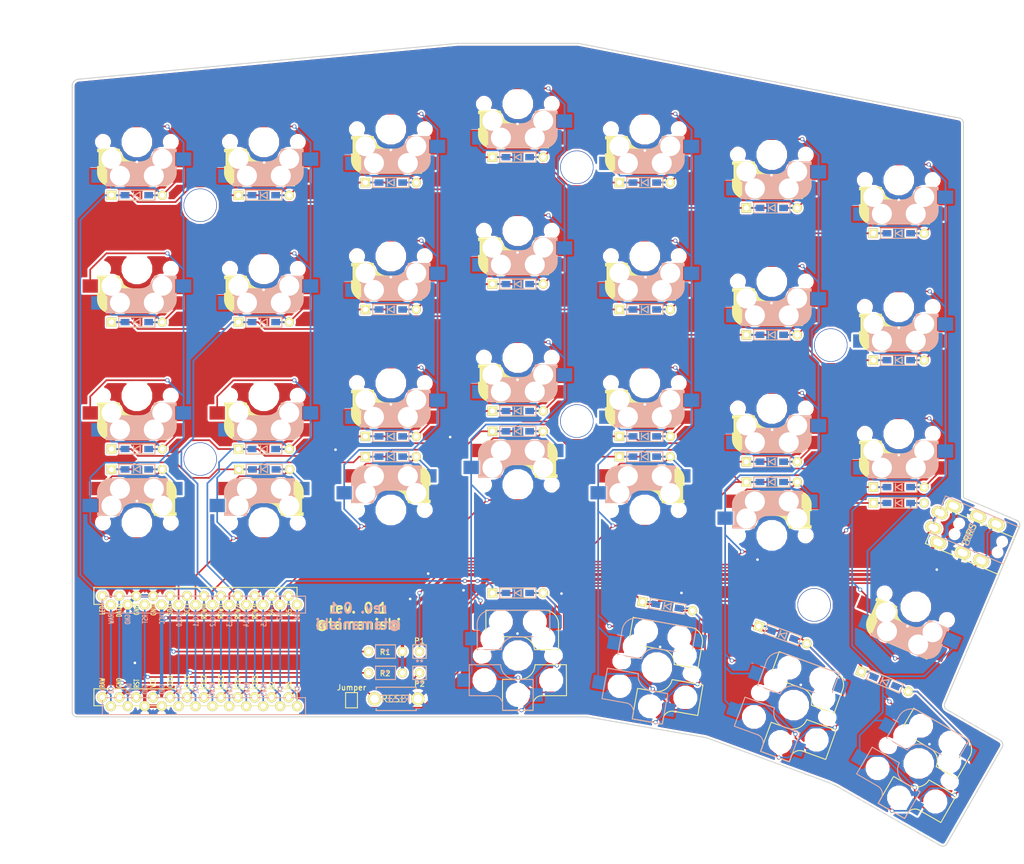
<source format=kicad_pcb>
(kicad_pcb (version 20171130) (host pcbnew "(5.0.1-3-g963ef8bb5)")
  (layers (0 F.Cu signal) (31 B.Cu signal) (34 B.Paste user hide) (35 F.Paste user hide) (36 B.SilkS user) (37 F.SilkS user) (38 B.Mask user hide) (39 F.Mask user hide) (44 Edge.Cuts user))
  (net 0 "")
  (net 1 "Net-(D4-Pad2)")
  (net 2 row3)
  (net 3 "Net-(D5-Pad2)")
  (net 4 row0)
  (net 5 row1)
  (net 6 "Net-(D6-Pad2)")
  (net 7 row2)
  (net 8 "Net-(D7-Pad2)")
  (net 9 "Net-(D8-Pad2)")
  (net 10 "Net-(D9-Pad2)")
  (net 11 "Net-(D10-Pad2)")
  (net 12 "Net-(D11-Pad2)")
  (net 13 "Net-(D12-Pad2)")
  (net 14 "Net-(D13-Pad2)")
  (net 15 "Net-(D14-Pad2)")
  (net 16 "Net-(D15-Pad2)")
  (net 17 "Net-(D16-Pad2)")
  (net 18 row4)
  (net 19 "Net-(D17-Pad2)")
  (net 20 "Net-(D18-Pad2)")
  (net 21 "Net-(D19-Pad2)")
  (net 22 "Net-(D20-Pad2)")
  (net 23 "Net-(D21-Pad2)")
  (net 24 "Net-(D22-Pad2)")
  (net 25 "Net-(D23-Pad2)")
  (net 26 "Net-(D24-Pad2)")
  (net 27 "Net-(D25-Pad2)")
  (net 28 "Net-(D26-Pad2)")
  (net 29 "Net-(D27-Pad2)")
  (net 30 "Net-(D28-Pad2)")
  (net 31 "Net-(D29-Pad2)")
  (net 32 "Net-(D30-Pad2)")
  (net 33 "Net-(D31-Pad2)")
  (net 34 "Net-(D32-Pad2)")
  (net 35 VCC)
  (net 36 "Net-(J1-PadA)")
  (net 37 "Net-(J1-PadB)")
  (net 38 GND)
  (net 39 data)
  (net 40 reset)
  (net 41 col0)
  (net 42 "Net-(D1-Pad2)")
  (net 43 "Net-(D2-Pad2)")
  (net 44 "Net-(D3-Pad2)")
  (net 45 col1)
  (net 46 col2)
  (net 47 col3)
  (net 48 col4)
  (net 49 col5)
  (net 50 col6)
  (net 51 "Net-(U1-Pad24)")
  (net 52 "Net-(U1-Pad13)")
  (net 53 "Net-(U1-Pad12)")
  (net 54 sda)
  (net 55 scl)
  (net 56 "Net-(U1-Pad1)")
  (module kbd:CherryMX_Hotswap (layer F.Cu) (at 126.2 67.145 180)
    (fp_text reference SW20 hide)
    (fp_text value SW_PUSH hide)
    (pad 1 smd rect (at -7 -2.58) (size 2.3 2) (layers B.Cu B.Paste B.Mask) (net 48 col4))
    (pad 1 smd rect (at 7 -2.58) (size 2.3 2) (layers F.Cu F.Paste F.Mask) (net 48 col4))
    (pad 2 smd rect (at -5.7 -5.12) (size 2.3 2) (layers F.Cu F.Paste F.Mask) (net 21 "Net-(D19-Pad2)"))
    (pad "" np_thru_hole circle (at -3.81 -2.54) (size 3 3) (drill 3) (layers *.Cu *.Mask))
    (pad "" np_thru_hole circle (at -2.54 -5.08) (size 3 3) (drill 3) (layers *.Cu *.Mask))
    (pad "" np_thru_hole circle (at 3.81 -2.540001) (size 3 3) (drill 3) (layers *.Cu *.Mask))
    (pad "" np_thru_hole circle (at 2.54 -5.08) (size 3 3) (drill 3) (layers *.Cu *.Mask))
    (pad "" np_thru_hole circle (at 0 0 270) (size 4 4) (drill 4) (layers *.Cu *.Mask F.SilkS))
    (pad "" np_thru_hole circle (at 5.08 0 180) (size 1.8 1.8) (drill 1.8) (layers *.Cu *.Mask F.SilkS))
    (pad "" np_thru_hole circle (at -5.08 0 180) (size 1.8 1.8) (drill 1.8) (layers *.Cu *.Mask F.SilkS))
    (pad 2 smd rect (at 5.7 -5.12) (size 2.3 2) (layers B.Cu B.Paste B.Mask) (net 21 "Net-(D19-Pad2)"))
  )
  (module kbd:CherryMX_Hotswap (layer F.Cu) (at 107.15 82.385 180)
    (fp_text reference SW16 hide)
    (fp_text value SW_PUSH hide)
    (pad 2 smd rect (at 5.7 -5.12) (size 2.3 2) (layers B.Cu B.Paste B.Mask) (net 16 "Net-(D15-Pad2)"))
    (pad "" np_thru_hole circle (at -5.08 0 180) (size 1.8 1.8) (drill 1.8) (layers *.Cu *.Mask F.SilkS))
    (pad "" np_thru_hole circle (at 5.08 0 180) (size 1.8 1.8) (drill 1.8) (layers *.Cu *.Mask F.SilkS))
    (pad "" np_thru_hole circle (at 0 0 270) (size 4 4) (drill 4) (layers *.Cu *.Mask F.SilkS))
    (pad "" np_thru_hole circle (at 2.54 -5.08) (size 3 3) (drill 3) (layers *.Cu *.Mask))
    (pad "" np_thru_hole circle (at 3.81 -2.540001) (size 3 3) (drill 3) (layers *.Cu *.Mask))
    (pad "" np_thru_hole circle (at -2.54 -5.08) (size 3 3) (drill 3) (layers *.Cu *.Mask))
    (pad "" np_thru_hole circle (at -3.81 -2.54) (size 3 3) (drill 3) (layers *.Cu *.Mask))
    (pad 2 smd rect (at -5.7 -5.12) (size 2.3 2) (layers F.Cu F.Paste F.Mask) (net 16 "Net-(D15-Pad2)"))
    (pad 1 smd rect (at 7 -2.58) (size 2.3 2) (layers F.Cu F.Paste F.Mask) (net 47 col3))
    (pad 1 smd rect (at -7 -2.58) (size 2.3 2) (layers B.Cu B.Paste B.Mask) (net 47 col3))
  )
  (module kbd:CherryMX_Hotswap (layer F.Cu) (at 107.15 63.335 180)
    (fp_text reference SW15 hide)
    (fp_text value SW_PUSH hide)
    (pad 2 smd rect (at 5.7 -5.12) (size 2.3 2) (layers B.Cu B.Paste B.Mask) (net 15 "Net-(D14-Pad2)"))
    (pad "" np_thru_hole circle (at -5.08 0 180) (size 1.8 1.8) (drill 1.8) (layers *.Cu *.Mask F.SilkS))
    (pad "" np_thru_hole circle (at 5.08 0 180) (size 1.8 1.8) (drill 1.8) (layers *.Cu *.Mask F.SilkS))
    (pad "" np_thru_hole circle (at 0 0 270) (size 4 4) (drill 4) (layers *.Cu *.Mask F.SilkS))
    (pad "" np_thru_hole circle (at 2.54 -5.08) (size 3 3) (drill 3) (layers *.Cu *.Mask))
    (pad "" np_thru_hole circle (at 3.81 -2.540001) (size 3 3) (drill 3) (layers *.Cu *.Mask))
    (pad "" np_thru_hole circle (at -2.54 -5.08) (size 3 3) (drill 3) (layers *.Cu *.Mask))
    (pad "" np_thru_hole circle (at -3.81 -2.54) (size 3 3) (drill 3) (layers *.Cu *.Mask))
    (pad 2 smd rect (at -5.7 -5.12) (size 2.3 2) (layers F.Cu F.Paste F.Mask) (net 15 "Net-(D14-Pad2)"))
    (pad 1 smd rect (at 7 -2.58) (size 2.3 2) (layers F.Cu F.Paste F.Mask) (net 47 col3))
    (pad 1 smd rect (at -7 -2.58) (size 2.3 2) (layers B.Cu B.Paste B.Mask) (net 47 col3))
  )
  (module kbd:CherryMX_Hotswap (layer F.Cu) (at 88.1 48.095 180)
    (fp_text reference SW10 hide)
    (fp_text value SW_PUSH hide)
    (pad 2 smd rect (at 5.7 -5.12) (size 2.3 2) (layers B.Cu B.Paste B.Mask) (net 10 "Net-(D9-Pad2)"))
    (pad "" np_thru_hole circle (at -5.08 0 180) (size 1.8 1.8) (drill 1.8) (layers *.Cu *.Mask F.SilkS))
    (pad "" np_thru_hole circle (at 5.08 0 180) (size 1.8 1.8) (drill 1.8) (layers *.Cu *.Mask F.SilkS))
    (pad "" np_thru_hole circle (at 0 0 270) (size 4 4) (drill 4) (layers *.Cu *.Mask F.SilkS))
    (pad "" np_thru_hole circle (at 2.54 -5.08) (size 3 3) (drill 3) (layers *.Cu *.Mask))
    (pad "" np_thru_hole circle (at 3.81 -2.540001) (size 3 3) (drill 3) (layers *.Cu *.Mask))
    (pad "" np_thru_hole circle (at -2.54 -5.08) (size 3 3) (drill 3) (layers *.Cu *.Mask))
    (pad "" np_thru_hole circle (at -3.81 -2.54) (size 3 3) (drill 3) (layers *.Cu *.Mask))
    (pad 2 smd rect (at -5.7 -5.12) (size 2.3 2) (layers F.Cu F.Paste F.Mask) (net 10 "Net-(D9-Pad2)"))
    (pad 1 smd rect (at 7 -2.58) (size 2.3 2) (layers F.Cu F.Paste F.Mask) (net 46 col2))
    (pad 1 smd rect (at -7 -2.58) (size 2.3 2) (layers B.Cu B.Paste B.Mask) (net 46 col2))
  )
  (module kbd:CherryMX_Hotswap (layer F.Cu) (at 88.1 67.145 180)
    (fp_text reference SW11 hide)
    (fp_text value SW_PUSH hide)
    (pad 1 smd rect (at -7 -2.58) (size 2.3 2) (layers B.Cu B.Paste B.Mask) (net 46 col2))
    (pad 1 smd rect (at 7 -2.58) (size 2.3 2) (layers F.Cu F.Paste F.Mask) (net 46 col2))
    (pad 2 smd rect (at -5.7 -5.12) (size 2.3 2) (layers F.Cu F.Paste F.Mask) (net 11 "Net-(D10-Pad2)"))
    (pad "" np_thru_hole circle (at -3.81 -2.54) (size 3 3) (drill 3) (layers *.Cu *.Mask))
    (pad "" np_thru_hole circle (at -2.54 -5.08) (size 3 3) (drill 3) (layers *.Cu *.Mask))
    (pad "" np_thru_hole circle (at 3.81 -2.540001) (size 3 3) (drill 3) (layers *.Cu *.Mask))
    (pad "" np_thru_hole circle (at 2.54 -5.08) (size 3 3) (drill 3) (layers *.Cu *.Mask))
    (pad "" np_thru_hole circle (at 0 0 270) (size 4 4) (drill 4) (layers *.Cu *.Mask F.SilkS))
    (pad "" np_thru_hole circle (at 5.08 0 180) (size 1.8 1.8) (drill 1.8) (layers *.Cu *.Mask F.SilkS))
    (pad "" np_thru_hole circle (at -5.08 0 180) (size 1.8 1.8) (drill 1.8) (layers *.Cu *.Mask F.SilkS))
    (pad 2 smd rect (at 5.7 -5.12) (size 2.3 2) (layers B.Cu B.Paste B.Mask) (net 11 "Net-(D10-Pad2)"))
  )
  (module kbd:D3_TH_SMD (layer F.Cu) (at 88.1 97.245)
    (fp_text reference D12 hide)
    (fp_text value D hide)
    (pad 2 smd rect (at 1.775 0) (size 1.3 0.95) (layers F.Cu F.Paste F.Mask) (net 13 "Net-(D12-Pad2)"))
    (pad 2 thru_hole circle (at 3.81 0) (size 1.397 1.397) (drill 0.8128) (layers *.Cu *.Mask F.SilkS) (net 13 "Net-(D12-Pad2)"))
    (pad 1 thru_hole rect (at -3.81 0) (size 1.397 1.397) (drill 0.8128) (layers *.Cu *.Mask F.SilkS) (net 2 row3))
    (pad 1 smd rect (at -1.775 0) (size 1.3 0.95) (layers B.Cu B.Paste B.Mask) (net 2 row3))
    (pad 2 smd rect (at 1.775 0) (size 1.3 0.95) (layers B.Cu B.Paste B.Mask) (net 13 "Net-(D12-Pad2)"))
    (pad 1 smd rect (at -1.775 0) (size 1.3 0.95) (layers F.Cu F.Paste F.Mask) (net 2 row3))
  )
  (module kbd:CherryMX_Hotswap (layer F.Cu) (at 50 69.05 180)
    (fp_text reference SW3 hide)
    (fp_text value SW_PUSH hide)
    (pad 1 smd rect (at -7 -2.58) (size 2.3 2) (layers B.Cu B.Paste B.Mask) (net 41 col0))
    (pad 1 smd rect (at 7 -2.58) (size 2.3 2) (layers F.Cu F.Paste F.Mask) (net 41 col0))
    (pad 2 smd rect (at -5.7 -5.12) (size 2.3 2) (layers F.Cu F.Paste F.Mask) (net 43 "Net-(D2-Pad2)"))
    (pad "" np_thru_hole circle (at -3.81 -2.54) (size 3 3) (drill 3) (layers *.Cu *.Mask))
    (pad "" np_thru_hole circle (at -2.54 -5.08) (size 3 3) (drill 3) (layers *.Cu *.Mask))
    (pad "" np_thru_hole circle (at 3.81 -2.540001) (size 3 3) (drill 3) (layers *.Cu *.Mask))
    (pad "" np_thru_hole circle (at 2.54 -5.08) (size 3 3) (drill 3) (layers *.Cu *.Mask))
    (pad "" np_thru_hole circle (at 0 0 270) (size 4 4) (drill 4) (layers *.Cu *.Mask F.SilkS))
    (pad "" np_thru_hole circle (at 5.08 0 180) (size 1.8 1.8) (drill 1.8) (layers *.Cu *.Mask F.SilkS))
    (pad "" np_thru_hole circle (at -5.08 0 180) (size 1.8 1.8) (drill 1.8) (layers *.Cu *.Mask F.SilkS))
    (pad 2 smd rect (at 5.7 -5.12) (size 2.3 2) (layers B.Cu B.Paste B.Mask) (net 43 "Net-(D2-Pad2)"))
  )
  (module kbd:CherryMX_Hotswap (layer F.Cu) (at 50 50 180)
    (fp_text reference SW2 hide)
    (fp_text value SW_PUSH hide)
    (pad 1 smd rect (at -7 -2.58) (size 2.3 2) (layers B.Cu B.Paste B.Mask) (net 41 col0))
    (pad 1 smd rect (at 7 -2.58) (size 2.3 2) (layers F.Cu F.Paste F.Mask) (net 41 col0))
    (pad 2 smd rect (at -5.7 -5.12) (size 2.3 2) (layers F.Cu F.Paste F.Mask) (net 42 "Net-(D1-Pad2)"))
    (pad "" np_thru_hole circle (at -3.81 -2.54) (size 3 3) (drill 3) (layers *.Cu *.Mask))
    (pad "" np_thru_hole circle (at -2.54 -5.08) (size 3 3) (drill 3) (layers *.Cu *.Mask))
    (pad "" np_thru_hole circle (at 3.81 -2.540001) (size 3 3) (drill 3) (layers *.Cu *.Mask))
    (pad "" np_thru_hole circle (at 2.54 -5.08) (size 3 3) (drill 3) (layers *.Cu *.Mask))
    (pad "" np_thru_hole circle (at 0 0 270) (size 4 4) (drill 4) (layers *.Cu *.Mask F.SilkS))
    (pad "" np_thru_hole circle (at 5.08 0 180) (size 1.8 1.8) (drill 1.8) (layers *.Cu *.Mask F.SilkS))
    (pad "" np_thru_hole circle (at -5.08 0 180) (size 1.8 1.8) (drill 1.8) (layers *.Cu *.Mask F.SilkS))
    (pad 2 smd rect (at 5.7 -5.12) (size 2.3 2) (layers B.Cu B.Paste B.Mask) (net 42 "Net-(D1-Pad2)"))
  )
  (module kbd:CherryMX_KailhLowProfile_Hotswap (layer F.Cu) (at 167.3 143.3 330)
    (fp_text reference SW33 hide)
    (fp_text value SW_PUSH hide)
    (pad "" np_thru_hole circle (at 3.81 -2.540001 150) (size 3 3) (drill 3) (layers *.Cu *.Mask))
    (pad 1 smd rect (at -5.6 -5.08 150) (size 2 2) (layers F.Cu F.Paste F.Mask) (net 50 col6))
    (pad "" np_thru_hole circle (at 3.81 -2.540001 150) (size 3 3) (drill 3) (layers *.Cu *.Mask))
    (pad "" np_thru_hole circle (at -2.54 -5.08 150) (size 3 3) (drill 3) (layers *.Cu *.Mask))
    (pad 2 smd rect (at 6.9 -2.54 150) (size 2 2) (layers F.Cu F.Paste F.Mask) (net 34 "Net-(D32-Pad2)"))
    (pad "" np_thru_hole circle (at 3.825 -2.58 150) (size 0.1 0.1) (drill 0.1) (layers *.Cu *.Mask))
    (pad "" np_thru_hole circle (at 5 3.7 240) (size 3 3) (drill 3) (layers *.Cu *.Mask))
    (pad 2 smd rect (at -2.8 5.9 150) (size 1.8 2) (layers F.Cu F.Paste F.Mask) (net 34 "Net-(D32-Pad2)"))
    (pad 1 smd rect (at 8.1 3.7 150) (size 2 2) (layers F.Cu F.Paste F.Mask) (net 50 col6))
    (pad 1 smd rect (at -8.1 3.7 150) (size 2 2) (layers B.Cu B.Paste B.Mask) (net 50 col6))
    (pad 2 smd rect (at 2.8 5.9 150) (size 1.9 2) (layers B.Cu B.Paste B.Mask) (net 34 "Net-(D32-Pad2)"))
    (pad "" np_thru_hole circle (at -5 3.7 60) (size 3 3) (drill 3) (layers *.Cu *.Mask))
    (pad "" np_thru_hole circle (at 0 5.9 60) (size 3 3) (drill 3) (layers *.Cu *.Mask))
    (pad "" np_thru_hole circle (at -3.825 -2.58 150) (size 0.1 0.1) (drill 0.1) (layers *.Cu *.Mask))
    (pad 1 smd rect (at -6.9 -2.540001 150) (size 2 2) (layers B.Cu B.Paste B.Mask) (net 50 col6))
    (pad "" np_thru_hole circle (at 2.54 -5.08 150) (size 3 3) (drill 3) (layers *.Cu *.Mask))
    (pad "" np_thru_hole circle (at 0 0 60) (size 4 4) (drill 4) (layers *.Cu *.Mask))
    (pad "" np_thru_hole circle (at -5.5 0 60) (size 1.9 1.9) (drill 1.9) (layers *.Cu *.Mask))
    (pad "" np_thru_hole circle (at 5.5 0 60) (size 1.9 1.9) (drill 1.9) (layers *.Cu *.Mask))
    (pad "" np_thru_hole circle (at 5.08 0 330) (size 1.7 1.7) (drill 1.7) (layers *.Cu *.Mask))
    (pad "" np_thru_hole circle (at -5.08 0 330) (size 1.7 1.7) (drill 1.7) (layers *.Cu *.Mask))
    (pad "" np_thru_hole circle (at -3.81 -2.54 150) (size 3 3) (drill 3) (layers *.Cu *.Mask))
    (pad 2 smd rect (at 5.6 -5.08 150) (size 2 2) (layers B.Cu B.Paste B.Mask) (net 34 "Net-(D32-Pad2)"))
  )
  (module kbd:CherryMX_Hotswap (layer F.Cu) (at 166.85 119.77 157)
    (fp_text reference SW32 hide)
    (fp_text value SW_PUSH hide)
    (pad 2 smd rect (at 5.7 -5.12 337) (size 2.3 2) (layers B.Cu B.Paste B.Mask) (net 33 "Net-(D31-Pad2)"))
    (pad "" np_thru_hole circle (at -5.08 0 157) (size 1.8 1.8) (drill 1.8) (layers *.Cu *.Mask F.SilkS))
    (pad "" np_thru_hole circle (at 5.08 0 157) (size 1.8 1.8) (drill 1.8) (layers *.Cu *.Mask F.SilkS))
    (pad "" np_thru_hole circle (at 0 0 247) (size 4 4) (drill 4) (layers *.Cu *.Mask F.SilkS))
    (pad "" np_thru_hole circle (at 2.539999 -5.08 337) (size 3 3) (drill 3) (layers *.Cu *.Mask))
    (pad "" np_thru_hole circle (at 3.81 -2.540001 337) (size 3 3) (drill 3) (layers *.Cu *.Mask))
    (pad "" np_thru_hole circle (at -2.54 -5.08 337) (size 3 3) (drill 3) (layers *.Cu *.Mask))
    (pad "" np_thru_hole circle (at -3.81 -2.54 337) (size 3 3) (drill 3) (layers *.Cu *.Mask))
    (pad 2 smd rect (at -5.7 -5.12 337) (size 2.3 2) (layers F.Cu F.Paste F.Mask) (net 33 "Net-(D31-Pad2)"))
    (pad 1 smd rect (at 7 -2.58 337) (size 2.3 2) (layers F.Cu F.Paste F.Mask) (net 50 col6))
    (pad 1 smd rect (at -7 -2.579999 337) (size 2.3 2) (layers B.Cu B.Paste B.Mask) (net 50 col6))
  )
  (module kbd:ProMicro_v2 (layer F.Cu) (at 59.3 125.8 90)
    (fp_text reference U1 hide)
    (fp_text value ProMicro hide)
    (fp_text user "" (at -0.5 -17.25 90) (layer F.SilkS))
    (fp_text user "" (at -1.2065 -16.256 90) (layer B.SilkS) (effects (justify mirror)))
    (fp_text user RAW (at -5.4 -14.478 90) (layer F.SilkS) (effects (font (size 0.75 0.5) (thickness 0.125))))
    (fp_text user LED (at 5.5 -14.478 90) (layer F.SilkS) (effects (font (size 0.75 0.5) (thickness 0.125))))
    (fp_text user GND (at -5.4 -11.938 90) (layer F.SilkS) (effects (font (size 0.75 0.5) (thickness 0.125))))
    (fp_text user DATA (at 5.35 -11.95 90) (layer F.SilkS) (effects (font (size 0.75 0.5) (thickness 0.125))))
    (fp_text user RST (at -5.5 -9.3345 90) (layer F.SilkS) (effects (font (size 0.75 0.5) (thickness 0.125))))
    (fp_text user GND (at 5.5245 -9.3345 90) (layer F.SilkS) (effects (font (size 0.75 0.5) (thickness 0.125))))
    (fp_text user VCC (at -5.4 -6.858 90) (layer F.SilkS) (effects (font (size 0.75 0.5) (thickness 0.125))))
    (fp_text user GND (at 5.461 -6.7945 90) (layer F.SilkS) (effects (font (size 0.75 0.5) (thickness 0.125))))
    (fp_text user COL3 (at -5.2 3.35 90) (layer F.SilkS) (effects (font (size 0.75 0.5) (thickness 0.125))))
    (fp_text user ROW0 (at 5.2 0.8 90) (layer F.SilkS) (effects (font (size 0.75 0.5) (thickness 0.125))))
    (fp_text user COL2 (at -5.2 0.762 90) (layer F.SilkS) (effects (font (size 0.75 0.5) (thickness 0.125))))
    (fp_text user SCL (at 5.461 -1.778 90) (layer F.SilkS) (effects (font (size 0.75 0.5) (thickness 0.125))))
    (fp_text user COL1 (at -5.2 -1.778 90) (layer F.SilkS) (effects (font (size 0.75 0.5) (thickness 0.125))))
    (fp_text user SDA (at 5.461 -4.318 90) (layer F.SilkS) (effects (font (size 0.75 0.5) (thickness 0.125))))
    (fp_text user COL0 (at -5.2 -4.3 90) (layer F.SilkS) (effects (font (size 0.75 0.5) (thickness 0.125))))
    (fp_text user B6 (at -5.7 13.5 90) (layer F.SilkS) (effects (font (size 0.75 0.5) (thickness 0.125))))
    (fp_text user B5 (at 5.2 13.5255 90) (layer F.SilkS) (effects (font (size 0.75 0.5) (thickness 0.125))))
    (fp_text user B4 (at 5.2 10.922 90) (layer F.SilkS) (effects (font (size 0.75 0.5) (thickness 0.125))))
    (fp_text user B2 (at -5.7 11 90) (layer F.SilkS) (effects (font (size 0.75 0.5) (thickness 0.125))))
    (fp_text user ROW3 (at 5.2 8.4455 90) (layer F.SilkS) (effects (font (size 0.75 0.5) (thickness 0.125))))
    (fp_text user COL5 (at -5.2 8.4455 90) (layer F.SilkS) (effects (font (size 0.75 0.5) (thickness 0.125))))
    (fp_text user ROW2 (at 5.2 5.85 90) (layer F.SilkS) (effects (font (size 0.75 0.5) (thickness 0.125))))
    (fp_text user COL4 (at -5.2 5.85 90) (layer F.SilkS) (effects (font (size 0.75 0.5) (thickness 0.125))))
    (fp_text user ROW1 (at 5.25 3.302 90) (layer F.SilkS) (effects (font (size 0.75 0.5) (thickness 0.125))))
    (fp_text user ROW1 (at -6.35 4.6355 90) (layer B.SilkS) (effects (font (size 0.75 0.5) (thickness 0.125)) (justify mirror)))
    (fp_text user COL4 (at 3.95 7.112 90) (layer B.SilkS) (effects (font (size 0.75 0.5) (thickness 0.125)) (justify mirror)))
    (fp_text user ROW2 (at -6.35 7.239 90) (layer B.SilkS) (effects (font (size 0.75 0.5) (thickness 0.125)) (justify mirror)))
    (fp_text user COL5 (at 4 9.75 90) (layer B.SilkS) (effects (font (size 0.75 0.5) (thickness 0.125)) (justify mirror)))
    (fp_text user ROW3 (at -6.35 9.75 90) (layer B.SilkS) (effects (font (size 0.75 0.5) (thickness 0.125)) (justify mirror)))
    (fp_text user B2 (at 4.5085 12.1285 90) (layer B.SilkS) (effects (font (size 0.75 0.5) (thickness 0.125)) (justify mirror)))
    (fp_text user B4 (at -6.35 12.2555 90) (layer B.SilkS) (effects (font (size 0.75 0.5) (thickness 0.125)) (justify mirror)))
    (fp_text user B5 (at -6.35 14.7955 90) (layer B.SilkS) (effects (font (size 0.75 0.5) (thickness 0.125)) (justify mirror)))
    (fp_text user B6 (at 4.445 14.732 90) (layer B.SilkS) (effects (font (size 0.75 0.5) (thickness 0.125)) (justify mirror)))
    (fp_text user COL0 (at 4 -2.95 90) (layer B.SilkS) (effects (font (size 0.75 0.5) (thickness 0.125)) (justify mirror)))
    (fp_text user SDA (at -6.35 -2.9845 90) (layer B.SilkS) (effects (font (size 0.75 0.5) (thickness 0.125)) (justify mirror)))
    (fp_text user COL1 (at 4 -0.4445 90) (layer B.SilkS) (effects (font (size 0.75 0.5) (thickness 0.125)) (justify mirror)))
    (fp_text user SCL (at -6.35 -0.4445 90) (layer B.SilkS) (effects (font (size 0.75 0.5) (thickness 0.125)) (justify mirror)))
    (fp_text user COL2 (at 4 2.1 90) (layer B.SilkS) (effects (font (size 0.75 0.5) (thickness 0.125)) (justify mirror)))
    (fp_text user ROW0 (at -6.35 2.032 90) (layer B.SilkS) (effects (font (size 0.75 0.5) (thickness 0.125)) (justify mirror)))
    (fp_text user COL3 (at 4 4.6 90) (layer B.SilkS) (effects (font (size 0.75 0.5) (thickness 0.125)) (justify mirror)))
    (fp_text user GND (at -6.35 -5.5245 90) (layer B.SilkS) (effects (font (size 0.75 0.5) (thickness 0.125)) (justify mirror)))
    (fp_text user VCC (at 4.1275 -5.5245 90) (layer B.SilkS) (effects (font (size 0.75 0.5) (thickness 0.125)) (justify mirror)))
    (fp_text user GND (at -6.35 -8.0645 90) (layer B.SilkS) (effects (font (size 0.75 0.5) (thickness 0.125)) (justify mirror)))
    (fp_text user RST (at 4.191 -8.0645 90) (layer B.SilkS) (effects (font (size 0.75 0.5) (thickness 0.125)) (justify mirror)))
    (fp_text user DATA (at -6.35 -10.5 90) (layer B.SilkS) (effects (font (size 0.75 0.5) (thickness 0.125)) (justify mirror)))
    (fp_text user GND (at 4.1275 -10.668 90) (layer B.SilkS) (effects (font (size 0.75 0.5) (thickness 0.125)) (justify mirror)))
    (fp_text user LED (at -6.35 -13.1445 90) (layer B.SilkS) (effects (font (size 0.75 0.5) (thickness 0.125)) (justify mirror)))
    (fp_text user RAW (at 4.191 -13.1445 90) (layer B.SilkS) (effects (font (size 0.75 0.5) (thickness 0.125)) (justify mirror)))
    (pad 24 thru_hole circle (at 6.35 -13.208 90) (size 1.524 1.524) (drill 0.8128) (layers *.Cu *.Mask F.SilkS) (net 51 "Net-(U1-Pad24)"))
    (pad 23 thru_hole circle (at 6.35 -10.668 90) (size 1.524 1.524) (drill 0.8128) (layers *.Cu *.Mask F.SilkS) (net 38 GND))
    (pad 22 thru_hole circle (at 6.35 -8.128 90) (size 1.524 1.524) (drill 0.8128) (layers *.Cu *.Mask F.SilkS) (net 40 reset))
    (pad 21 thru_hole circle (at 6.35 -5.588 90) (size 1.524 1.524) (drill 0.8128) (layers *.Cu *.Mask F.SilkS) (net 35 VCC))
    (pad 20 thru_hole circle (at 6.35 -3.048 90) (size 1.524 1.524) (drill 0.8128) (layers *.Cu *.Mask F.SilkS) (net 41 col0))
    (pad 19 thru_hole circle (at 6.35 -0.508 90) (size 1.524 1.524) (drill 0.8128) (layers *.Cu *.Mask F.SilkS) (net 45 col1))
    (pad 18 thru_hole circle (at 6.35 2.032 90) (size 1.524 1.524) (drill 0.8128) (layers *.Cu *.Mask F.SilkS) (net 46 col2))
    (pad 17 thru_hole circle (at 6.35 4.572 90) (size 1.524 1.524) (drill 0.8128) (layers *.Cu *.Mask F.SilkS) (net 47 col3))
    (pad 16 thru_hole circle (at 6.35 7.112 90) (size 1.524 1.524) (drill 0.8128) (layers *.Cu *.Mask F.SilkS) (net 48 col4))
    (pad 15 thru_hole circle (at 6.35 9.652 90) (size 1.524 1.524) (drill 0.8128) (layers *.Cu *.Mask F.SilkS) (net 49 col5))
    (pad 14 thru_hole circle (at 6.35 12.192 90) (size 1.524 1.524) (drill 0.8128) (layers *.Cu *.Mask F.SilkS) (net 50 col6))
    (pad 13 thru_hole circle (at 6.35 14.732 90) (size 1.524 1.524) (drill 0.8128) (layers *.Cu *.Mask F.SilkS) (net 52 "Net-(U1-Pad13)"))
    (pad 12 thru_hole circle (at -8.89 14.732 90) (size 1.524 1.524) (drill 0.8128) (layers *.Cu *.Mask F.SilkS) (net 53 "Net-(U1-Pad12)"))
    (pad 11 thru_hole circle (at -8.89 12.192 90) (size 1.524 1.524) (drill 0.8128) (layers *.Cu *.Mask F.SilkS) (net 18 row4))
    (pad 10 thru_hole circle (at -8.89 9.652 90) (size 1.524 1.524) (drill 0.8128) (layers *.Cu *.Mask F.SilkS) (net 2 row3))
    (pad 9 thru_hole circle (at -8.89 7.112 90) (size 1.524 1.524) (drill 0.8128) (layers *.Cu *.Mask F.SilkS) (net 7 row2))
    (pad 8 thru_hole circle (at -8.89 4.572 90) (size 1.524 1.524) (drill 0.8128) (layers *.Cu *.Mask F.SilkS) (net 5 row1))
    (pad 7 thru_hole circle (at -8.89 2.032 90) (size 1.524 1.524) (drill 0.8128) (layers *.Cu *.Mask F.SilkS) (net 4 row0))
    (pad 6 thru_hole circle (at -8.89 -0.508 90) (size 1.524 1.524) (drill 0.8128) (layers *.Cu *.Mask F.SilkS) (net 55 scl))
    (pad 5 thru_hole circle (at -8.89 -3.048 90) (size 1.524 1.524) (drill 0.8128) (layers *.Cu *.Mask F.SilkS) (net 54 sda))
    (pad 4 thru_hole circle (at -8.89 -5.588 90) (size 1.524 1.524) (drill 0.8128) (layers *.Cu *.Mask F.SilkS) (net 38 GND))
    (pad 3 thru_hole circle (at -8.89 -8.128 90) (size 1.524 1.524) (drill 0.8128) (layers *.Cu *.Mask F.SilkS) (net 38 GND))
    (pad 2 thru_hole circle (at -8.89 -10.668 90) (size 1.524 1.524) (drill 0.8128) (layers *.Cu *.Mask F.SilkS) (net 39 data))
    (pad 1 thru_hole circle (at -8.89 -13.208 90) (size 1.524 1.524) (drill 0.8128) (layers *.Cu *.Mask F.SilkS) (net 56 "Net-(U1-Pad1)"))
    (pad 1 thru_hole circle (at 7.6564 -14.478 90) (size 1.524 1.524) (drill 0.8128) (layers *.Cu *.Mask F.SilkS) (net 56 "Net-(U1-Pad1)"))
    (pad 2 thru_hole circle (at 7.6564 -11.938 90) (size 1.524 1.524) (drill 0.8128) (layers *.Cu *.Mask F.SilkS) (net 39 data))
    (pad 3 thru_hole circle (at 7.6564 -9.398 90) (size 1.524 1.524) (drill 0.8128) (layers *.Cu *.Mask F.SilkS) (net 38 GND))
    (pad 4 thru_hole circle (at 7.6564 -6.858 90) (size 1.524 1.524) (drill 0.8128) (layers *.Cu *.Mask F.SilkS) (net 38 GND))
    (pad 5 thru_hole circle (at 7.6564 -4.318 90) (size 1.524 1.524) (drill 0.8128) (layers *.Cu *.Mask F.SilkS) (net 54 sda))
    (pad 6 thru_hole circle (at 7.6564 -1.778 90) (size 1.524 1.524) (drill 0.8128) (layers *.Cu *.Mask F.SilkS) (net 55 scl))
    (pad 7 thru_hole circle (at 7.6564 0.762 90) (size 1.524 1.524) (drill 0.8128) (layers *.Cu *.Mask F.SilkS) (net 4 row0))
    (pad 8 thru_hole circle (at 7.6564 3.302 90) (size 1.524 1.524) (drill 0.8128) (layers *.Cu *.Mask F.SilkS) (net 5 row1))
    (pad 9 thru_hole circle (at 7.6564 5.842 90) (size 1.524 1.524) (drill 0.8128) (layers *.Cu *.Mask F.SilkS) (net 7 row2))
    (pad 10 thru_hole circle (at 7.6564 8.382 90) (size 1.524 1.524) (drill 0.8128) (layers *.Cu *.Mask F.SilkS) (net 2 row3))
    (pad 11 thru_hole circle (at 7.6564 10.922 90) (size 1.524 1.524) (drill 0.8128) (layers *.Cu *.Mask F.SilkS) (net 18 row4))
    (pad 12 thru_hole circle (at 7.6564 13.462 90) (size 1.524 1.524) (drill 0.8128) (layers *.Cu *.Mask F.SilkS) (net 53 "Net-(U1-Pad12)"))
    (pad 13 thru_hole circle (at -7.5636 13.462 90) (size 1.524 1.524) (drill 0.8128) (layers *.Cu *.Mask F.SilkS) (net 52 "Net-(U1-Pad13)"))
    (pad 14 thru_hole circle (at -7.5636 10.922 90) (size 1.524 1.524) (drill 0.8128) (layers *.Cu *.Mask F.SilkS) (net 50 col6))
    (pad 15 thru_hole circle (at -7.5636 8.382 90) (size 1.524 1.524) (drill 0.8128) (layers *.Cu *.Mask F.SilkS) (net 49 col5))
    (pad 16 thru_hole circle (at -7.5636 5.842 90) (size 1.524 1.524) (drill 0.8128) (layers *.Cu *.Mask F.SilkS) (net 48 col4))
    (pad 17 thru_hole circle (at -7.5636 3.302 90) (size 1.524 1.524) (drill 0.8128) (layers *.Cu *.Mask F.SilkS) (net 47 col3))
    (pad 18 thru_hole circle (at -7.5636 0.762 90) (size 1.524 1.524) (drill 0.8128) (layers *.Cu *.Mask F.SilkS) (net 46 col2))
    (pad 19 thru_hole circle (at -7.5636 -1.778 90) (size 1.524 1.524) (drill 0.8128) (layers *.Cu *.Mask F.SilkS) (net 45 col1))
    (pad 20 thru_hole circle (at -7.5636 -4.318 90) (size 1.524 1.524) (drill 0.8128) (layers *.Cu *.Mask F.SilkS) (net 41 col0))
    (pad 21 thru_hole circle (at -7.5636 -6.858 90) (size 1.524 1.524) (drill 0.8128) (layers *.Cu *.Mask F.SilkS) (net 35 VCC))
    (pad 22 thru_hole circle (at -7.5636 -9.398 90) (size 1.524 1.524) (drill 0.8128) (layers *.Cu *.Mask F.SilkS) (net 40 reset))
    (pad 23 thru_hole circle (at -7.5636 -11.938 90) (size 1.524 1.524) (drill 0.8128) (layers *.Cu *.Mask F.SilkS) (net 38 GND))
    (pad 24 thru_hole circle (at -7.5636 -14.478 90) (size 1.524 1.524) (drill 0.8128) (layers *.Cu *.Mask F.SilkS) (net 51 "Net-(U1-Pad24)"))
  )
  (module kbd:D3_TH_SMD (layer F.Cu) (at 146.9 124 340)
    (fp_text reference D27 hide)
    (fp_text value D hide)
    (pad 1 smd rect (at -1.775 0 340) (size 1.3 0.95) (layers F.Cu F.Paste F.Mask) (net 18 row4))
    (pad 2 smd rect (at 1.775 0 340) (size 1.3 0.95) (layers B.Cu B.Paste B.Mask) (net 29 "Net-(D27-Pad2)"))
    (pad 1 smd rect (at -1.775 0 340) (size 1.3 0.95) (layers B.Cu B.Paste B.Mask) (net 18 row4))
    (pad 1 thru_hole rect (at -3.81 0 340) (size 1.397 1.397) (drill 0.8128) (layers *.Cu *.Mask F.SilkS) (net 18 row4))
    (pad 2 thru_hole circle (at 3.81 0 340) (size 1.397 1.397) (drill 0.8128) (layers *.Cu *.Mask F.SilkS) (net 29 "Net-(D27-Pad2)"))
    (pad 2 smd rect (at 1.775 0 340) (size 1.3 0.95) (layers F.Cu F.Paste F.Mask) (net 29 "Net-(D27-Pad2)"))
  )
  (module kbd:CherryMX_KailhLowProfile_Hotswap (layer F.Cu) (at 148.54 134.54 340)
    (fp_text reference SW28 hide)
    (fp_text value SW_PUSH hide)
    (pad 2 smd rect (at 5.6 -5.08 160) (size 2 2) (layers B.Cu B.Paste B.Mask) (net 29 "Net-(D27-Pad2)"))
    (pad "" np_thru_hole circle (at -3.81 -2.54 160) (size 3 3) (drill 3) (layers *.Cu *.Mask))
    (pad "" np_thru_hole circle (at -5.08 0 340) (size 1.7 1.7) (drill 1.7) (layers *.Cu *.Mask))
    (pad "" np_thru_hole circle (at 5.08 0 340) (size 1.7 1.7) (drill 1.7) (layers *.Cu *.Mask))
    (pad "" np_thru_hole circle (at 5.5 0 70) (size 1.9 1.9) (drill 1.9) (layers *.Cu *.Mask))
    (pad "" np_thru_hole circle (at -5.5 0 70) (size 1.9 1.9) (drill 1.9) (layers *.Cu *.Mask))
    (pad "" np_thru_hole circle (at 0 0 70) (size 4 4) (drill 4) (layers *.Cu *.Mask))
    (pad "" np_thru_hole circle (at 2.540001 -5.08 160) (size 3 3) (drill 3) (layers *.Cu *.Mask))
    (pad 1 smd rect (at -6.9 -2.54 160) (size 2 2) (layers B.Cu B.Paste B.Mask) (net 49 col5))
    (pad "" np_thru_hole circle (at -3.825 -2.58 160) (size 0.1 0.1) (drill 0.1) (layers *.Cu *.Mask))
    (pad "" np_thru_hole circle (at 0 5.9 70) (size 3 3) (drill 3) (layers *.Cu *.Mask))
    (pad "" np_thru_hole circle (at -5 3.7 70) (size 3 3) (drill 3) (layers *.Cu *.Mask))
    (pad 2 smd rect (at 2.8 5.9 160) (size 1.9 2) (layers B.Cu B.Paste B.Mask) (net 29 "Net-(D27-Pad2)"))
    (pad 1 smd rect (at -8.1 3.700001 160) (size 2 2) (layers B.Cu B.Paste B.Mask) (net 49 col5))
    (pad 1 smd rect (at 8.1 3.7 160) (size 2 2) (layers F.Cu F.Paste F.Mask) (net 49 col5))
    (pad 2 smd rect (at -2.8 5.9 160) (size 1.8 2) (layers F.Cu F.Paste F.Mask) (net 29 "Net-(D27-Pad2)"))
    (pad "" np_thru_hole circle (at 5 3.699999 250) (size 3 3) (drill 3) (layers *.Cu *.Mask))
    (pad "" np_thru_hole circle (at 3.825 -2.58 160) (size 0.1 0.1) (drill 0.1) (layers *.Cu *.Mask))
    (pad 2 smd rect (at 6.9 -2.54 160) (size 2 2) (layers F.Cu F.Paste F.Mask) (net 29 "Net-(D27-Pad2)"))
    (pad "" np_thru_hole circle (at -2.54 -5.08 160) (size 3 3) (drill 3) (layers *.Cu *.Mask))
    (pad "" np_thru_hole circle (at 3.81 -2.54 160) (size 3 3) (drill 3) (layers *.Cu *.Mask))
    (pad 1 smd rect (at -5.6 -5.08 160) (size 2 2) (layers F.Cu F.Paste F.Mask) (net 49 col5))
    (pad "" np_thru_hole circle (at 3.81 -2.54 160) (size 3 3) (drill 3) (layers *.Cu *.Mask))
  )
  (module kbd:CherryMX_Hotswap (layer F.Cu) (at 145.25 70.955 180)
    (fp_text reference SW25 hide)
    (fp_text value SW_PUSH hide)
    (pad 2 smd rect (at 5.7 -5.12) (size 2.3 2) (layers B.Cu B.Paste B.Mask) (net 26 "Net-(D24-Pad2)"))
    (pad "" np_thru_hole circle (at -5.08 0 180) (size 1.8 1.8) (drill 1.8) (layers *.Cu *.Mask F.SilkS))
    (pad "" np_thru_hole circle (at 5.08 0 180) (size 1.8 1.8) (drill 1.8) (layers *.Cu *.Mask F.SilkS))
    (pad "" np_thru_hole circle (at 0 0 270) (size 4 4) (drill 4) (layers *.Cu *.Mask F.SilkS))
    (pad "" np_thru_hole circle (at 2.54 -5.08) (size 3 3) (drill 3) (layers *.Cu *.Mask))
    (pad "" np_thru_hole circle (at 3.81 -2.540001) (size 3 3) (drill 3) (layers *.Cu *.Mask))
    (pad "" np_thru_hole circle (at -2.54 -5.08) (size 3 3) (drill 3) (layers *.Cu *.Mask))
    (pad "" np_thru_hole circle (at -3.81 -2.54) (size 3 3) (drill 3) (layers *.Cu *.Mask))
    (pad 2 smd rect (at -5.7 -5.12) (size 2.3 2) (layers F.Cu F.Paste F.Mask) (net 26 "Net-(D24-Pad2)"))
    (pad 1 smd rect (at 7 -2.58) (size 2.3 2) (layers F.Cu F.Paste F.Mask) (net 49 col5))
    (pad 1 smd rect (at -7 -2.58) (size 2.3 2) (layers B.Cu B.Paste B.Mask) (net 49 col5))
  )
  (module kbd:CherryMX_KailhLowProfile_Hotswap (layer F.Cu) (at 128 128.9 350)
    (fp_text reference SW23 hide)
    (fp_text value SW_PUSH hide)
    (pad "" np_thru_hole circle (at 3.81 -2.54 170) (size 3 3) (drill 3) (layers *.Cu *.Mask))
    (pad 1 smd rect (at -5.6 -5.08 170) (size 2 2) (layers F.Cu F.Paste F.Mask) (net 48 col4))
    (pad "" np_thru_hole circle (at 3.81 -2.54 170) (size 3 3) (drill 3) (layers *.Cu *.Mask))
    (pad "" np_thru_hole circle (at -2.54 -5.08 170) (size 3 3) (drill 3) (layers *.Cu *.Mask))
    (pad 2 smd rect (at 6.9 -2.54 170) (size 2 2) (layers F.Cu F.Paste F.Mask) (net 24 "Net-(D22-Pad2)"))
    (pad "" np_thru_hole circle (at 3.825 -2.58 170) (size 0.1 0.1) (drill 0.1) (layers *.Cu *.Mask))
    (pad "" np_thru_hole circle (at 5.000001 3.7 260) (size 3 3) (drill 3) (layers *.Cu *.Mask))
    (pad 2 smd rect (at -2.8 5.9 170) (size 1.8 2) (layers F.Cu F.Paste F.Mask) (net 24 "Net-(D22-Pad2)"))
    (pad 1 smd rect (at 8.1 3.7 170) (size 2 2) (layers F.Cu F.Paste F.Mask) (net 48 col4))
    (pad 1 smd rect (at -8.1 3.7 170) (size 2 2) (layers B.Cu B.Paste B.Mask) (net 48 col4))
    (pad 2 smd rect (at 2.8 5.9 170) (size 1.9 2) (layers B.Cu B.Paste B.Mask) (net 24 "Net-(D22-Pad2)"))
    (pad "" np_thru_hole circle (at -5 3.7 80) (size 3 3) (drill 3) (layers *.Cu *.Mask))
    (pad "" np_thru_hole circle (at 0 5.9 80) (size 3 3) (drill 3) (layers *.Cu *.Mask))
    (pad "" np_thru_hole circle (at -3.825 -2.58 170) (size 0.1 0.1) (drill 0.1) (layers *.Cu *.Mask))
    (pad 1 smd rect (at -6.9 -2.54 170) (size 2 2) (layers B.Cu B.Paste B.Mask) (net 48 col4))
    (pad "" np_thru_hole circle (at 2.54 -5.08 170) (size 3 3) (drill 3) (layers *.Cu *.Mask))
    (pad "" np_thru_hole circle (at 0 0 80) (size 4 4) (drill 4) (layers *.Cu *.Mask))
    (pad "" np_thru_hole circle (at -5.5 0 80) (size 1.9 1.9) (drill 1.9) (layers *.Cu *.Mask))
    (pad "" np_thru_hole circle (at 5.5 0 80) (size 1.9 1.9) (drill 1.9) (layers *.Cu *.Mask))
    (pad "" np_thru_hole circle (at 5.08 0 350) (size 1.7 1.7) (drill 1.7) (layers *.Cu *.Mask))
    (pad "" np_thru_hole circle (at -5.08 0 350) (size 1.7 1.7) (drill 1.7) (layers *.Cu *.Mask))
    (pad "" np_thru_hole circle (at -3.81 -2.54 170) (size 3 3) (drill 3) (layers *.Cu *.Mask))
    (pad 2 smd rect (at 5.6 -5.08 170) (size 2 2) (layers B.Cu B.Paste B.Mask) (net 24 "Net-(D22-Pad2)"))
  )
  (module kbd:CherryMX_Hotswap (layer F.Cu) (at 107.15 44.285 180)
    (fp_text reference SW14 hide)
    (fp_text value SW_PUSH hide)
    (pad 2 smd rect (at 5.7 -5.12) (size 2.3 2) (layers B.Cu B.Paste B.Mask) (net 14 "Net-(D13-Pad2)"))
    (pad "" np_thru_hole circle (at -5.08 0 180) (size 1.8 1.8) (drill 1.8) (layers *.Cu *.Mask F.SilkS))
    (pad "" np_thru_hole circle (at 5.08 0 180) (size 1.8 1.8) (drill 1.8) (layers *.Cu *.Mask F.SilkS))
    (pad "" np_thru_hole circle (at 0 0 270) (size 4 4) (drill 4) (layers *.Cu *.Mask F.SilkS))
    (pad "" np_thru_hole circle (at 2.54 -5.08) (size 3 3) (drill 3) (layers *.Cu *.Mask))
    (pad "" np_thru_hole circle (at 3.81 -2.540001) (size 3 3) (drill 3) (layers *.Cu *.Mask))
    (pad "" np_thru_hole circle (at -2.54 -5.08) (size 3 3) (drill 3) (layers *.Cu *.Mask))
    (pad "" np_thru_hole circle (at -3.81 -2.54) (size 3 3) (drill 3) (layers *.Cu *.Mask))
    (pad 2 smd rect (at -5.7 -5.12) (size 2.3 2) (layers F.Cu F.Paste F.Mask) (net 14 "Net-(D13-Pad2)"))
    (pad 1 smd rect (at 7 -2.58) (size 2.3 2) (layers F.Cu F.Paste F.Mask) (net 47 col3))
    (pad 1 smd rect (at -7 -2.58) (size 2.3 2) (layers B.Cu B.Paste B.Mask) (net 47 col3))
  )
  (module kbd:D3_TH_SMD (layer F.Cu) (at 107.15 71.335)
    (fp_text reference D14 hide)
    (fp_text value D hide)
    (pad 2 smd rect (at 1.775 0) (size 1.3 0.95) (layers F.Cu F.Paste F.Mask) (net 15 "Net-(D14-Pad2)"))
    (pad 2 thru_hole circle (at 3.81 0) (size 1.397 1.397) (drill 0.8128) (layers *.Cu *.Mask F.SilkS) (net 15 "Net-(D14-Pad2)"))
    (pad 1 thru_hole rect (at -3.81 0) (size 1.397 1.397) (drill 0.8128) (layers *.Cu *.Mask F.SilkS) (net 5 row1))
    (pad 1 smd rect (at -1.775 0) (size 1.3 0.95) (layers B.Cu B.Paste B.Mask) (net 5 row1))
    (pad 2 smd rect (at 1.775 0) (size 1.3 0.95) (layers B.Cu B.Paste B.Mask) (net 15 "Net-(D14-Pad2)"))
    (pad 1 smd rect (at -1.775 0) (size 1.3 0.95) (layers F.Cu F.Paste F.Mask) (net 5 row1))
  )
  (module kbd:D3_TH_SMD (layer F.Cu) (at 88.1 56.095)
    (fp_text reference D9 hide)
    (fp_text value D hide)
    (pad 2 smd rect (at 1.775 0) (size 1.3 0.95) (layers F.Cu F.Paste F.Mask) (net 10 "Net-(D9-Pad2)"))
    (pad 2 thru_hole circle (at 3.81 0) (size 1.397 1.397) (drill 0.8128) (layers *.Cu *.Mask F.SilkS) (net 10 "Net-(D9-Pad2)"))
    (pad 1 thru_hole rect (at -3.81 0) (size 1.397 1.397) (drill 0.8128) (layers *.Cu *.Mask F.SilkS) (net 4 row0))
    (pad 1 smd rect (at -1.775 0) (size 1.3 0.95) (layers B.Cu B.Paste B.Mask) (net 4 row0))
    (pad 2 smd rect (at 1.775 0) (size 1.3 0.95) (layers B.Cu B.Paste B.Mask) (net 10 "Net-(D9-Pad2)"))
    (pad 1 smd rect (at -1.775 0) (size 1.3 0.95) (layers F.Cu F.Paste F.Mask) (net 4 row0))
  )
  (module kbd:CherryMX_Hotswap (layer F.Cu) (at 50 107.15)
    (fp_text reference SW5 hide)
    (fp_text value SW_PUSH hide)
    (pad 1 smd rect (at -7 -2.58 180) (size 2.3 2) (layers B.Cu B.Paste B.Mask) (net 41 col0))
    (pad 1 smd rect (at 7 -2.58 180) (size 2.3 2) (layers F.Cu F.Paste F.Mask) (net 41 col0))
    (pad 2 smd rect (at -5.7 -5.12 180) (size 2.3 2) (layers F.Cu F.Paste F.Mask) (net 1 "Net-(D4-Pad2)"))
    (pad "" np_thru_hole circle (at -3.81 -2.54 180) (size 3 3) (drill 3) (layers *.Cu *.Mask))
    (pad "" np_thru_hole circle (at -2.54 -5.08 180) (size 3 3) (drill 3) (layers *.Cu *.Mask))
    (pad "" np_thru_hole circle (at 3.81 -2.540001 180) (size 3 3) (drill 3) (layers *.Cu *.Mask))
    (pad "" np_thru_hole circle (at 2.54 -5.08 180) (size 3 3) (drill 3) (layers *.Cu *.Mask))
    (pad "" np_thru_hole circle (at 0 0 90) (size 4 4) (drill 4) (layers *.Cu *.Mask F.SilkS))
    (pad "" np_thru_hole circle (at 5.08 0) (size 1.8 1.8) (drill 1.8) (layers *.Cu *.Mask F.SilkS))
    (pad "" np_thru_hole circle (at -5.08 0) (size 1.8 1.8) (drill 1.8) (layers *.Cu *.Mask F.SilkS))
    (pad 2 smd rect (at 5.7 -5.12 180) (size 2.3 2) (layers B.Cu B.Paste B.Mask) (net 1 "Net-(D4-Pad2)"))
  )
  (module kbd:D3_TH_SMD (layer F.Cu) (at 69.05 77.05)
    (fp_text reference D6 hide)
    (fp_text value D hide)
    (pad 1 smd rect (at -1.775 0) (size 1.3 0.95) (layers F.Cu F.Paste F.Mask) (net 5 row1))
    (pad 2 smd rect (at 1.775 0) (size 1.3 0.95) (layers B.Cu B.Paste B.Mask) (net 6 "Net-(D6-Pad2)"))
    (pad 1 smd rect (at -1.775 0) (size 1.3 0.95) (layers B.Cu B.Paste B.Mask) (net 5 row1))
    (pad 1 thru_hole rect (at -3.81 0) (size 1.397 1.397) (drill 0.8128) (layers *.Cu *.Mask F.SilkS) (net 5 row1))
    (pad 2 thru_hole circle (at 3.81 0) (size 1.397 1.397) (drill 0.8128) (layers *.Cu *.Mask F.SilkS) (net 6 "Net-(D6-Pad2)"))
    (pad 2 smd rect (at 1.775 0) (size 1.3 0.95) (layers F.Cu F.Paste F.Mask) (net 6 "Net-(D6-Pad2)"))
  )
  (module kbd:CherryMX_Hotswap (layer F.Cu) (at 88.1 105.245)
    (fp_text reference SW13 hide)
    (fp_text value SW_PUSH hide)
    (pad 1 smd rect (at -7 -2.58 180) (size 2.3 2) (layers B.Cu B.Paste B.Mask) (net 46 col2))
    (pad 1 smd rect (at 7 -2.58 180) (size 2.3 2) (layers F.Cu F.Paste F.Mask) (net 46 col2))
    (pad 2 smd rect (at -5.7 -5.12 180) (size 2.3 2) (layers F.Cu F.Paste F.Mask) (net 13 "Net-(D12-Pad2)"))
    (pad "" np_thru_hole circle (at -3.81 -2.54 180) (size 3 3) (drill 3) (layers *.Cu *.Mask))
    (pad "" np_thru_hole circle (at -2.54 -5.08 180) (size 3 3) (drill 3) (layers *.Cu *.Mask))
    (pad "" np_thru_hole circle (at 3.81 -2.540001 180) (size 3 3) (drill 3) (layers *.Cu *.Mask))
    (pad "" np_thru_hole circle (at 2.54 -5.08 180) (size 3 3) (drill 3) (layers *.Cu *.Mask))
    (pad "" np_thru_hole circle (at 0 0 90) (size 4 4) (drill 4) (layers *.Cu *.Mask F.SilkS))
    (pad "" np_thru_hole circle (at 5.08 0) (size 1.8 1.8) (drill 1.8) (layers *.Cu *.Mask F.SilkS))
    (pad "" np_thru_hole circle (at -5.08 0) (size 1.8 1.8) (drill 1.8) (layers *.Cu *.Mask F.SilkS))
    (pad 2 smd rect (at 5.7 -5.12 180) (size 2.3 2) (layers B.Cu B.Paste B.Mask) (net 13 "Net-(D12-Pad2)"))
  )
  (module kbd:D3_TH_SMD (layer F.Cu) (at 69.05 96.1)
    (fp_text reference D7 hide)
    (fp_text value D hide)
    (pad 2 smd rect (at 1.775 0) (size 1.3 0.95) (layers F.Cu F.Paste F.Mask) (net 8 "Net-(D7-Pad2)"))
    (pad 2 thru_hole circle (at 3.81 0) (size 1.397 1.397) (drill 0.8128) (layers *.Cu *.Mask F.SilkS) (net 8 "Net-(D7-Pad2)"))
    (pad 1 thru_hole rect (at -3.81 0) (size 1.397 1.397) (drill 0.8128) (layers *.Cu *.Mask F.SilkS) (net 7 row2))
    (pad 1 smd rect (at -1.775 0) (size 1.3 0.95) (layers B.Cu B.Paste B.Mask) (net 7 row2))
    (pad 2 smd rect (at 1.775 0) (size 1.3 0.95) (layers B.Cu B.Paste B.Mask) (net 8 "Net-(D7-Pad2)"))
    (pad 1 smd rect (at -1.775 0) (size 1.3 0.95) (layers F.Cu F.Paste F.Mask) (net 7 row2))
  )
  (module kbd:HOLE (layer F.Cu) (at 59.5 97.6)
    (fp_text reference Ref**)
    (fp_text value Val**)
    (pad "" np_thru_hole circle (at 0 0) (size 5 5) (drill 4.8) (layers *.Cu *.Mask))
  )
  (module kbd:HOLE (layer F.Cu) (at 116 53.8)
    (fp_text reference Ref**)
    (fp_text value Val**)
    (pad "" np_thru_hole circle (at 0 0) (size 5 5) (drill 4.8) (layers *.Cu *.Mask))
  )
  (module kbd:D3_TH_SMD (layer F.Cu) (at 50 77.05)
    (fp_text reference D2 hide)
    (fp_text value D hide)
    (pad 1 smd rect (at -1.775 0) (size 1.3 0.95) (layers F.Cu F.Paste F.Mask) (net 5 row1))
    (pad 2 smd rect (at 1.775 0) (size 1.3 0.95) (layers B.Cu B.Paste B.Mask) (net 43 "Net-(D2-Pad2)"))
    (pad 1 smd rect (at -1.775 0) (size 1.3 0.95) (layers B.Cu B.Paste B.Mask) (net 5 row1))
    (pad 1 thru_hole rect (at -3.81 0) (size 1.397 1.397) (drill 0.8128) (layers *.Cu *.Mask F.SilkS) (net 5 row1))
    (pad 2 thru_hole circle (at 3.81 0) (size 1.397 1.397) (drill 0.8128) (layers *.Cu *.Mask F.SilkS) (net 43 "Net-(D2-Pad2)"))
    (pad 2 smd rect (at 1.775 0) (size 1.3 0.95) (layers F.Cu F.Paste F.Mask) (net 43 "Net-(D2-Pad2)"))
  )
  (module kbd:D3_TH_SMD (layer F.Cu) (at 50 96.1)
    (fp_text reference D3 hide)
    (fp_text value D hide)
    (pad 2 smd rect (at 1.775 0) (size 1.3 0.95) (layers F.Cu F.Paste F.Mask) (net 44 "Net-(D3-Pad2)"))
    (pad 2 thru_hole circle (at 3.81 0) (size 1.397 1.397) (drill 0.8128) (layers *.Cu *.Mask F.SilkS) (net 44 "Net-(D3-Pad2)"))
    (pad 1 thru_hole rect (at -3.81 0) (size 1.397 1.397) (drill 0.8128) (layers *.Cu *.Mask F.SilkS) (net 7 row2))
    (pad 1 smd rect (at -1.775 0) (size 1.3 0.95) (layers B.Cu B.Paste B.Mask) (net 7 row2))
    (pad 2 smd rect (at 1.775 0) (size 1.3 0.95) (layers B.Cu B.Paste B.Mask) (net 44 "Net-(D3-Pad2)"))
    (pad 1 smd rect (at -1.775 0) (size 1.3 0.95) (layers F.Cu F.Paste F.Mask) (net 7 row2))
  )
  (module kbd:D3_TH_SMD (layer F.Cu) (at 50 99.15)
    (fp_text reference D4 hide)
    (fp_text value D hide)
    (pad 1 smd rect (at -1.775 0) (size 1.3 0.95) (layers F.Cu F.Paste F.Mask) (net 2 row3))
    (pad 2 smd rect (at 1.775 0) (size 1.3 0.95) (layers B.Cu B.Paste B.Mask) (net 1 "Net-(D4-Pad2)"))
    (pad 1 smd rect (at -1.775 0) (size 1.3 0.95) (layers B.Cu B.Paste B.Mask) (net 2 row3))
    (pad 1 thru_hole rect (at -3.81 0) (size 1.397 1.397) (drill 0.8128) (layers *.Cu *.Mask F.SilkS) (net 2 row3))
    (pad 2 thru_hole circle (at 3.81 0) (size 1.397 1.397) (drill 0.8128) (layers *.Cu *.Mask F.SilkS) (net 1 "Net-(D4-Pad2)"))
    (pad 2 smd rect (at 1.775 0) (size 1.3 0.95) (layers F.Cu F.Paste F.Mask) (net 1 "Net-(D4-Pad2)"))
  )
  (module kbd:D3_TH_SMD (layer F.Cu) (at 69.05 58)
    (fp_text reference D5 hide)
    (fp_text value D hide)
    (pad 2 smd rect (at 1.775 0) (size 1.3 0.95) (layers F.Cu F.Paste F.Mask) (net 3 "Net-(D5-Pad2)"))
    (pad 2 thru_hole circle (at 3.81 0) (size 1.397 1.397) (drill 0.8128) (layers *.Cu *.Mask F.SilkS) (net 3 "Net-(D5-Pad2)"))
    (pad 1 thru_hole rect (at -3.81 0) (size 1.397 1.397) (drill 0.8128) (layers *.Cu *.Mask F.SilkS) (net 4 row0))
    (pad 1 smd rect (at -1.775 0) (size 1.3 0.95) (layers B.Cu B.Paste B.Mask) (net 4 row0))
    (pad 2 smd rect (at 1.775 0) (size 1.3 0.95) (layers B.Cu B.Paste B.Mask) (net 3 "Net-(D5-Pad2)"))
    (pad 1 smd rect (at -1.775 0) (size 1.3 0.95) (layers F.Cu F.Paste F.Mask) (net 4 row0))
  )
  (module kbd:D3_TH_SMD (layer F.Cu) (at 69.1 99.15)
    (fp_text reference D8 hide)
    (fp_text value D hide)
    (pad 1 smd rect (at -1.775 0) (size 1.3 0.95) (layers F.Cu F.Paste F.Mask) (net 2 row3))
    (pad 2 smd rect (at 1.775 0) (size 1.3 0.95) (layers B.Cu B.Paste B.Mask) (net 9 "Net-(D8-Pad2)"))
    (pad 1 smd rect (at -1.775 0) (size 1.3 0.95) (layers B.Cu B.Paste B.Mask) (net 2 row3))
    (pad 1 thru_hole rect (at -3.81 0) (size 1.397 1.397) (drill 0.8128) (layers *.Cu *.Mask F.SilkS) (net 2 row3))
    (pad 2 thru_hole circle (at 3.81 0) (size 1.397 1.397) (drill 0.8128) (layers *.Cu *.Mask F.SilkS) (net 9 "Net-(D8-Pad2)"))
    (pad 2 smd rect (at 1.775 0) (size 1.3 0.95) (layers F.Cu F.Paste F.Mask) (net 9 "Net-(D8-Pad2)"))
  )
  (module kbd:D3_TH_SMD (layer F.Cu) (at 88.1 75.145)
    (fp_text reference D10 hide)
    (fp_text value D hide)
    (pad 1 smd rect (at -1.775 0) (size 1.3 0.95) (layers F.Cu F.Paste F.Mask) (net 5 row1))
    (pad 2 smd rect (at 1.775 0) (size 1.3 0.95) (layers B.Cu B.Paste B.Mask) (net 11 "Net-(D10-Pad2)"))
    (pad 1 smd rect (at -1.775 0) (size 1.3 0.95) (layers B.Cu B.Paste B.Mask) (net 5 row1))
    (pad 1 thru_hole rect (at -3.81 0) (size 1.397 1.397) (drill 0.8128) (layers *.Cu *.Mask F.SilkS) (net 5 row1))
    (pad 2 thru_hole circle (at 3.81 0) (size 1.397 1.397) (drill 0.8128) (layers *.Cu *.Mask F.SilkS) (net 11 "Net-(D10-Pad2)"))
    (pad 2 smd rect (at 1.775 0) (size 1.3 0.95) (layers F.Cu F.Paste F.Mask) (net 11 "Net-(D10-Pad2)"))
  )
  (module kbd:D3_TH_SMD (layer F.Cu) (at 88.1 94.195)
    (fp_text reference D11 hide)
    (fp_text value D hide)
    (pad 2 smd rect (at 1.775 0) (size 1.3 0.95) (layers F.Cu F.Paste F.Mask) (net 12 "Net-(D11-Pad2)"))
    (pad 2 thru_hole circle (at 3.81 0) (size 1.397 1.397) (drill 0.8128) (layers *.Cu *.Mask F.SilkS) (net 12 "Net-(D11-Pad2)"))
    (pad 1 thru_hole rect (at -3.81 0) (size 1.397 1.397) (drill 0.8128) (layers *.Cu *.Mask F.SilkS) (net 7 row2))
    (pad 1 smd rect (at -1.775 0) (size 1.3 0.95) (layers B.Cu B.Paste B.Mask) (net 7 row2))
    (pad 2 smd rect (at 1.775 0) (size 1.3 0.95) (layers B.Cu B.Paste B.Mask) (net 12 "Net-(D11-Pad2)"))
    (pad 1 smd rect (at -1.775 0) (size 1.3 0.95) (layers F.Cu F.Paste F.Mask) (net 7 row2))
  )
  (module kbd:D3_TH_SMD (layer F.Cu) (at 107.15 52.285)
    (fp_text reference D13 hide)
    (fp_text value D hide)
    (pad 1 smd rect (at -1.775 0) (size 1.3 0.95) (layers F.Cu F.Paste F.Mask) (net 4 row0))
    (pad 2 smd rect (at 1.775 0) (size 1.3 0.95) (layers B.Cu B.Paste B.Mask) (net 14 "Net-(D13-Pad2)"))
    (pad 1 smd rect (at -1.775 0) (size 1.3 0.95) (layers B.Cu B.Paste B.Mask) (net 4 row0))
    (pad 1 thru_hole rect (at -3.81 0) (size 1.397 1.397) (drill 0.8128) (layers *.Cu *.Mask F.SilkS) (net 4 row0))
    (pad 2 thru_hole circle (at 3.81 0) (size 1.397 1.397) (drill 0.8128) (layers *.Cu *.Mask F.SilkS) (net 14 "Net-(D13-Pad2)"))
    (pad 2 smd rect (at 1.775 0) (size 1.3 0.95) (layers F.Cu F.Paste F.Mask) (net 14 "Net-(D13-Pad2)"))
  )
  (module kbd:D3_TH_SMD (layer F.Cu) (at 107.15 90.385)
    (fp_text reference D15 hide)
    (fp_text value D hide)
    (pad 1 smd rect (at -1.775 0) (size 1.3 0.95) (layers F.Cu F.Paste F.Mask) (net 7 row2))
    (pad 2 smd rect (at 1.775 0) (size 1.3 0.95) (layers B.Cu B.Paste B.Mask) (net 16 "Net-(D15-Pad2)"))
    (pad 1 smd rect (at -1.775 0) (size 1.3 0.95) (layers B.Cu B.Paste B.Mask) (net 7 row2))
    (pad 1 thru_hole rect (at -3.81 0) (size 1.397 1.397) (drill 0.8128) (layers *.Cu *.Mask F.SilkS) (net 7 row2))
    (pad 2 thru_hole circle (at 3.81 0) (size 1.397 1.397) (drill 0.8128) (layers *.Cu *.Mask F.SilkS) (net 16 "Net-(D15-Pad2)"))
    (pad 2 smd rect (at 1.775 0) (size 1.3 0.95) (layers F.Cu F.Paste F.Mask) (net 16 "Net-(D15-Pad2)"))
  )
  (module kbd:D3_TH_SMD (layer F.Cu) (at 107.15 93.435)
    (fp_text reference D16 hide)
    (fp_text value D hide)
    (pad 1 smd rect (at -1.775 0) (size 1.3 0.95) (layers F.Cu F.Paste F.Mask) (net 2 row3))
    (pad 2 smd rect (at 1.775 0) (size 1.3 0.95) (layers B.Cu B.Paste B.Mask) (net 17 "Net-(D16-Pad2)"))
    (pad 1 smd rect (at -1.775 0) (size 1.3 0.95) (layers B.Cu B.Paste B.Mask) (net 2 row3))
    (pad 1 thru_hole rect (at -3.81 0) (size 1.397 1.397) (drill 0.8128) (layers *.Cu *.Mask F.SilkS) (net 2 row3))
    (pad 2 thru_hole circle (at 3.81 0) (size 1.397 1.397) (drill 0.8128) (layers *.Cu *.Mask F.SilkS) (net 17 "Net-(D16-Pad2)"))
    (pad 2 smd rect (at 1.775 0) (size 1.3 0.95) (layers F.Cu F.Paste F.Mask) (net 17 "Net-(D16-Pad2)"))
  )
  (module kbd:D3_TH_SMD (layer F.Cu) (at 107.15 117.7)
    (fp_text reference D17 hide)
    (fp_text value D hide)
    (pad 2 smd rect (at 1.775 0) (size 1.3 0.95) (layers F.Cu F.Paste F.Mask) (net 19 "Net-(D17-Pad2)"))
    (pad 2 thru_hole circle (at 3.81 0) (size 1.397 1.397) (drill 0.8128) (layers *.Cu *.Mask F.SilkS) (net 19 "Net-(D17-Pad2)"))
    (pad 1 thru_hole rect (at -3.81 0) (size 1.397 1.397) (drill 0.8128) (layers *.Cu *.Mask F.SilkS) (net 18 row4))
    (pad 1 smd rect (at -1.775 0) (size 1.3 0.95) (layers B.Cu B.Paste B.Mask) (net 18 row4))
    (pad 2 smd rect (at 1.775 0) (size 1.3 0.95) (layers B.Cu B.Paste B.Mask) (net 19 "Net-(D17-Pad2)"))
    (pad 1 smd rect (at -1.775 0) (size 1.3 0.95) (layers F.Cu F.Paste F.Mask) (net 18 row4))
  )
  (module kbd:D3_TH_SMD (layer F.Cu) (at 126.2 56.095)
    (fp_text reference D18 hide)
    (fp_text value D hide)
    (pad 1 smd rect (at -1.775 0) (size 1.3 0.95) (layers F.Cu F.Paste F.Mask) (net 4 row0))
    (pad 2 smd rect (at 1.775 0) (size 1.3 0.95) (layers B.Cu B.Paste B.Mask) (net 20 "Net-(D18-Pad2)"))
    (pad 1 smd rect (at -1.775 0) (size 1.3 0.95) (layers B.Cu B.Paste B.Mask) (net 4 row0))
    (pad 1 thru_hole rect (at -3.81 0) (size 1.397 1.397) (drill 0.8128) (layers *.Cu *.Mask F.SilkS) (net 4 row0))
    (pad 2 thru_hole circle (at 3.81 0) (size 1.397 1.397) (drill 0.8128) (layers *.Cu *.Mask F.SilkS) (net 20 "Net-(D18-Pad2)"))
    (pad 2 smd rect (at 1.775 0) (size 1.3 0.95) (layers F.Cu F.Paste F.Mask) (net 20 "Net-(D18-Pad2)"))
  )
  (module kbd:D3_TH_SMD (layer F.Cu) (at 126.2 75.145)
    (fp_text reference D19 hide)
    (fp_text value D hide)
    (pad 1 smd rect (at -1.775 0) (size 1.3 0.95) (layers F.Cu F.Paste F.Mask) (net 5 row1))
    (pad 2 smd rect (at 1.775 0) (size 1.3 0.95) (layers B.Cu B.Paste B.Mask) (net 21 "Net-(D19-Pad2)"))
    (pad 1 smd rect (at -1.775 0) (size 1.3 0.95) (layers B.Cu B.Paste B.Mask) (net 5 row1))
    (pad 1 thru_hole rect (at -3.81 0) (size 1.397 1.397) (drill 0.8128) (layers *.Cu *.Mask F.SilkS) (net 5 row1))
    (pad 2 thru_hole circle (at 3.81 0) (size 1.397 1.397) (drill 0.8128) (layers *.Cu *.Mask F.SilkS) (net 21 "Net-(D19-Pad2)"))
    (pad 2 smd rect (at 1.775 0) (size 1.3 0.95) (layers F.Cu F.Paste F.Mask) (net 21 "Net-(D19-Pad2)"))
  )
  (module kbd:D3_TH_SMD (layer F.Cu) (at 126.2 94.195)
    (fp_text reference D20 hide)
    (fp_text value D hide)
    (pad 2 smd rect (at 1.775 0) (size 1.3 0.95) (layers F.Cu F.Paste F.Mask) (net 22 "Net-(D20-Pad2)"))
    (pad 2 thru_hole circle (at 3.81 0) (size 1.397 1.397) (drill 0.8128) (layers *.Cu *.Mask F.SilkS) (net 22 "Net-(D20-Pad2)"))
    (pad 1 thru_hole rect (at -3.81 0) (size 1.397 1.397) (drill 0.8128) (layers *.Cu *.Mask F.SilkS) (net 7 row2))
    (pad 1 smd rect (at -1.775 0) (size 1.3 0.95) (layers B.Cu B.Paste B.Mask) (net 7 row2))
    (pad 2 smd rect (at 1.775 0) (size 1.3 0.95) (layers B.Cu B.Paste B.Mask) (net 22 "Net-(D20-Pad2)"))
    (pad 1 smd rect (at -1.775 0) (size 1.3 0.95) (layers F.Cu F.Paste F.Mask) (net 7 row2))
  )
  (module kbd:D3_TH_SMD (layer F.Cu) (at 126.2 97.245)
    (fp_text reference D21 hide)
    (fp_text value D hide)
    (pad 1 smd rect (at -1.775 0) (size 1.3 0.95) (layers F.Cu F.Paste F.Mask) (net 2 row3))
    (pad 2 smd rect (at 1.775 0) (size 1.3 0.95) (layers B.Cu B.Paste B.Mask) (net 23 "Net-(D21-Pad2)"))
    (pad 1 smd rect (at -1.775 0) (size 1.3 0.95) (layers B.Cu B.Paste B.Mask) (net 2 row3))
    (pad 1 thru_hole rect (at -3.810003 0) (size 1.397 1.397) (drill 0.8128) (layers *.Cu *.Mask F.SilkS) (net 2 row3))
    (pad 2 thru_hole circle (at 3.810003 0) (size 1.397 1.397) (drill 0.8128) (layers *.Cu *.Mask F.SilkS) (net 23 "Net-(D21-Pad2)"))
    (pad 2 smd rect (at 1.775 0) (size 1.3 0.95) (layers F.Cu F.Paste F.Mask) (net 23 "Net-(D21-Pad2)"))
  )
  (module kbd:D3_TH_SMD (layer F.Cu) (at 129.6 119.7 350)
    (fp_text reference D22 hide)
    (fp_text value D hide)
    (pad 2 smd rect (at 1.775 0 350) (size 1.3 0.95) (layers F.Cu F.Paste F.Mask) (net 24 "Net-(D22-Pad2)"))
    (pad 2 thru_hole circle (at 3.810003 0 350) (size 1.397 1.397) (drill 0.8128) (layers *.Cu *.Mask F.SilkS) (net 24 "Net-(D22-Pad2)"))
    (pad 1 thru_hole rect (at -3.810003 0 350) (size 1.397 1.397) (drill 0.8128) (layers *.Cu *.Mask F.SilkS) (net 18 row4))
    (pad 1 smd rect (at -1.775 0 350) (size 1.3 0.95) (layers B.Cu B.Paste B.Mask) (net 18 row4))
    (pad 2 smd rect (at 1.775 0 350) (size 1.3 0.95) (layers B.Cu B.Paste B.Mask) (net 24 "Net-(D22-Pad2)"))
    (pad 1 smd rect (at -1.775 0 350) (size 1.3 0.95) (layers F.Cu F.Paste F.Mask) (net 18 row4))
  )
  (module kbd:D3_TH_SMD (layer F.Cu) (at 145.25 59.905)
    (fp_text reference D23 hide)
    (fp_text value D hide)
    (pad 2 smd rect (at 1.775 0) (size 1.3 0.95) (layers F.Cu F.Paste F.Mask) (net 25 "Net-(D23-Pad2)"))
    (pad 2 thru_hole circle (at 3.81 0) (size 1.397 1.397) (drill 0.8128) (layers *.Cu *.Mask F.SilkS) (net 25 "Net-(D23-Pad2)"))
    (pad 1 thru_hole rect (at -3.81 0) (size 1.397 1.397) (drill 0.8128) (layers *.Cu *.Mask F.SilkS) (net 4 row0))
    (pad 1 smd rect (at -1.775 0) (size 1.3 0.95) (layers B.Cu B.Paste B.Mask) (net 4 row0))
    (pad 2 smd rect (at 1.775 0) (size 1.3 0.95) (layers B.Cu B.Paste B.Mask) (net 25 "Net-(D23-Pad2)"))
    (pad 1 smd rect (at -1.775 0) (size 1.3 0.95) (layers F.Cu F.Paste F.Mask) (net 4 row0))
  )
  (module kbd:D3_TH_SMD (layer F.Cu) (at 145.25 78.955)
    (fp_text reference D24 hide)
    (fp_text value D hide)
    (pad 2 smd rect (at 1.775 0) (size 1.3 0.95) (layers F.Cu F.Paste F.Mask) (net 26 "Net-(D24-Pad2)"))
    (pad 2 thru_hole circle (at 3.81 0) (size 1.397 1.397) (drill 0.8128) (layers *.Cu *.Mask F.SilkS) (net 26 "Net-(D24-Pad2)"))
    (pad 1 thru_hole rect (at -3.81 0) (size 1.397 1.397) (drill 0.8128) (layers *.Cu *.Mask F.SilkS) (net 5 row1))
    (pad 1 smd rect (at -1.775 0) (size 1.3 0.95) (layers B.Cu B.Paste B.Mask) (net 5 row1))
    (pad 2 smd rect (at 1.775 0) (size 1.3 0.95) (layers B.Cu B.Paste B.Mask) (net 26 "Net-(D24-Pad2)"))
    (pad 1 smd rect (at -1.775 0) (size 1.3 0.95) (layers F.Cu F.Paste F.Mask) (net 5 row1))
  )
  (module kbd:D3_TH_SMD (layer F.Cu) (at 145.25 98.005)
    (fp_text reference D25 hide)
    (fp_text value D hide)
    (pad 1 smd rect (at -1.775 0) (size 1.3 0.95) (layers F.Cu F.Paste F.Mask) (net 7 row2))
    (pad 2 smd rect (at 1.775 0) (size 1.3 0.95) (layers B.Cu B.Paste B.Mask) (net 27 "Net-(D25-Pad2)"))
    (pad 1 smd rect (at -1.775 0) (size 1.3 0.95) (layers B.Cu B.Paste B.Mask) (net 7 row2))
    (pad 1 thru_hole rect (at -3.81 0) (size 1.397 1.397) (drill 0.8128) (layers *.Cu *.Mask F.SilkS) (net 7 row2))
    (pad 2 thru_hole circle (at 3.81 0) (size 1.397 1.397) (drill 0.8128) (layers *.Cu *.Mask F.SilkS) (net 27 "Net-(D25-Pad2)"))
    (pad 2 smd rect (at 1.775 0) (size 1.3 0.95) (layers F.Cu F.Paste F.Mask) (net 27 "Net-(D25-Pad2)"))
  )
  (module kbd:D3_TH_SMD (layer F.Cu) (at 145.25 101.055)
    (fp_text reference D26 hide)
    (fp_text value D hide)
    (pad 2 smd rect (at 1.775 0) (size 1.3 0.95) (layers F.Cu F.Paste F.Mask) (net 28 "Net-(D26-Pad2)"))
    (pad 2 thru_hole circle (at 3.81 0) (size 1.397 1.397) (drill 0.8128) (layers *.Cu *.Mask F.SilkS) (net 28 "Net-(D26-Pad2)"))
    (pad 1 thru_hole rect (at -3.81 0) (size 1.397 1.397) (drill 0.8128) (layers *.Cu *.Mask F.SilkS) (net 2 row3))
    (pad 1 smd rect (at -1.775 0) (size 1.3 0.95) (layers B.Cu B.Paste B.Mask) (net 2 row3))
    (pad 2 smd rect (at 1.775 0) (size 1.3 0.95) (layers B.Cu B.Paste B.Mask) (net 28 "Net-(D26-Pad2)"))
    (pad 1 smd rect (at -1.775 0) (size 1.3 0.95) (layers F.Cu F.Paste F.Mask) (net 2 row3))
  )
  (module kbd:D3_TH_SMD (layer F.Cu) (at 164.3 63.715)
    (fp_text reference D28 hide)
    (fp_text value D hide)
    (pad 2 smd rect (at 1.775 0) (size 1.3 0.95) (layers F.Cu F.Paste F.Mask) (net 30 "Net-(D28-Pad2)"))
    (pad 2 thru_hole circle (at 3.81 0) (size 1.397 1.397) (drill 0.8128) (layers *.Cu *.Mask F.SilkS) (net 30 "Net-(D28-Pad2)"))
    (pad 1 thru_hole rect (at -3.81 0) (size 1.397 1.397) (drill 0.8128) (layers *.Cu *.Mask F.SilkS) (net 4 row0))
    (pad 1 smd rect (at -1.775 0) (size 1.3 0.95) (layers B.Cu B.Paste B.Mask) (net 4 row0))
    (pad 2 smd rect (at 1.775 0) (size 1.3 0.95) (layers B.Cu B.Paste B.Mask) (net 30 "Net-(D28-Pad2)"))
    (pad 1 smd rect (at -1.775 0) (size 1.3 0.95) (layers F.Cu F.Paste F.Mask) (net 4 row0))
  )
  (module kbd:D3_TH_SMD (layer F.Cu) (at 164.3 82.765)
    (fp_text reference D29 hide)
    (fp_text value D hide)
    (pad 2 smd rect (at 1.775 0) (size 1.3 0.95) (layers F.Cu F.Paste F.Mask) (net 31 "Net-(D29-Pad2)"))
    (pad 2 thru_hole circle (at 3.81 0) (size 1.397 1.397) (drill 0.8128) (layers *.Cu *.Mask F.SilkS) (net 31 "Net-(D29-Pad2)"))
    (pad 1 thru_hole rect (at -3.81 0) (size 1.397 1.397) (drill 0.8128) (layers *.Cu *.Mask F.SilkS) (net 5 row1))
    (pad 1 smd rect (at -1.775 0) (size 1.3 0.95) (layers B.Cu B.Paste B.Mask) (net 5 row1))
    (pad 2 smd rect (at 1.775 0) (size 1.3 0.95) (layers B.Cu B.Paste B.Mask) (net 31 "Net-(D29-Pad2)"))
    (pad 1 smd rect (at -1.775 0) (size 1.3 0.95) (layers F.Cu F.Paste F.Mask) (net 5 row1))
  )
  (module kbd:D3_TH_SMD (layer F.Cu) (at 164.3 101.815)
    (fp_text reference D30 hide)
    (fp_text value D hide)
    (pad 1 smd rect (at -1.775 0) (size 1.3 0.95) (layers F.Cu F.Paste F.Mask) (net 7 row2))
    (pad 2 smd rect (at 1.775 0) (size 1.3 0.95) (layers B.Cu B.Paste B.Mask) (net 32 "Net-(D30-Pad2)"))
    (pad 1 smd rect (at -1.775 0) (size 1.3 0.95) (layers B.Cu B.Paste B.Mask) (net 7 row2))
    (pad 1 thru_hole rect (at -3.81 0) (size 1.397 1.397) (drill 0.8128) (layers *.Cu *.Mask F.SilkS) (net 7 row2))
    (pad 2 thru_hole circle (at 3.81 0) (size 1.397 1.397) (drill 0.8128) (layers *.Cu *.Mask F.SilkS) (net 32 "Net-(D30-Pad2)"))
    (pad 2 smd rect (at 1.775 0) (size 1.3 0.95) (layers F.Cu F.Paste F.Mask) (net 32 "Net-(D30-Pad2)"))
  )
  (module kbd:D3_TH_SMD (layer F.Cu) (at 164.3 104.2)
    (fp_text reference D31 hide)
    (fp_text value D hide)
    (pad 2 smd rect (at 1.775 0) (size 1.3 0.95) (layers F.Cu F.Paste F.Mask) (net 33 "Net-(D31-Pad2)"))
    (pad 2 thru_hole circle (at 3.81 0.000001) (size 1.397 1.397) (drill 0.8128) (layers *.Cu *.Mask F.SilkS) (net 33 "Net-(D31-Pad2)"))
    (pad 1 thru_hole rect (at -3.81 -0.000001) (size 1.397 1.397) (drill 0.8128) (layers *.Cu *.Mask F.SilkS) (net 2 row3))
    (pad 1 smd rect (at -1.775 0) (size 1.3 0.95) (layers B.Cu B.Paste B.Mask) (net 2 row3))
    (pad 2 smd rect (at 1.775 0) (size 1.3 0.95) (layers B.Cu B.Paste B.Mask) (net 33 "Net-(D31-Pad2)"))
    (pad 1 smd rect (at -1.775 0) (size 1.3 0.95) (layers F.Cu F.Paste F.Mask) (net 2 row3))
  )
  (module kbd:D3_TH_SMD (layer F.Cu) (at 162.2 131 337)
    (fp_text reference D32 hide)
    (fp_text value D hide)
    (pad 1 smd rect (at -1.775 0 337) (size 1.3 0.95) (layers F.Cu F.Paste F.Mask) (net 18 row4))
    (pad 2 smd rect (at 1.775 0 337) (size 1.3 0.95) (layers B.Cu B.Paste B.Mask) (net 34 "Net-(D32-Pad2)"))
    (pad 1 smd rect (at -1.775 0 337) (size 1.3 0.95) (layers B.Cu B.Paste B.Mask) (net 18 row4))
    (pad 1 thru_hole rect (at -3.81 -0.000001 337) (size 1.397 1.397) (drill 0.8128) (layers *.Cu *.Mask F.SilkS) (net 18 row4))
    (pad 2 thru_hole circle (at 3.81 0.000001 337) (size 1.397 1.397) (drill 0.8128) (layers *.Cu *.Mask F.SilkS) (net 34 "Net-(D32-Pad2)"))
    (pad 2 smd rect (at 1.775 0 337) (size 1.3 0.95) (layers F.Cu F.Paste F.Mask) (net 34 "Net-(D32-Pad2)"))
  )
  (module kbd:MJ-4PP-9 (layer F.Cu) (at 180.5 112.2 247)
    (fp_text reference J1)
    (fp_text value MJ-4PP-9 hide)
    (fp_text user TRRS (at -0.8255 6.4135 247) (layer B.SilkS) (effects (justify mirror)))
    (fp_text user TRRS (at -0.75 6.45 247) (layer F.SilkS))
    (pad "" np_thru_hole circle (at -1.75 8.5 247) (size 1.2 1.2) (drill 1.2) (layers *.Cu *.Mask F.SilkS))
    (pad "" np_thru_hole circle (at -1.75 1.5 247) (size 1.2 1.2) (drill 1.2) (layers *.Cu *.Mask F.SilkS))
    (pad D thru_hole oval (at -3.85 10.3 247) (size 1.7 2.5) (drill oval 1 1.5) (layers *.Cu *.Mask F.SilkS) (net 35 VCC) (clearance 0.15))
    (pad A thru_hole oval (at 0.35 11.8 247) (size 1.7 2.5) (drill oval 1 1.5) (layers *.Cu *.Mask F.SilkS) (net 36 "Net-(J1-PadA)") (clearance 0.15))
    (pad B thru_hole oval (at -3.85 3.3 247) (size 1.7 2.5) (drill oval 1 1.5) (layers *.Cu *.Mask F.SilkS) (net 37 "Net-(J1-PadB)"))
    (pad C thru_hole oval (at -3.85 6.3 247) (size 1.7 2.5) (drill oval 1 1.5) (layers *.Cu *.Mask F.SilkS) (net 38 GND))
    (pad "" np_thru_hole circle (at 0 1.5 247) (size 1.2 1.2) (drill 1.2) (layers *.Cu *.Mask F.SilkS))
    (pad "" np_thru_hole circle (at 0 8.5 247) (size 1.2 1.2) (drill 1.2) (layers *.Cu *.Mask F.SilkS))
    (pad B thru_hole oval (at 2.099999 3.3 247) (size 1.7 2.5) (drill oval 1 1.5) (layers *.Cu *.Mask F.SilkS) (net 37 "Net-(J1-PadB)"))
    (pad C thru_hole oval (at 2.1 6.3 247) (size 1.7 2.5) (drill oval 1 1.5) (layers *.Cu *.Mask F.SilkS) (net 38 GND))
    (pad D thru_hole oval (at 2.1 10.299999 247) (size 1.7 2.5) (drill oval 1 1.5) (layers *.Cu *.Mask F.SilkS) (net 35 VCC) (clearance 0.15))
    (pad A thru_hole oval (at -2.1 11.8 247) (size 1.7 2.5) (drill oval 1 1.5) (layers *.Cu *.Mask F.SilkS) (net 36 "Net-(J1-PadA)") (clearance 0.15))
  )
  (module kbd:1pin_conn (layer F.Cu) (at 92.4 126.5)
    (fp_text reference P1 (at 0 -1.6) (layer F.SilkS) (effects (font (size 0.8128 0.8128))))
    (fp_text value i2c-pin hide)
    (fp_text user ** (at 0 1.651) (layer B.SilkS) (effects (font (size 0.8128 0.8128)) (justify mirror)))
    (pad 1 thru_hole circle (at 0 0) (size 1.397 1.397) (drill 0.8128) (layers *.Cu *.Mask F.SilkS) (net 36 "Net-(J1-PadA)"))
  )
  (module kbd:1pin_conn (layer F.Cu) (at 92.4 129.7)
    (fp_text reference P2 (at 0 1.651) (layer F.SilkS) (effects (font (size 0.8128 0.8128))))
    (fp_text value i2c-pin hide)
    (fp_text user ** (at 0 1.651) (layer B.SilkS) (effects (font (size 0.8128 0.8128)) (justify mirror)))
    (pad 1 thru_hole circle (at 0 0) (size 1.397 1.397) (drill 0.8128) (layers *.Cu *.Mask F.SilkS) (net 37 "Net-(J1-PadB)"))
  )
  (module kbd:Jumper (layer F.Cu) (at 82.2 133.8 90)
    (fp_text reference JP1 hide)
    (fp_text value Jumper (at 1.9 0 -180) (layer F.SilkS) (effects (font (size 0.8128 0.8128))))
    (pad 1 smd rect (at -0.50038 0 90) (size 0.635 1.143) (layers F.Cu F.Paste F.Mask) (net 37 "Net-(J1-PadB)") (clearance 0.1905))
    (pad 2 smd rect (at 0.50038 0 90) (size 0.635 1.143) (layers F.Cu F.Paste F.Mask) (net 39 data) (clearance 0.1905))
  )
  (module kbd:ResetSW (layer F.Cu) (at 88.9 133.6 180)
    (fp_text reference SW1 hide)
    (fp_text value RESET_SW)
    (fp_text user RESET (at 0.127 0 180) (layer B.SilkS) (effects (justify mirror)))
    (fp_text user RESET (at 0 0) (layer F.SilkS))
    (pad 1 thru_hole circle (at 3.25 0 180) (size 2 2) (drill 1.3) (layers *.Cu *.Mask F.SilkS) (net 40 reset))
    (pad 2 thru_hole circle (at -3.25 0 180) (size 2 2) (drill 1.3) (layers *.Cu *.Mask F.SilkS) (net 38 GND))
  )
  (module kbd:CherryMX_KailhLowProfile_Hotswap (layer F.Cu) (at 107.15 127.1)
    (fp_text reference SW18 hide)
    (fp_text value SW_PUSH hide)
    (pad 2 smd rect (at 5.6 -5.08 180) (size 2 2) (layers B.Cu B.Paste B.Mask) (net 19 "Net-(D17-Pad2)"))
    (pad "" np_thru_hole circle (at -3.81 -2.54 180) (size 3 3) (drill 3) (layers *.Cu *.Mask))
    (pad "" np_thru_hole circle (at -5.08 0) (size 1.7 1.7) (drill 1.7) (layers *.Cu *.Mask))
    (pad "" np_thru_hole circle (at 5.08 0) (size 1.7 1.7) (drill 1.7) (layers *.Cu *.Mask))
    (pad "" np_thru_hole circle (at 5.5 0 90) (size 1.9 1.9) (drill 1.9) (layers *.Cu *.Mask))
    (pad "" np_thru_hole circle (at -5.5 0 90) (size 1.9 1.9) (drill 1.9) (layers *.Cu *.Mask))
    (pad "" np_thru_hole circle (at 0 0 90) (size 4 4) (drill 4) (layers *.Cu *.Mask))
    (pad "" np_thru_hole circle (at 2.54 -5.08 180) (size 3 3) (drill 3) (layers *.Cu *.Mask))
    (pad 1 smd rect (at -6.9 -2.54 180) (size 2 2) (layers B.Cu B.Paste B.Mask) (net 47 col3))
    (pad "" np_thru_hole circle (at -3.825 -2.58 180) (size 0.1 0.1) (drill 0.1) (layers *.Cu *.Mask))
    (pad "" np_thru_hole circle (at 0 5.9 90) (size 3 3) (drill 3) (layers *.Cu *.Mask))
    (pad "" np_thru_hole circle (at -5 3.7 90) (size 3 3) (drill 3) (layers *.Cu *.Mask))
    (pad 2 smd rect (at 2.8 5.9 180) (size 1.9 2) (layers B.Cu B.Paste B.Mask) (net 19 "Net-(D17-Pad2)"))
    (pad 1 smd rect (at -8.1 3.7 180) (size 2 2) (layers B.Cu B.Paste B.Mask) (net 47 col3))
    (pad 1 smd rect (at 8.1 3.7 180) (size 2 2) (layers F.Cu F.Paste F.Mask) (net 47 col3))
    (pad 2 smd rect (at -2.8 5.9 180) (size 1.8 2) (layers F.Cu F.Paste F.Mask) (net 19 "Net-(D17-Pad2)"))
    (pad "" np_thru_hole circle (at 5 3.7 270) (size 3 3) (drill 3) (layers *.Cu *.Mask))
    (pad "" np_thru_hole circle (at 3.825 -2.58 180) (size 0.1 0.1) (drill 0.1) (layers *.Cu *.Mask))
    (pad 2 smd rect (at 6.9 -2.54 180) (size 2 2) (layers F.Cu F.Paste F.Mask) (net 19 "Net-(D17-Pad2)"))
    (pad "" np_thru_hole circle (at -2.54 -5.08 180) (size 3 3) (drill 3) (layers *.Cu *.Mask))
    (pad "" np_thru_hole circle (at 3.81 -2.54 180) (size 3 3) (drill 3) (layers *.Cu *.Mask))
    (pad 1 smd rect (at -5.6 -5.08 180) (size 2 2) (layers F.Cu F.Paste F.Mask) (net 47 col3))
    (pad "" np_thru_hole circle (at 3.81 -2.54 180) (size 3 3) (drill 3) (layers *.Cu *.Mask))
  )
  (module kbd:R (layer F.Cu) (at 87.3 126.5 180)
    (fp_text reference R1 (at 0.05 -0.08 180) (layer F.SilkS) (effects (font (size 0.8128 0.8128))))
    (fp_text value R hide)
    (fp_text user ** (at 0 -0.0635 180) (layer B.SilkS) (effects (font (size 0.8128 0.8128)) (justify mirror)))
    (pad 1 thru_hole circle (at -2.54 0 180) (size 1.397 1.397) (drill 0.8128) (layers *.Cu *.Mask F.SilkS) (net 35 VCC))
    (pad 2 thru_hole circle (at 2.54 0 180) (size 1.397 1.397) (drill 0.8128) (layers *.Cu *.Mask F.SilkS) (net 54 sda))
  )
  (module kbd:R (layer F.Cu) (at 87.3 129.7 180)
    (fp_text reference R2 (at 0.05 -0.08 180) (layer F.SilkS) (effects (font (size 0.8128 0.8128))))
    (fp_text value R hide)
    (fp_text user ** (at 0 -0.0635 180) (layer B.SilkS) (effects (font (size 0.8128 0.8128)) (justify mirror)))
    (pad 2 thru_hole circle (at 2.54 0 180) (size 1.397 1.397) (drill 0.8128) (layers *.Cu *.Mask F.SilkS) (net 55 scl))
    (pad 1 thru_hole circle (at -2.54 0 180) (size 1.397 1.397) (drill 0.8128) (layers *.Cu *.Mask F.SilkS) (net 35 VCC))
  )
  (module kbd:HOLE (layer F.Cu) (at 59.5 59.5)
    (fp_text reference Ref**)
    (fp_text value Val**)
    (pad "" np_thru_hole circle (at 0 0) (size 5 5) (drill 4.8) (layers *.Cu *.Mask))
  )
  (module kbd:HOLE (layer F.Cu) (at 151.6 119.5)
    (fp_text reference Ref**)
    (fp_text value Val**)
    (pad "" np_thru_hole circle (at 0 0) (size 5 5) (drill 4.8) (layers *.Cu *.Mask))
  )
  (module kbd:HOLE (layer F.Cu) (at 116 91.9)
    (fp_text reference Ref**)
    (fp_text value Val**)
    (pad "" np_thru_hole circle (at 0 0) (size 5 5) (drill 4.8) (layers *.Cu *.Mask))
  )
  (module kbd:HOLE (layer F.Cu) (at 154.1 80.5)
    (fp_text reference Ref**)
    (fp_text value Val**)
    (pad "" np_thru_hole circle (at 0 0) (size 5 5) (drill 4.8) (layers *.Cu *.Mask))
  )
  (module kbd:CherryMX_Hotswap (layer F.Cu) (at 50 88.1 180)
    (fp_text reference SW4 hide)
    (fp_text value SW_PUSH hide)
    (pad 1 smd rect (at -7 -2.58) (size 2.3 2) (layers B.Cu B.Paste B.Mask) (net 41 col0))
    (pad 1 smd rect (at 7 -2.58) (size 2.3 2) (layers F.Cu F.Paste F.Mask) (net 41 col0))
    (pad 2 smd rect (at -5.7 -5.12) (size 2.3 2) (layers F.Cu F.Paste F.Mask) (net 44 "Net-(D3-Pad2)"))
    (pad "" np_thru_hole circle (at -3.81 -2.54) (size 3 3) (drill 3) (layers *.Cu *.Mask))
    (pad "" np_thru_hole circle (at -2.54 -5.08) (size 3 3) (drill 3) (layers *.Cu *.Mask))
    (pad "" np_thru_hole circle (at 3.81 -2.540001) (size 3 3) (drill 3) (layers *.Cu *.Mask))
    (pad "" np_thru_hole circle (at 2.54 -5.08) (size 3 3) (drill 3) (layers *.Cu *.Mask))
    (pad "" np_thru_hole circle (at 0 0 270) (size 4 4) (drill 4) (layers *.Cu *.Mask F.SilkS))
    (pad "" np_thru_hole circle (at 5.08 0 180) (size 1.8 1.8) (drill 1.8) (layers *.Cu *.Mask F.SilkS))
    (pad "" np_thru_hole circle (at -5.08 0 180) (size 1.8 1.8) (drill 1.8) (layers *.Cu *.Mask F.SilkS))
    (pad 2 smd rect (at 5.7 -5.12) (size 2.3 2) (layers B.Cu B.Paste B.Mask) (net 44 "Net-(D3-Pad2)"))
  )
  (module kbd:CherryMX_Hotswap (layer F.Cu) (at 69.05 50 180)
    (fp_text reference SW6 hide)
    (fp_text value SW_PUSH hide)
    (pad 2 smd rect (at 5.7 -5.12) (size 2.3 2) (layers B.Cu B.Paste B.Mask) (net 3 "Net-(D5-Pad2)"))
    (pad "" np_thru_hole circle (at -5.08 0 180) (size 1.8 1.8) (drill 1.8) (layers *.Cu *.Mask F.SilkS))
    (pad "" np_thru_hole circle (at 5.08 0 180) (size 1.8 1.8) (drill 1.8) (layers *.Cu *.Mask F.SilkS))
    (pad "" np_thru_hole circle (at 0 0 270) (size 4 4) (drill 4) (layers *.Cu *.Mask F.SilkS))
    (pad "" np_thru_hole circle (at 2.54 -5.08) (size 3 3) (drill 3) (layers *.Cu *.Mask))
    (pad "" np_thru_hole circle (at 3.81 -2.540001) (size 3 3) (drill 3) (layers *.Cu *.Mask))
    (pad "" np_thru_hole circle (at -2.54 -5.08) (size 3 3) (drill 3) (layers *.Cu *.Mask))
    (pad "" np_thru_hole circle (at -3.81 -2.54) (size 3 3) (drill 3) (layers *.Cu *.Mask))
    (pad 2 smd rect (at -5.7 -5.12) (size 2.3 2) (layers F.Cu F.Paste F.Mask) (net 3 "Net-(D5-Pad2)"))
    (pad 1 smd rect (at 7 -2.58) (size 2.3 2) (layers F.Cu F.Paste F.Mask) (net 45 col1))
    (pad 1 smd rect (at -7 -2.58) (size 2.3 2) (layers B.Cu B.Paste B.Mask) (net 45 col1))
  )
  (module kbd:CherryMX_Hotswap (layer F.Cu) (at 69.05 69.05 180)
    (fp_text reference SW7 hide)
    (fp_text value SW_PUSH hide)
    (pad 1 smd rect (at -7 -2.58) (size 2.3 2) (layers B.Cu B.Paste B.Mask) (net 45 col1))
    (pad 1 smd rect (at 7 -2.58) (size 2.3 2) (layers F.Cu F.Paste F.Mask) (net 45 col1))
    (pad 2 smd rect (at -5.7 -5.12) (size 2.3 2) (layers F.Cu F.Paste F.Mask) (net 6 "Net-(D6-Pad2)"))
    (pad "" np_thru_hole circle (at -3.81 -2.54) (size 3 3) (drill 3) (layers *.Cu *.Mask))
    (pad "" np_thru_hole circle (at -2.54 -5.08) (size 3 3) (drill 3) (layers *.Cu *.Mask))
    (pad "" np_thru_hole circle (at 3.81 -2.540001) (size 3 3) (drill 3) (layers *.Cu *.Mask))
    (pad "" np_thru_hole circle (at 2.54 -5.08) (size 3 3) (drill 3) (layers *.Cu *.Mask))
    (pad "" np_thru_hole circle (at 0 0 270) (size 4 4) (drill 4) (layers *.Cu *.Mask F.SilkS))
    (pad "" np_thru_hole circle (at 5.08 0 180) (size 1.8 1.8) (drill 1.8) (layers *.Cu *.Mask F.SilkS))
    (pad "" np_thru_hole circle (at -5.08 0 180) (size 1.8 1.8) (drill 1.8) (layers *.Cu *.Mask F.SilkS))
    (pad 2 smd rect (at 5.7 -5.12) (size 2.3 2) (layers B.Cu B.Paste B.Mask) (net 6 "Net-(D6-Pad2)"))
  )
  (module kbd:CherryMX_Hotswap (layer F.Cu) (at 69.05 88.1 180)
    (fp_text reference SW8 hide)
    (fp_text value SW_PUSH hide)
    (pad 2 smd rect (at 5.7 -5.12) (size 2.3 2) (layers B.Cu B.Paste B.Mask) (net 8 "Net-(D7-Pad2)"))
    (pad "" np_thru_hole circle (at -5.08 0 180) (size 1.8 1.8) (drill 1.8) (layers *.Cu *.Mask F.SilkS))
    (pad "" np_thru_hole circle (at 5.08 0 180) (size 1.8 1.8) (drill 1.8) (layers *.Cu *.Mask F.SilkS))
    (pad "" np_thru_hole circle (at 0 0 270) (size 4 4) (drill 4) (layers *.Cu *.Mask F.SilkS))
    (pad "" np_thru_hole circle (at 2.54 -5.08) (size 3 3) (drill 3) (layers *.Cu *.Mask))
    (pad "" np_thru_hole circle (at 3.81 -2.540001) (size 3 3) (drill 3) (layers *.Cu *.Mask))
    (pad "" np_thru_hole circle (at -2.54 -5.08) (size 3 3) (drill 3) (layers *.Cu *.Mask))
    (pad "" np_thru_hole circle (at -3.81 -2.54) (size 3 3) (drill 3) (layers *.Cu *.Mask))
    (pad 2 smd rect (at -5.7 -5.12) (size 2.3 2) (layers F.Cu F.Paste F.Mask) (net 8 "Net-(D7-Pad2)"))
    (pad 1 smd rect (at 7 -2.58) (size 2.3 2) (layers F.Cu F.Paste F.Mask) (net 45 col1))
    (pad 1 smd rect (at -7 -2.58) (size 2.3 2) (layers B.Cu B.Paste B.Mask) (net 45 col1))
  )
  (module kbd:CherryMX_Hotswap (layer F.Cu) (at 69.05 107.15)
    (fp_text reference SW9 hide)
    (fp_text value SW_PUSH hide)
    (pad 2 smd rect (at 5.7 -5.12 180) (size 2.3 2) (layers B.Cu B.Paste B.Mask) (net 9 "Net-(D8-Pad2)"))
    (pad "" np_thru_hole circle (at -5.08 0) (size 1.8 1.8) (drill 1.8) (layers *.Cu *.Mask F.SilkS))
    (pad "" np_thru_hole circle (at 5.08 0) (size 1.8 1.8) (drill 1.8) (layers *.Cu *.Mask F.SilkS))
    (pad "" np_thru_hole circle (at 0 0 90) (size 4 4) (drill 4) (layers *.Cu *.Mask F.SilkS))
    (pad "" np_thru_hole circle (at 2.54 -5.08 180) (size 3 3) (drill 3) (layers *.Cu *.Mask))
    (pad "" np_thru_hole circle (at 3.81 -2.540001 180) (size 3 3) (drill 3) (layers *.Cu *.Mask))
    (pad "" np_thru_hole circle (at -2.54 -5.08 180) (size 3 3) (drill 3) (layers *.Cu *.Mask))
    (pad "" np_thru_hole circle (at -3.81 -2.54 180) (size 3 3) (drill 3) (layers *.Cu *.Mask))
    (pad 2 smd rect (at -5.7 -5.12 180) (size 2.3 2) (layers F.Cu F.Paste F.Mask) (net 9 "Net-(D8-Pad2)"))
    (pad 1 smd rect (at 7 -2.58 180) (size 2.3 2) (layers F.Cu F.Paste F.Mask) (net 45 col1))
    (pad 1 smd rect (at -7 -2.58 180) (size 2.3 2) (layers B.Cu B.Paste B.Mask) (net 45 col1))
  )
  (module kbd:CherryMX_Hotswap (layer F.Cu) (at 88.1 86.195 180)
    (fp_text reference SW12 hide)
    (fp_text value SW_PUSH hide)
    (pad 1 smd rect (at -7 -2.58) (size 2.3 2) (layers B.Cu B.Paste B.Mask) (net 46 col2))
    (pad 1 smd rect (at 7 -2.58) (size 2.3 2) (layers F.Cu F.Paste F.Mask) (net 46 col2))
    (pad 2 smd rect (at -5.7 -5.12) (size 2.3 2) (layers F.Cu F.Paste F.Mask) (net 12 "Net-(D11-Pad2)"))
    (pad "" np_thru_hole circle (at -3.81 -2.54) (size 3 3) (drill 3) (layers *.Cu *.Mask))
    (pad "" np_thru_hole circle (at -2.54 -5.08) (size 3 3) (drill 3) (layers *.Cu *.Mask))
    (pad "" np_thru_hole circle (at 3.81 -2.540001) (size 3 3) (drill 3) (layers *.Cu *.Mask))
    (pad "" np_thru_hole circle (at 2.54 -5.08) (size 3 3) (drill 3) (layers *.Cu *.Mask))
    (pad "" np_thru_hole circle (at 0 0 270) (size 4 4) (drill 4) (layers *.Cu *.Mask F.SilkS))
    (pad "" np_thru_hole circle (at 5.08 0 180) (size 1.8 1.8) (drill 1.8) (layers *.Cu *.Mask F.SilkS))
    (pad "" np_thru_hole circle (at -5.08 0 180) (size 1.8 1.8) (drill 1.8) (layers *.Cu *.Mask F.SilkS))
    (pad 2 smd rect (at 5.7 -5.12) (size 2.3 2) (layers B.Cu B.Paste B.Mask) (net 12 "Net-(D11-Pad2)"))
  )
  (module kbd:CherryMX_Hotswap (layer F.Cu) (at 107.15 101.435)
    (fp_text reference SW17 hide)
    (fp_text value SW_PUSH hide)
    (pad 2 smd rect (at 5.7 -5.12 180) (size 2.3 2) (layers B.Cu B.Paste B.Mask) (net 17 "Net-(D16-Pad2)"))
    (pad "" np_thru_hole circle (at -5.08 0) (size 1.8 1.8) (drill 1.8) (layers *.Cu *.Mask F.SilkS))
    (pad "" np_thru_hole circle (at 5.08 0) (size 1.8 1.8) (drill 1.8) (layers *.Cu *.Mask F.SilkS))
    (pad "" np_thru_hole circle (at 0 0 90) (size 4 4) (drill 4) (layers *.Cu *.Mask F.SilkS))
    (pad "" np_thru_hole circle (at 2.54 -5.08 180) (size 3 3) (drill 3) (layers *.Cu *.Mask))
    (pad "" np_thru_hole circle (at 3.81 -2.540001 180) (size 3 3) (drill 3) (layers *.Cu *.Mask))
    (pad "" np_thru_hole circle (at -2.54 -5.08 180) (size 3 3) (drill 3) (layers *.Cu *.Mask))
    (pad "" np_thru_hole circle (at -3.81 -2.54 180) (size 3 3) (drill 3) (layers *.Cu *.Mask))
    (pad 2 smd rect (at -5.7 -5.12 180) (size 2.3 2) (layers F.Cu F.Paste F.Mask) (net 17 "Net-(D16-Pad2)"))
    (pad 1 smd rect (at 7 -2.58 180) (size 2.3 2) (layers F.Cu F.Paste F.Mask) (net 47 col3))
    (pad 1 smd rect (at -7 -2.58 180) (size 2.3 2) (layers B.Cu B.Paste B.Mask) (net 47 col3))
  )
  (module kbd:CherryMX_Hotswap (layer F.Cu) (at 126.2 48.095 180)
    (fp_text reference SW19 hide)
    (fp_text value SW_PUSH hide)
    (pad 2 smd rect (at 5.7 -5.12) (size 2.3 2) (layers B.Cu B.Paste B.Mask) (net 20 "Net-(D18-Pad2)"))
    (pad "" np_thru_hole circle (at -5.08 0 180) (size 1.8 1.8) (drill 1.8) (layers *.Cu *.Mask F.SilkS))
    (pad "" np_thru_hole circle (at 5.08 0 180) (size 1.8 1.8) (drill 1.8) (layers *.Cu *.Mask F.SilkS))
    (pad "" np_thru_hole circle (at 0 0 270) (size 4 4) (drill 4) (layers *.Cu *.Mask F.SilkS))
    (pad "" np_thru_hole circle (at 2.54 -5.08) (size 3 3) (drill 3) (layers *.Cu *.Mask))
    (pad "" np_thru_hole circle (at 3.81 -2.540001) (size 3 3) (drill 3) (layers *.Cu *.Mask))
    (pad "" np_thru_hole circle (at -2.54 -5.08) (size 3 3) (drill 3) (layers *.Cu *.Mask))
    (pad "" np_thru_hole circle (at -3.81 -2.54) (size 3 3) (drill 3) (layers *.Cu *.Mask))
    (pad 2 smd rect (at -5.7 -5.12) (size 2.3 2) (layers F.Cu F.Paste F.Mask) (net 20 "Net-(D18-Pad2)"))
    (pad 1 smd rect (at 7 -2.58) (size 2.3 2) (layers F.Cu F.Paste F.Mask) (net 48 col4))
    (pad 1 smd rect (at -7 -2.58) (size 2.3 2) (layers B.Cu B.Paste B.Mask) (net 48 col4))
  )
  (module kbd:CherryMX_Hotswap (layer F.Cu) (at 126.2 86.195 180)
    (fp_text reference SW21 hide)
    (fp_text value SW_PUSH hide)
    (pad 2 smd rect (at 5.7 -5.12) (size 2.3 2) (layers B.Cu B.Paste B.Mask) (net 22 "Net-(D20-Pad2)"))
    (pad "" np_thru_hole circle (at -5.08 0 180) (size 1.8 1.8) (drill 1.8) (layers *.Cu *.Mask F.SilkS))
    (pad "" np_thru_hole circle (at 5.08 0 180) (size 1.8 1.8) (drill 1.8) (layers *.Cu *.Mask F.SilkS))
    (pad "" np_thru_hole circle (at 0 0 270) (size 4 4) (drill 4) (layers *.Cu *.Mask F.SilkS))
    (pad "" np_thru_hole circle (at 2.54 -5.08) (size 3 3) (drill 3) (layers *.Cu *.Mask))
    (pad "" np_thru_hole circle (at 3.81 -2.540001) (size 3 3) (drill 3) (layers *.Cu *.Mask))
    (pad "" np_thru_hole circle (at -2.54 -5.08) (size 3 3) (drill 3) (layers *.Cu *.Mask))
    (pad "" np_thru_hole circle (at -3.81 -2.54) (size 3 3) (drill 3) (layers *.Cu *.Mask))
    (pad 2 smd rect (at -5.7 -5.12) (size 2.3 2) (layers F.Cu F.Paste F.Mask) (net 22 "Net-(D20-Pad2)"))
    (pad 1 smd rect (at 7 -2.58) (size 2.3 2) (layers F.Cu F.Paste F.Mask) (net 48 col4))
    (pad 1 smd rect (at -7 -2.58) (size 2.3 2) (layers B.Cu B.Paste B.Mask) (net 48 col4))
  )
  (module kbd:CherryMX_Hotswap (layer F.Cu) (at 126.2 105.245)
    (fp_text reference SW22 hide)
    (fp_text value SW_PUSH hide)
    (pad 1 smd rect (at -7 -2.58 180) (size 2.3 2) (layers B.Cu B.Paste B.Mask) (net 48 col4))
    (pad 1 smd rect (at 7 -2.58 180) (size 2.3 2) (layers F.Cu F.Paste F.Mask) (net 48 col4))
    (pad 2 smd rect (at -5.7 -5.12 180) (size 2.3 2) (layers F.Cu F.Paste F.Mask) (net 23 "Net-(D21-Pad2)"))
    (pad "" np_thru_hole circle (at -3.81 -2.54 180) (size 3 3) (drill 3) (layers *.Cu *.Mask))
    (pad "" np_thru_hole circle (at -2.54 -5.08 180) (size 3 3) (drill 3) (layers *.Cu *.Mask))
    (pad "" np_thru_hole circle (at 3.81 -2.540001 180) (size 3 3) (drill 3) (layers *.Cu *.Mask))
    (pad "" np_thru_hole circle (at 2.54 -5.08 180) (size 3 3) (drill 3) (layers *.Cu *.Mask))
    (pad "" np_thru_hole circle (at 0 0 90) (size 4 4) (drill 4) (layers *.Cu *.Mask F.SilkS))
    (pad "" np_thru_hole circle (at 5.08 0) (size 1.8 1.8) (drill 1.8) (layers *.Cu *.Mask F.SilkS))
    (pad "" np_thru_hole circle (at -5.08 0) (size 1.8 1.8) (drill 1.8) (layers *.Cu *.Mask F.SilkS))
    (pad 2 smd rect (at 5.7 -5.12 180) (size 2.3 2) (layers B.Cu B.Paste B.Mask) (net 23 "Net-(D21-Pad2)"))
  )
  (module kbd:CherryMX_Hotswap (layer F.Cu) (at 145.25 51.905 180)
    (fp_text reference SW24 hide)
    (fp_text value SW_PUSH hide)
    (pad 1 smd rect (at -7 -2.58) (size 2.3 2) (layers B.Cu B.Paste B.Mask) (net 49 col5))
    (pad 1 smd rect (at 7 -2.58) (size 2.3 2) (layers F.Cu F.Paste F.Mask) (net 49 col5))
    (pad 2 smd rect (at -5.7 -5.12) (size 2.3 2) (layers F.Cu F.Paste F.Mask) (net 25 "Net-(D23-Pad2)"))
    (pad "" np_thru_hole circle (at -3.81 -2.54) (size 3 3) (drill 3) (layers *.Cu *.Mask))
    (pad "" np_thru_hole circle (at -2.54 -5.08) (size 3 3) (drill 3) (layers *.Cu *.Mask))
    (pad "" np_thru_hole circle (at 3.81 -2.540001) (size 3 3) (drill 3) (layers *.Cu *.Mask))
    (pad "" np_thru_hole circle (at 2.54 -5.08) (size 3 3) (drill 3) (layers *.Cu *.Mask))
    (pad "" np_thru_hole circle (at 0 0 270) (size 4 4) (drill 4) (layers *.Cu *.Mask F.SilkS))
    (pad "" np_thru_hole circle (at 5.08 0 180) (size 1.8 1.8) (drill 1.8) (layers *.Cu *.Mask F.SilkS))
    (pad "" np_thru_hole circle (at -5.08 0 180) (size 1.8 1.8) (drill 1.8) (layers *.Cu *.Mask F.SilkS))
    (pad 2 smd rect (at 5.7 -5.12) (size 2.3 2) (layers B.Cu B.Paste B.Mask) (net 25 "Net-(D23-Pad2)"))
  )
  (module kbd:CherryMX_Hotswap (layer F.Cu) (at 145.25 90.005 180)
    (fp_text reference SW26 hide)
    (fp_text value SW_PUSH hide)
    (pad 1 smd rect (at -7 -2.58) (size 2.3 2) (layers B.Cu B.Paste B.Mask) (net 49 col5))
    (pad 1 smd rect (at 7 -2.58) (size 2.3 2) (layers F.Cu F.Paste F.Mask) (net 49 col5))
    (pad 2 smd rect (at -5.7 -5.12) (size 2.3 2) (layers F.Cu F.Paste F.Mask) (net 27 "Net-(D25-Pad2)"))
    (pad "" np_thru_hole circle (at -3.81 -2.54) (size 3 3) (drill 3) (layers *.Cu *.Mask))
    (pad "" np_thru_hole circle (at -2.54 -5.08) (size 3 3) (drill 3) (layers *.Cu *.Mask))
    (pad "" np_thru_hole circle (at 3.81 -2.540001) (size 3 3) (drill 3) (layers *.Cu *.Mask))
    (pad "" np_thru_hole circle (at 2.54 -5.08) (size 3 3) (drill 3) (layers *.Cu *.Mask))
    (pad "" np_thru_hole circle (at 0 0 270) (size 4 4) (drill 4) (layers *.Cu *.Mask F.SilkS))
    (pad "" np_thru_hole circle (at 5.08 0 180) (size 1.8 1.8) (drill 1.8) (layers *.Cu *.Mask F.SilkS))
    (pad "" np_thru_hole circle (at -5.08 0 180) (size 1.8 1.8) (drill 1.8) (layers *.Cu *.Mask F.SilkS))
    (pad 2 smd rect (at 5.7 -5.12) (size 2.3 2) (layers B.Cu B.Paste B.Mask) (net 27 "Net-(D25-Pad2)"))
  )
  (module kbd:CherryMX_Hotswap (layer F.Cu) (at 145.25 109.055)
    (fp_text reference SW27 hide)
    (fp_text value SW_PUSH hide)
    (pad 2 smd rect (at 5.7 -5.12 180) (size 2.3 2) (layers B.Cu B.Paste B.Mask) (net 28 "Net-(D26-Pad2)"))
    (pad "" np_thru_hole circle (at -5.08 0) (size 1.8 1.8) (drill 1.8) (layers *.Cu *.Mask F.SilkS))
    (pad "" np_thru_hole circle (at 5.08 0) (size 1.8 1.8) (drill 1.8) (layers *.Cu *.Mask F.SilkS))
    (pad "" np_thru_hole circle (at 0 0 90) (size 4 4) (drill 4) (layers *.Cu *.Mask F.SilkS))
    (pad "" np_thru_hole circle (at 2.54 -5.08 180) (size 3 3) (drill 3) (layers *.Cu *.Mask))
    (pad "" np_thru_hole circle (at 3.81 -2.540001 180) (size 3 3) (drill 3) (layers *.Cu *.Mask))
    (pad "" np_thru_hole circle (at -2.54 -5.08 180) (size 3 3) (drill 3) (layers *.Cu *.Mask))
    (pad "" np_thru_hole circle (at -3.81 -2.54 180) (size 3 3) (drill 3) (layers *.Cu *.Mask))
    (pad 2 smd rect (at -5.7 -5.12 180) (size 2.3 2) (layers F.Cu F.Paste F.Mask) (net 28 "Net-(D26-Pad2)"))
    (pad 1 smd rect (at 7 -2.58 180) (size 2.3 2) (layers F.Cu F.Paste F.Mask) (net 49 col5))
    (pad 1 smd rect (at -7 -2.58 180) (size 2.3 2) (layers B.Cu B.Paste B.Mask) (net 49 col5))
  )
  (module kbd:CherryMX_Hotswap (layer F.Cu) (at 164.3 55.715 180)
    (fp_text reference SW29 hide)
    (fp_text value SW_PUSH hide)
    (pad 1 smd rect (at -7 -2.58) (size 2.3 2) (layers B.Cu B.Paste B.Mask) (net 50 col6))
    (pad 1 smd rect (at 7 -2.58) (size 2.3 2) (layers F.Cu F.Paste F.Mask) (net 50 col6))
    (pad 2 smd rect (at -5.7 -5.12) (size 2.3 2) (layers F.Cu F.Paste F.Mask) (net 30 "Net-(D28-Pad2)"))
    (pad "" np_thru_hole circle (at -3.81 -2.54) (size 3 3) (drill 3) (layers *.Cu *.Mask))
    (pad "" np_thru_hole circle (at -2.54 -5.08) (size 3 3) (drill 3) (layers *.Cu *.Mask))
    (pad "" np_thru_hole circle (at 3.81 -2.540001) (size 3 3) (drill 3) (layers *.Cu *.Mask))
    (pad "" np_thru_hole circle (at 2.54 -5.08) (size 3 3) (drill 3) (layers *.Cu *.Mask))
    (pad "" np_thru_hole circle (at 0 0 270) (size 4 4) (drill 4) (layers *.Cu *.Mask F.SilkS))
    (pad "" np_thru_hole circle (at 5.08 0 180) (size 1.8 1.8) (drill 1.8) (layers *.Cu *.Mask F.SilkS))
    (pad "" np_thru_hole circle (at -5.08 0 180) (size 1.8 1.8) (drill 1.8) (layers *.Cu *.Mask F.SilkS))
    (pad 2 smd rect (at 5.7 -5.12) (size 2.3 2) (layers B.Cu B.Paste B.Mask) (net 30 "Net-(D28-Pad2)"))
  )
  (module kbd:CherryMX_Hotswap (layer F.Cu) (at 164.3 74.765 180)
    (fp_text reference SW30 hide)
    (fp_text value SW_PUSH hide)
    (pad 2 smd rect (at 5.7 -5.12) (size 2.3 2) (layers B.Cu B.Paste B.Mask) (net 31 "Net-(D29-Pad2)"))
    (pad "" np_thru_hole circle (at -5.08 0 180) (size 1.8 1.8) (drill 1.8) (layers *.Cu *.Mask F.SilkS))
    (pad "" np_thru_hole circle (at 5.08 0 180) (size 1.8 1.8) (drill 1.8) (layers *.Cu *.Mask F.SilkS))
    (pad "" np_thru_hole circle (at 0 0 270) (size 4 4) (drill 4) (layers *.Cu *.Mask F.SilkS))
    (pad "" np_thru_hole circle (at 2.54 -5.08) (size 3 3) (drill 3) (layers *.Cu *.Mask))
    (pad "" np_thru_hole circle (at 3.81 -2.540001) (size 3 3) (drill 3) (layers *.Cu *.Mask))
    (pad "" np_thru_hole circle (at -2.54 -5.08) (size 3 3) (drill 3) (layers *.Cu *.Mask))
    (pad "" np_thru_hole circle (at -3.81 -2.54) (size 3 3) (drill 3) (layers *.Cu *.Mask))
    (pad 2 smd rect (at -5.7 -5.12) (size 2.3 2) (layers F.Cu F.Paste F.Mask) (net 31 "Net-(D29-Pad2)"))
    (pad 1 smd rect (at 7 -2.58) (size 2.3 2) (layers F.Cu F.Paste F.Mask) (net 50 col6))
    (pad 1 smd rect (at -7 -2.58) (size 2.3 2) (layers B.Cu B.Paste B.Mask) (net 50 col6))
  )
  (module kbd:CherryMX_Hotswap (layer F.Cu) (at 164.3 93.815 180)
    (fp_text reference SW31 hide)
    (fp_text value SW_PUSH hide)
    (pad 1 smd rect (at -7 -2.58) (size 2.3 2) (layers B.Cu B.Paste B.Mask) (net 50 col6))
    (pad 1 smd rect (at 7 -2.58) (size 2.3 2) (layers F.Cu F.Paste F.Mask) (net 50 col6))
    (pad 2 smd rect (at -5.7 -5.12) (size 2.3 2) (layers F.Cu F.Paste F.Mask) (net 32 "Net-(D30-Pad2)"))
    (pad "" np_thru_hole circle (at -3.81 -2.54) (size 3 3) (drill 3) (layers *.Cu *.Mask))
    (pad "" np_thru_hole circle (at -2.54 -5.08) (size 3 3) (drill 3) (layers *.Cu *.Mask))
    (pad "" np_thru_hole circle (at 3.81 -2.540001) (size 3 3) (drill 3) (layers *.Cu *.Mask))
    (pad "" np_thru_hole circle (at 2.54 -5.08) (size 3 3) (drill 3) (layers *.Cu *.Mask))
    (pad "" np_thru_hole circle (at 0 0 270) (size 4 4) (drill 4) (layers *.Cu *.Mask F.SilkS))
    (pad "" np_thru_hole circle (at 5.08 0 180) (size 1.8 1.8) (drill 1.8) (layers *.Cu *.Mask F.SilkS))
    (pad "" np_thru_hole circle (at -5.08 0 180) (size 1.8 1.8) (drill 1.8) (layers *.Cu *.Mask F.SilkS))
    (pad 2 smd rect (at 5.7 -5.12) (size 2.3 2) (layers B.Cu B.Paste B.Mask) (net 32 "Net-(D30-Pad2)"))
  )
  (module kbd:D3_TH_SMD (layer F.Cu) (at 50 58)
    (fp_text reference D1 hide)
    (fp_text value D hide)
    (pad 1 smd rect (at -1.775 0) (size 1.3 0.95) (layers F.Cu F.Paste F.Mask) (net 4 row0))
    (pad 2 smd rect (at 1.775 0) (size 1.3 0.95) (layers B.Cu B.Paste B.Mask) (net 42 "Net-(D1-Pad2)"))
    (pad 1 smd rect (at -1.775 0) (size 1.3 0.95) (layers B.Cu B.Paste B.Mask) (net 4 row0))
    (pad 1 thru_hole rect (at -3.81 0) (size 1.397 1.397) (drill 0.8128) (layers *.Cu *.Mask F.SilkS) (net 4 row0))
    (pad 2 thru_hole circle (at 3.81 0) (size 1.397 1.397) (drill 0.8128) (layers *.Cu *.Mask F.SilkS) (net 42 "Net-(D1-Pad2)"))
    (pad 2 smd rect (at 1.775 0) (size 1.3 0.95) (layers F.Cu F.Paste F.Mask) (net 42 "Net-(D1-Pad2)"))
  )
  (gr_text "rev. 0.1\n@tamanishi" (at 83.2 121.2) (layer B.SilkS) (effects (font (size 1.5 1.5) (thickness 0.3)) (justify mirror)))
  (gr_text "rev. 0.1\n@tamanishi" (at 83.2 121.2) (layer F.SilkS) (effects (font (size 1.5 1.5) (thickness 0.3))))
  (gr_arc (start 41.299999 41.599999) (end 41.1 40.6) (angle -69.2) (layer Edge.Cuts) (width 0.15))
  (gr_arc (start 173.2 47.2) (end 174 47.1) (angle -75.7) (layer Edge.Cuts) (width 0.15))
  (gr_arc (start 181.7 107.5) (end 182.4 107.8) (angle -90) (layer Edge.Cuts) (width 0.15))
  (gr_arc (start 170.9 155) (end 170.5 155.6) (angle -90) (layer Edge.Cuts) (width 0.15))
  (gr_arc (start 179.1 140.5) (end 179.8 140.9) (angle -90) (layer Edge.Cuts) (width 0.15))
  (gr_arc (start 41 135.6) (end 40.3 135.6) (angle -90) (layer Edge.Cuts) (width 0.15))
  (gr_line (start 153.9 146.2) (end 155 146.7) (layer Edge.Cuts) (width 0.15))
  (gr_arc (start 171.8 134.6) (end 171.2 134.3) (angle -90) (layer Edge.Cuts) (width 0.15))
  (gr_line (start 135.3 139.4) (end 137 140) (layer Edge.Cuts) (width 0.15))
  (gr_line (start 155 146.7) (end 170.5 155.6) (layer Edge.Cuts) (width 0.15))
  (gr_line (start 137 140) (end 153.9 146.2) (layer Edge.Cuts) (width 0.15))
  (gr_line (start 117.5 136.3) (end 135.3 139.4) (layer Edge.Cuts) (width 0.15))
  (gr_line (start 179.8 140.9) (end 171.5 155.4) (layer Edge.Cuts) (width 0.15))
  (gr_line (start 171.5 135.2) (end 179.5 139.8) (layer Edge.Cuts) (width 0.15))
  (gr_line (start 182 106.8) (end 174 103.4) (layer Edge.Cuts) (width 0.15))
  (gr_line (start 171.2 134.3) (end 182.4 107.8) (layer Edge.Cuts) (width 0.15))
  (gr_line (start 174 47.1) (end 174 103.4) (layer Edge.Cuts) (width 0.15))
  (gr_line (start 116.2 35.2) (end 173.3 46.4) (layer Edge.Cuts) (width 0.15))
  (gr_line (start 98.1 35.2) (end 116.2 35.2) (layer Edge.Cuts) (width 0.15))
  (gr_line (start 41.1 40.6) (end 98.1 35.2) (layer Edge.Cuts) (width 0.15))
  (gr_line (start 40.3 135.6) (end 40.3 41.4) (layer Edge.Cuts) (width 0.15))
  (gr_line (start 117.5 136.3) (end 41 136.3) (layer Edge.Cuts) (width 0.15))
  (segment (start 55.7 102.03) (end 55.85 102.03) (width 0.25) (layer B.Cu) (net 1))
  (segment (start 52.786499 100.173501) (end 53.81 99.15) (width 0.25) (layer F.Cu) (net 1))
  (segment (start 46.306499 100.173501) (end 52.786499 100.173501) (width 0.25) (layer F.Cu) (net 1))
  (segment (start 44.45 102.03) (end 46.306499 100.173501) (width 0.25) (layer F.Cu) (net 1))
  (segment (start 44.3 102.03) (end 44.45 102.03) (width 0.25) (layer F.Cu) (net 1))
  (segment (start 51.775 99.15) (end 53.81 99.15) (width 0.25) (layer F.Cu) (net 1))
  (segment (start 51.775 99.15) (end 53.81 99.15) (width 0.25) (layer B.Cu) (net 1))
  (segment (start 55.7 101.04) (end 55.7 102.03) (width 0.25) (layer B.Cu) (net 1))
  (segment (start 53.81 99.15) (end 55.7 101.04) (width 0.25) (layer B.Cu) (net 1))
  (segment (start 160.624999 104.199999) (end 160.625 104.2) (width 0.25) (layer F.Cu) (net 2))
  (segment (start 162.524999 104.199999) (end 162.525 104.2) (width 0.25) (layer F.Cu) (net 2))
  (segment (start 160.49 104.199999) (end 162.524999 104.199999) (width 0.25) (layer F.Cu) (net 2))
  (segment (start 68.952 133.024838) (end 68.952 134.69) (width 0.25) (layer B.Cu) (net 2))
  (segment (start 67.682 131.754838) (end 68.952 133.024838) (width 0.25) (layer B.Cu) (net 2))
  (segment (start 67.682 118.1436) (end 67.682 131.754838) (width 0.25) (layer B.Cu) (net 2))
  (segment (start 162.524999 104.199999) (end 162.525 104.2) (width 0.25) (layer B.Cu) (net 2))
  (segment (start 160.49 104.199999) (end 162.524999 104.199999) (width 0.25) (layer B.Cu) (net 2))
  (segment (start 46.19 99.15) (end 48.225 99.15) (width 0.25) (layer F.Cu) (net 2))
  (segment (start 58.143999 100.425001) (end 60.856001 100.425001) (width 0.25) (layer F.Cu) (net 2))
  (segment (start 50.175 98.1) (end 55.818998 98.1) (width 0.25) (layer F.Cu) (net 2))
  (segment (start 49.125 99.15) (end 50.175 98.1) (width 0.25) (layer F.Cu) (net 2))
  (segment (start 48.225 99.15) (end 49.125 99.15) (width 0.25) (layer F.Cu) (net 2))
  (segment (start 55.818998 98.1) (end 58.143999 100.425001) (width 0.25) (layer F.Cu) (net 2))
  (segment (start 62.131002 99.15) (end 60.856001 100.425001) (width 0.25) (layer F.Cu) (net 2))
  (segment (start 65.29 99.15) (end 62.131002 99.15) (width 0.25) (layer F.Cu) (net 2))
  (segment (start 46.19 99.15) (end 48.225 99.15) (width 0.25) (layer B.Cu) (net 2))
  (segment (start 65.29 99.15) (end 67.325 99.15) (width 0.25) (layer F.Cu) (net 2))
  (segment (start 68.225 99.15) (end 69.275 98.1) (width 0.25) (layer F.Cu) (net 2))
  (segment (start 67.325 99.15) (end 68.225 99.15) (width 0.25) (layer F.Cu) (net 2))
  (segment (start 82.4865 98.1) (end 83.3415 97.245) (width 0.25) (layer F.Cu) (net 2))
  (segment (start 83.3415 97.245) (end 84.29 97.245) (width 0.25) (layer F.Cu) (net 2))
  (segment (start 69.275 98.1) (end 82.4865 98.1) (width 0.25) (layer F.Cu) (net 2))
  (segment (start 84.29 97.245) (end 86.325 97.245) (width 0.25) (layer F.Cu) (net 2))
  (segment (start 87.225 97.245) (end 88.27 96.2) (width 0.25) (layer F.Cu) (net 2))
  (segment (start 86.325 97.245) (end 87.225 97.245) (width 0.25) (layer F.Cu) (net 2))
  (segment (start 101.594998 93.435) (end 103.29 93.435) (width 0.25) (layer F.Cu) (net 2))
  (segment (start 98.829998 96.2) (end 101.594998 93.435) (width 0.25) (layer F.Cu) (net 2))
  (segment (start 88.27 96.2) (end 98.829998 96.2) (width 0.25) (layer F.Cu) (net 2))
  (segment (start 84.29 97.245) (end 86.325 97.245) (width 0.25) (layer B.Cu) (net 2))
  (segment (start 65.29 99.15) (end 67.325 99.15) (width 0.25) (layer B.Cu) (net 2))
  (segment (start 103.34 93.435) (end 105.375 93.435) (width 0.25) (layer F.Cu) (net 2))
  (segment (start 103.34 93.435) (end 105.375 93.435) (width 0.25) (layer B.Cu) (net 2))
  (segment (start 107.298501 92.411499) (end 111.411499 92.411499) (width 0.25) (layer F.Cu) (net 2))
  (segment (start 106.275 93.435) (end 107.298501 92.411499) (width 0.25) (layer F.Cu) (net 2))
  (segment (start 105.375 93.435) (end 106.275 93.435) (width 0.25) (layer F.Cu) (net 2))
  (segment (start 116.245 97.245) (end 122.389997 97.245) (width 0.25) (layer F.Cu) (net 2))
  (segment (start 111.411499 92.411499) (end 116.245 97.245) (width 0.25) (layer F.Cu) (net 2))
  (segment (start 122.389997 97.245) (end 124.425 97.245) (width 0.25) (layer F.Cu) (net 2))
  (segment (start 122.389997 97.245) (end 124.425 97.245) (width 0.25) (layer B.Cu) (net 2))
  (segment (start 135.657999 96.221499) (end 140.4915 101.055) (width 0.25) (layer F.Cu) (net 2))
  (segment (start 126.348501 96.221499) (end 135.657999 96.221499) (width 0.25) (layer F.Cu) (net 2))
  (segment (start 125.325 97.245) (end 126.348501 96.221499) (width 0.25) (layer F.Cu) (net 2))
  (segment (start 140.4915 101.055) (end 141.44 101.055) (width 0.25) (layer F.Cu) (net 2))
  (segment (start 124.425 97.245) (end 125.325 97.245) (width 0.25) (layer F.Cu) (net 2))
  (segment (start 141.44 101.055) (end 143.475 101.055) (width 0.25) (layer F.Cu) (net 2))
  (segment (start 141.44 101.055) (end 143.475 101.055) (width 0.25) (layer B.Cu) (net 2))
  (segment (start 145.398501 100.031499) (end 150.931499 100.031499) (width 0.25) (layer F.Cu) (net 2))
  (segment (start 144.375 101.055) (end 145.398501 100.031499) (width 0.25) (layer F.Cu) (net 2))
  (segment (start 143.475 101.055) (end 144.375 101.055) (width 0.25) (layer F.Cu) (net 2))
  (segment (start 155.099999 104.199999) (end 160.49 104.199999) (width 0.25) (layer F.Cu) (net 2))
  (segment (start 150.931499 100.031499) (end 155.099999 104.199999) (width 0.25) (layer F.Cu) (net 2))
  (segment (start 72.828782 112.996818) (end 67.682 118.1436) (width 0.25) (layer F.Cu) (net 2))
  (segment (start 139.694998 101.055) (end 127.75318 112.996818) (width 0.25) (layer F.Cu) (net 2))
  (segment (start 127.75318 112.996818) (end 72.828782 112.996818) (width 0.25) (layer F.Cu) (net 2))
  (segment (start 140.4915 101.055) (end 139.694998 101.055) (width 0.25) (layer F.Cu) (net 2))
  (segment (start 71.765001 56.905001) (end 72.86 58) (width 0.25) (layer B.Cu) (net 3))
  (segment (start 65.285001 56.905001) (end 71.765001 56.905001) (width 0.25) (layer B.Cu) (net 3))
  (segment (start 63.5 55.12) (end 65.285001 56.905001) (width 0.25) (layer B.Cu) (net 3))
  (segment (start 63.35 55.12) (end 63.5 55.12) (width 0.25) (layer B.Cu) (net 3))
  (segment (start 74.75 56.11) (end 74.75 55.12) (width 0.25) (layer F.Cu) (net 3))
  (segment (start 72.86 58) (end 74.75 56.11) (width 0.25) (layer F.Cu) (net 3))
  (segment (start 70.825 58) (end 72.86 58) (width 0.25) (layer B.Cu) (net 3))
  (segment (start 70.825 58) (end 72.86 58) (width 0.25) (layer F.Cu) (net 3))
  (segment (start 61.332 133.024838) (end 61.332 134.69) (width 0.25) (layer B.Cu) (net 4))
  (segment (start 60.062 131.754838) (end 61.332 133.024838) (width 0.25) (layer B.Cu) (net 4))
  (segment (start 60.062 118.1436) (end 60.062 131.754838) (width 0.25) (layer B.Cu) (net 4))
  (segment (start 55.795497 59.023501) (end 58.143999 56.674999) (width 0.25) (layer F.Cu) (net 4))
  (segment (start 50.148501 59.023501) (end 55.795497 59.023501) (width 0.25) (layer F.Cu) (net 4))
  (segment (start 49.125 58) (end 50.148501 59.023501) (width 0.25) (layer F.Cu) (net 4))
  (segment (start 48.225 58) (end 49.125 58) (width 0.25) (layer F.Cu) (net 4))
  (segment (start 65.24 58) (end 62.181002 58) (width 0.25) (layer F.Cu) (net 4))
  (segment (start 60.856001 56.674999) (end 58.143999 56.674999) (width 0.25) (layer F.Cu) (net 4))
  (segment (start 62.181002 58) (end 60.856001 56.674999) (width 0.25) (layer F.Cu) (net 4))
  (segment (start 46.19 58) (end 48.225 58) (width 0.25) (layer F.Cu) (net 4))
  (segment (start 46.19 58) (end 48.225 58) (width 0.25) (layer B.Cu) (net 4))
  (segment (start 41.524999 114.974607) (end 43.606991 117.056599) (width 0.25) (layer B.Cu) (net 4))
  (segment (start 58.974999 117.056599) (end 60.062 118.1436) (width 0.25) (layer B.Cu) (net 4))
  (segment (start 41.524999 61.716501) (end 41.524999 114.974607) (width 0.25) (layer B.Cu) (net 4))
  (segment (start 43.606991 117.056599) (end 58.974999 117.056599) (width 0.25) (layer B.Cu) (net 4))
  (segment (start 45.2415 58) (end 41.524999 61.716501) (width 0.25) (layer B.Cu) (net 4))
  (segment (start 46.19 58) (end 45.2415 58) (width 0.25) (layer B.Cu) (net 4))
  (segment (start 65.24 58) (end 67.275 58) (width 0.25) (layer B.Cu) (net 4))
  (segment (start 65.24 58) (end 67.275 58) (width 0.25) (layer F.Cu) (net 4))
  (segment (start 83.3415 56.095) (end 84.29 56.095) (width 0.25) (layer F.Cu) (net 4))
  (segment (start 80.412999 59.023501) (end 83.3415 56.095) (width 0.25) (layer F.Cu) (net 4))
  (segment (start 69.198501 59.023501) (end 80.412999 59.023501) (width 0.25) (layer F.Cu) (net 4))
  (segment (start 68.175 58) (end 69.198501 59.023501) (width 0.25) (layer F.Cu) (net 4))
  (segment (start 67.275 58) (end 68.175 58) (width 0.25) (layer F.Cu) (net 4))
  (segment (start 84.29 56.095) (end 86.325 56.095) (width 0.25) (layer B.Cu) (net 4))
  (segment (start 84.29 56.095) (end 86.325 56.095) (width 0.25) (layer F.Cu) (net 4))
  (segment (start 102.3915 52.285) (end 103.34 52.285) (width 0.25) (layer F.Cu) (net 4))
  (segment (start 97.557999 57.118501) (end 102.3915 52.285) (width 0.25) (layer F.Cu) (net 4))
  (segment (start 88.248501 57.118501) (end 97.557999 57.118501) (width 0.25) (layer F.Cu) (net 4))
  (segment (start 87.225 56.095) (end 88.248501 57.118501) (width 0.25) (layer F.Cu) (net 4))
  (segment (start 86.325 56.095) (end 87.225 56.095) (width 0.25) (layer F.Cu) (net 4))
  (segment (start 103.34 52.285) (end 105.375 52.285) (width 0.25) (layer B.Cu) (net 4))
  (segment (start 103.34 52.285) (end 105.375 52.285) (width 0.25) (layer F.Cu) (net 4))
  (segment (start 106.275 52.285) (end 105.375 52.285) (width 0.25) (layer F.Cu) (net 4))
  (segment (start 114.767781 56.625001) (end 111.451281 53.308501) (width 0.25) (layer F.Cu) (net 4))
  (segment (start 117.886002 56.095) (end 117.356001 56.625001) (width 0.25) (layer F.Cu) (net 4))
  (segment (start 111.451281 53.308501) (end 107.298501 53.308501) (width 0.25) (layer F.Cu) (net 4))
  (segment (start 117.356001 56.625001) (end 114.767781 56.625001) (width 0.25) (layer F.Cu) (net 4))
  (segment (start 107.298501 53.308501) (end 106.275 52.285) (width 0.25) (layer F.Cu) (net 4))
  (segment (start 122.39 56.095) (end 117.886002 56.095) (width 0.25) (layer F.Cu) (net 4))
  (segment (start 122.39 56.095) (end 124.425 56.095) (width 0.25) (layer F.Cu) (net 4))
  (segment (start 122.39 56.095) (end 124.425 56.095) (width 0.25) (layer B.Cu) (net 4))
  (segment (start 129.135 59.905) (end 141.44 59.905) (width 0.25) (layer F.Cu) (net 4))
  (segment (start 125.325 56.095) (end 129.135 59.905) (width 0.25) (layer F.Cu) (net 4))
  (segment (start 124.425 56.095) (end 125.325 56.095) (width 0.25) (layer F.Cu) (net 4))
  (segment (start 141.44 59.905) (end 143.475 59.905) (width 0.25) (layer F.Cu) (net 4))
  (segment (start 141.44 59.905) (end 143.475 59.905) (width 0.25) (layer B.Cu) (net 4))
  (segment (start 148.185 63.715) (end 160.49 63.715) (width 0.25) (layer F.Cu) (net 4))
  (segment (start 144.375 59.905) (end 148.185 63.715) (width 0.25) (layer F.Cu) (net 4))
  (segment (start 143.475 59.905) (end 144.375 59.905) (width 0.25) (layer F.Cu) (net 4))
  (segment (start 160.49 63.715) (end 162.525 63.715) (width 0.25) (layer F.Cu) (net 4))
  (segment (start 160.49 63.715) (end 162.525 63.715) (width 0.25) (layer B.Cu) (net 4))
  (segment (start 62.602 117.898) (end 62.602 118.1436) (width 0.25) (layer F.Cu) (net 5))
  (segment (start 63.872 133.024838) (end 63.872 134.69) (width 0.25) (layer B.Cu) (net 5))
  (segment (start 62.602 131.754838) (end 63.872 133.024838) (width 0.25) (layer B.Cu) (net 5))
  (segment (start 62.602 118.1436) (end 62.602 131.754838) (width 0.25) (layer B.Cu) (net 5))
  (segment (start 46.19 77.05) (end 48.225 77.05) (width 0.25) (layer B.Cu) (net 5))
  (segment (start 46.19 77.05) (end 48.225 77.05) (width 0.25) (layer F.Cu) (net 5))
  (segment (start 63.267999 78.073501) (end 64.2915 77.05) (width 0.25) (layer F.Cu) (net 5))
  (segment (start 50.148501 78.073501) (end 63.267999 78.073501) (width 0.25) (layer F.Cu) (net 5))
  (segment (start 49.125 77.05) (end 50.148501 78.073501) (width 0.25) (layer F.Cu) (net 5))
  (segment (start 64.2915 77.05) (end 65.24 77.05) (width 0.25) (layer F.Cu) (net 5))
  (segment (start 48.225 77.05) (end 49.125 77.05) (width 0.25) (layer F.Cu) (net 5))
  (segment (start 65.24 77.05) (end 67.275 77.05) (width 0.25) (layer B.Cu) (net 5))
  (segment (start 65.24 77.05) (end 67.275 77.05) (width 0.25) (layer F.Cu) (net 5))
  (segment (start 83.3415 75.145) (end 84.29 75.145) (width 0.25) (layer F.Cu) (net 5))
  (segment (start 69.198501 78.073501) (end 80.412999 78.073501) (width 0.25) (layer F.Cu) (net 5))
  (segment (start 68.175 77.05) (end 69.198501 78.073501) (width 0.25) (layer F.Cu) (net 5))
  (segment (start 67.275 77.05) (end 68.175 77.05) (width 0.25) (layer F.Cu) (net 5))
  (segment (start 80.412999 78.073501) (end 83.3415 75.145) (width 0.25) (layer F.Cu) (net 5))
  (segment (start 84.29 75.145) (end 86.325 75.145) (width 0.25) (layer F.Cu) (net 5))
  (segment (start 84.29 75.145) (end 86.325 75.145) (width 0.25) (layer B.Cu) (net 5))
  (segment (start 102.3915 71.335) (end 103.34 71.335) (width 0.25) (layer F.Cu) (net 5))
  (segment (start 88.248501 76.168501) (end 97.557999 76.168501) (width 0.25) (layer F.Cu) (net 5))
  (segment (start 97.557999 76.168501) (end 102.3915 71.335) (width 0.25) (layer F.Cu) (net 5))
  (segment (start 87.225 75.145) (end 88.248501 76.168501) (width 0.25) (layer F.Cu) (net 5))
  (segment (start 86.325 75.145) (end 87.225 75.145) (width 0.25) (layer F.Cu) (net 5))
  (segment (start 103.34 71.335) (end 105.375 71.335) (width 0.25) (layer F.Cu) (net 5))
  (segment (start 103.34 71.335) (end 105.375 71.335) (width 0.25) (layer B.Cu) (net 5))
  (segment (start 110.085 75.145) (end 122.39 75.145) (width 0.25) (layer F.Cu) (net 5))
  (segment (start 106.275 71.335) (end 110.085 75.145) (width 0.25) (layer F.Cu) (net 5))
  (segment (start 105.375 71.335) (end 106.275 71.335) (width 0.25) (layer F.Cu) (net 5))
  (segment (start 122.39 75.145) (end 124.425 75.145) (width 0.25) (layer F.Cu) (net 5))
  (segment (start 129.135 78.955) (end 141.44 78.955) (width 0.25) (layer F.Cu) (net 5))
  (segment (start 125.325 75.145) (end 129.135 78.955) (width 0.25) (layer F.Cu) (net 5))
  (segment (start 124.425 75.145) (end 125.325 75.145) (width 0.25) (layer F.Cu) (net 5))
  (segment (start 141.44 78.955) (end 143.475 78.955) (width 0.25) (layer F.Cu) (net 5))
  (segment (start 141.44 78.955) (end 143.475 78.955) (width 0.25) (layer B.Cu) (net 5))
  (segment (start 145.398501 79.978501) (end 149.578501 79.978501) (width 0.25) (layer F.Cu) (net 5))
  (segment (start 155.474999 83.325001) (end 156.035 82.765) (width 0.25) (layer F.Cu) (net 5))
  (segment (start 152.925001 83.325001) (end 155.474999 83.325001) (width 0.25) (layer F.Cu) (net 5))
  (segment (start 156.035 82.765) (end 160.49 82.765) (width 0.25) (layer F.Cu) (net 5))
  (segment (start 149.578501 79.978501) (end 152.925001 83.325001) (width 0.25) (layer F.Cu) (net 5))
  (segment (start 144.375 78.955) (end 145.398501 79.978501) (width 0.25) (layer F.Cu) (net 5))
  (segment (start 143.475 78.955) (end 144.375 78.955) (width 0.25) (layer F.Cu) (net 5))
  (segment (start 160.49 82.765) (end 162.525 82.765) (width 0.25) (layer B.Cu) (net 5))
  (segment (start 160.49 82.765) (end 162.525 82.765) (width 0.25) (layer F.Cu) (net 5))
  (segment (start 122.39 75.145) (end 124.425 75.145) (width 0.25) (layer B.Cu) (net 5))
  (segment (start 58.475001 94.443997) (end 56.674999 96.243999) (width 0.25) (layer B.Cu) (net 5))
  (segment (start 58.475001 82.866499) (end 58.475001 94.443997) (width 0.25) (layer B.Cu) (net 5))
  (segment (start 56.674999 96.243999) (end 56.674999 98.874999) (width 0.25) (layer B.Cu) (net 5))
  (segment (start 64.2915 77.05) (end 58.475001 82.866499) (width 0.25) (layer B.Cu) (net 5))
  (segment (start 65.24 77.05) (end 64.2915 77.05) (width 0.25) (layer B.Cu) (net 5))
  (segment (start 56.674999 98.874999) (end 59.1 101.3) (width 0.25) (layer B.Cu) (net 5))
  (segment (start 59.1 114.6416) (end 62.602 118.1436) (width 0.25) (layer B.Cu) (net 5))
  (segment (start 59.1 101.3) (end 59.1 114.6416) (width 0.25) (layer B.Cu) (net 5))
  (segment (start 71.836499 76.026499) (end 72.86 77.05) (width 0.25) (layer B.Cu) (net 6))
  (segment (start 65.356499 76.026499) (end 71.836499 76.026499) (width 0.25) (layer B.Cu) (net 6))
  (segment (start 63.5 74.17) (end 65.356499 76.026499) (width 0.25) (layer B.Cu) (net 6))
  (segment (start 63.35 74.17) (end 63.5 74.17) (width 0.25) (layer B.Cu) (net 6))
  (segment (start 70.825 77.05) (end 72.86 77.05) (width 0.25) (layer B.Cu) (net 6))
  (segment (start 74.75 75.16) (end 74.75 74.17) (width 0.25) (layer F.Cu) (net 6))
  (segment (start 72.86 77.05) (end 74.75 75.16) (width 0.25) (layer F.Cu) (net 6))
  (segment (start 70.825 77.05) (end 72.86 77.05) (width 0.25) (layer F.Cu) (net 6))
  (segment (start 65.142 117.858) (end 65.142 118.1436) (width 0.25) (layer F.Cu) (net 7))
  (segment (start 66.412 133.024838) (end 66.412 134.69) (width 0.25) (layer B.Cu) (net 7))
  (segment (start 65.142 131.754838) (end 66.412 133.024838) (width 0.25) (layer B.Cu) (net 7))
  (segment (start 65.142 118.1436) (end 65.142 131.754838) (width 0.25) (layer B.Cu) (net 7))
  (segment (start 46.19 96.1) (end 48.225 96.1) (width 0.25) (layer B.Cu) (net 7))
  (segment (start 46.19 96.1) (end 48.225 96.1) (width 0.25) (layer F.Cu) (net 7))
  (segment (start 58.143999 94.774999) (end 60.874999 94.774999) (width 0.25) (layer F.Cu) (net 7))
  (segment (start 50.148501 97.123501) (end 55.795497 97.123501) (width 0.25) (layer F.Cu) (net 7))
  (segment (start 49.125 96.1) (end 50.148501 97.123501) (width 0.25) (layer F.Cu) (net 7))
  (segment (start 55.795497 97.123501) (end 58.143999 94.774999) (width 0.25) (layer F.Cu) (net 7))
  (segment (start 48.225 96.1) (end 49.125 96.1) (width 0.25) (layer F.Cu) (net 7))
  (segment (start 62.2 96.1) (end 65.24 96.1) (width 0.25) (layer F.Cu) (net 7))
  (segment (start 60.874999 94.774999) (end 62.2 96.1) (width 0.25) (layer F.Cu) (net 7))
  (segment (start 65.24 96.1) (end 67.275 96.1) (width 0.25) (layer F.Cu) (net 7))
  (segment (start 83.3415 94.195) (end 84.29 94.195) (width 0.25) (layer F.Cu) (net 7))
  (segment (start 80.412999 97.123501) (end 83.3415 94.195) (width 0.25) (layer F.Cu) (net 7))
  (segment (start 68.175 96.1) (end 69.198501 97.123501) (width 0.25) (layer F.Cu) (net 7))
  (segment (start 69.198501 97.123501) (end 80.412999 97.123501) (width 0.25) (layer F.Cu) (net 7))
  (segment (start 67.275 96.1) (end 68.175 96.1) (width 0.25) (layer F.Cu) (net 7))
  (segment (start 84.29 94.195) (end 86.325 94.195) (width 0.25) (layer B.Cu) (net 7))
  (segment (start 84.29 94.195) (end 86.325 94.195) (width 0.25) (layer F.Cu) (net 7))
  (segment (start 88.248501 95.218501) (end 97.557999 95.218501) (width 0.25) (layer F.Cu) (net 7))
  (segment (start 102.3915 90.385) (end 103.34 90.385) (width 0.25) (layer F.Cu) (net 7))
  (segment (start 87.225 94.195) (end 88.248501 95.218501) (width 0.25) (layer F.Cu) (net 7))
  (segment (start 97.557999 95.218501) (end 102.3915 90.385) (width 0.25) (layer F.Cu) (net 7))
  (segment (start 86.325 94.195) (end 87.225 94.195) (width 0.25) (layer F.Cu) (net 7))
  (segment (start 65.24 96.1) (end 67.275 96.1) (width 0.25) (layer B.Cu) (net 7))
  (segment (start 103.34 90.385) (end 105.375 90.385) (width 0.25) (layer F.Cu) (net 7))
  (segment (start 103.34 90.385) (end 105.375 90.385) (width 0.25) (layer B.Cu) (net 7))
  (segment (start 111.880487 91.961489) (end 114.643999 94.725001) (width 0.25) (layer F.Cu) (net 7))
  (segment (start 114.643999 94.725001) (end 117.374999 94.725001) (width 0.25) (layer F.Cu) (net 7))
  (segment (start 107.851489 91.961489) (end 111.880487 91.961489) (width 0.25) (layer F.Cu) (net 7))
  (segment (start 106.275 90.385) (end 107.851489 91.961489) (width 0.25) (layer F.Cu) (net 7))
  (segment (start 105.375 90.385) (end 106.275 90.385) (width 0.25) (layer F.Cu) (net 7))
  (segment (start 117.905 94.195) (end 122.39 94.195) (width 0.25) (layer F.Cu) (net 7))
  (segment (start 117.374999 94.725001) (end 117.905 94.195) (width 0.25) (layer F.Cu) (net 7))
  (segment (start 122.39 94.195) (end 124.425 94.195) (width 0.25) (layer F.Cu) (net 7))
  (segment (start 122.39 94.195) (end 124.425 94.195) (width 0.25) (layer B.Cu) (net 7))
  (segment (start 125.623501 95.218501) (end 135.681499 95.218501) (width 0.25) (layer F.Cu) (net 7))
  (segment (start 124.6 94.195) (end 125.623501 95.218501) (width 0.25) (layer F.Cu) (net 7))
  (segment (start 124.425 94.195) (end 124.6 94.195) (width 0.25) (layer F.Cu) (net 7))
  (segment (start 138.467998 98.005) (end 141.44 98.005) (width 0.25) (layer F.Cu) (net 7))
  (segment (start 135.681499 95.218501) (end 138.467998 98.005) (width 0.25) (layer F.Cu) (net 7))
  (segment (start 141.44 98.005) (end 143.475 98.005) (width 0.25) (layer F.Cu) (net 7))
  (segment (start 141.44 98.005) (end 143.475 98.005) (width 0.25) (layer B.Cu) (net 7))
  (segment (start 160.49 101.815) (end 162.525 101.815) (width 0.25) (layer F.Cu) (net 7))
  (segment (start 160.49 101.815) (end 162.525 101.815) (width 0.25) (layer B.Cu) (net 7))
  (segment (start 145.398501 99.028501) (end 154.071499 99.028501) (width 0.25) (layer F.Cu) (net 7))
  (segment (start 144.375 98.005) (end 145.398501 99.028501) (width 0.25) (layer F.Cu) (net 7))
  (segment (start 143.475 98.005) (end 144.375 98.005) (width 0.25) (layer F.Cu) (net 7))
  (segment (start 156.857998 101.815) (end 160.49 101.815) (width 0.25) (layer F.Cu) (net 7))
  (segment (start 154.071499 99.028501) (end 156.857998 101.815) (width 0.25) (layer F.Cu) (net 7))
  (segment (start 60.574999 113.576599) (end 65.142 118.1436) (width 0.25) (layer B.Cu) (net 7))
  (segment (start 62.325001 99.496587) (end 60.574999 101.246589) (width 0.25) (layer B.Cu) (net 7))
  (segment (start 62.325001 98.066499) (end 62.325001 99.496587) (width 0.25) (layer B.Cu) (net 7))
  (segment (start 60.574999 101.246589) (end 60.574999 113.576599) (width 0.25) (layer B.Cu) (net 7))
  (segment (start 64.2915 96.1) (end 62.325001 98.066499) (width 0.25) (layer B.Cu) (net 7))
  (segment (start 65.24 96.1) (end 64.2915 96.1) (width 0.25) (layer B.Cu) (net 7))
  (segment (start 70.825 96.1) (end 72.86 96.1) (width 0.25) (layer F.Cu) (net 8))
  (segment (start 71.765001 95.005001) (end 72.86 96.1) (width 0.25) (layer B.Cu) (net 8))
  (segment (start 65.285001 95.005001) (end 71.765001 95.005001) (width 0.25) (layer B.Cu) (net 8))
  (segment (start 63.5 93.22) (end 65.285001 95.005001) (width 0.25) (layer B.Cu) (net 8))
  (segment (start 63.35 93.22) (end 63.5 93.22) (width 0.25) (layer B.Cu) (net 8))
  (segment (start 74.75 94.21) (end 74.75 93.22) (width 0.25) (layer F.Cu) (net 8))
  (segment (start 72.86 96.1) (end 74.75 94.21) (width 0.25) (layer F.Cu) (net 8))
  (segment (start 70.825 96.1) (end 72.86 96.1) (width 0.25) (layer B.Cu) (net 8))
  (segment (start 74.75 102.03) (end 74.9 102.03) (width 0.25) (layer B.Cu) (net 9))
  (segment (start 70.875 99.15) (end 72.91 99.15) (width 0.25) (layer F.Cu) (net 9))
  (segment (start 71.886499 100.173501) (end 72.91 99.15) (width 0.25) (layer F.Cu) (net 9))
  (segment (start 65.356499 100.173501) (end 71.886499 100.173501) (width 0.25) (layer F.Cu) (net 9))
  (segment (start 63.5 102.03) (end 65.356499 100.173501) (width 0.25) (layer F.Cu) (net 9))
  (segment (start 63.35 102.03) (end 63.5 102.03) (width 0.25) (layer F.Cu) (net 9))
  (segment (start 74.75 100.99) (end 74.75 102.03) (width 0.25) (layer B.Cu) (net 9))
  (segment (start 72.91 99.15) (end 74.75 100.99) (width 0.25) (layer B.Cu) (net 9))
  (segment (start 70.875 99.15) (end 72.91 99.15) (width 0.25) (layer B.Cu) (net 9))
  (segment (start 90.886499 55.071499) (end 91.91 56.095) (width 0.25) (layer B.Cu) (net 10))
  (segment (start 84.406499 55.071499) (end 90.886499 55.071499) (width 0.25) (layer B.Cu) (net 10))
  (segment (start 82.55 53.215) (end 84.406499 55.071499) (width 0.25) (layer B.Cu) (net 10))
  (segment (start 82.4 53.215) (end 82.55 53.215) (width 0.25) (layer B.Cu) (net 10))
  (segment (start 89.875 56.095) (end 91.91 56.095) (width 0.25) (layer B.Cu) (net 10))
  (segment (start 93.8 54.205) (end 93.8 53.215) (width 0.25) (layer F.Cu) (net 10))
  (segment (start 91.91 56.095) (end 93.8 54.205) (width 0.25) (layer F.Cu) (net 10))
  (segment (start 89.875 56.095) (end 91.91 56.095) (width 0.25) (layer F.Cu) (net 10))
  (segment (start 93.8 73.255) (end 93.8 72.265) (width 0.25) (layer F.Cu) (net 11))
  (segment (start 91.91 75.145) (end 93.8 73.255) (width 0.25) (layer F.Cu) (net 11))
  (segment (start 89.875 75.145) (end 91.91 75.145) (width 0.25) (layer F.Cu) (net 11))
  (segment (start 90.886499 74.121499) (end 91.91 75.145) (width 0.25) (layer B.Cu) (net 11))
  (segment (start 84.406499 74.121499) (end 90.886499 74.121499) (width 0.25) (layer B.Cu) (net 11))
  (segment (start 82.55 72.265) (end 84.406499 74.121499) (width 0.25) (layer B.Cu) (net 11))
  (segment (start 82.4 72.265) (end 82.55 72.265) (width 0.25) (layer B.Cu) (net 11))
  (segment (start 89.875 75.145) (end 91.91 75.145) (width 0.25) (layer B.Cu) (net 11))
  (segment (start 90.886499 93.171499) (end 91.91 94.195) (width 0.25) (layer B.Cu) (net 12))
  (segment (start 84.406499 93.171499) (end 90.886499 93.171499) (width 0.25) (layer B.Cu) (net 12))
  (segment (start 82.55 91.315) (end 84.406499 93.171499) (width 0.25) (layer B.Cu) (net 12))
  (segment (start 82.4 91.315) (end 82.55 91.315) (width 0.25) (layer B.Cu) (net 12))
  (segment (start 89.875 94.195) (end 91.91 94.195) (width 0.25) (layer B.Cu) (net 12))
  (segment (start 93.8 92.305) (end 93.8 91.315) (width 0.25) (layer F.Cu) (net 12))
  (segment (start 91.91 94.195) (end 93.8 92.305) (width 0.25) (layer F.Cu) (net 12))
  (segment (start 89.875 94.195) (end 91.91 94.195) (width 0.25) (layer F.Cu) (net 12))
  (segment (start 93.8 100.125) (end 93.95 100.125) (width 0.25) (layer B.Cu) (net 13))
  (segment (start 90.886499 98.268501) (end 91.91 97.245) (width 0.25) (layer F.Cu) (net 13))
  (segment (start 84.406499 98.268501) (end 90.886499 98.268501) (width 0.25) (layer F.Cu) (net 13))
  (segment (start 82.55 100.125) (end 84.406499 98.268501) (width 0.25) (layer F.Cu) (net 13))
  (segment (start 82.4 100.125) (end 82.55 100.125) (width 0.25) (layer F.Cu) (net 13))
  (segment (start 89.875 97.245) (end 91.91 97.245) (width 0.25) (layer F.Cu) (net 13))
  (segment (start 93.8 99.135) (end 93.8 100.125) (width 0.25) (layer B.Cu) (net 13))
  (segment (start 91.91 97.245) (end 93.8 99.135) (width 0.25) (layer B.Cu) (net 13))
  (segment (start 89.875 97.245) (end 91.91 97.245) (width 0.25) (layer B.Cu) (net 13))
  (segment (start 109.936499 51.261499) (end 110.96 52.285) (width 0.25) (layer B.Cu) (net 14))
  (segment (start 102.056499 51.261499) (end 109.936499 51.261499) (width 0.25) (layer B.Cu) (net 14))
  (segment (start 101.45 50.655) (end 102.056499 51.261499) (width 0.25) (layer B.Cu) (net 14))
  (segment (start 101.45 49.405) (end 101.45 50.655) (width 0.25) (layer B.Cu) (net 14))
  (segment (start 108.925 52.285) (end 110.96 52.285) (width 0.25) (layer B.Cu) (net 14))
  (segment (start 112.85 50.395) (end 112.85 49.405) (width 0.25) (layer F.Cu) (net 14))
  (segment (start 110.96 52.285) (end 112.85 50.395) (width 0.25) (layer F.Cu) (net 14))
  (segment (start 108.925 52.285) (end 110.96 52.285) (width 0.25) (layer F.Cu) (net 14))
  (segment (start 108.925 71.335) (end 110.96 71.335) (width 0.25) (layer F.Cu) (net 15))
  (segment (start 112.85 69.445) (end 112.85 68.455) (width 0.25) (layer F.Cu) (net 15))
  (segment (start 110.96 71.335) (end 112.85 69.445) (width 0.25) (layer F.Cu) (net 15))
  (segment (start 109.936499 70.311499) (end 110.96 71.335) (width 0.25) (layer B.Cu) (net 15))
  (segment (start 103.456499 70.311499) (end 109.936499 70.311499) (width 0.25) (layer B.Cu) (net 15))
  (segment (start 101.6 68.455) (end 103.456499 70.311499) (width 0.25) (layer B.Cu) (net 15))
  (segment (start 101.45 68.455) (end 101.6 68.455) (width 0.25) (layer B.Cu) (net 15))
  (segment (start 108.925 71.335) (end 110.96 71.335) (width 0.25) (layer B.Cu) (net 15))
  (segment (start 108.925 90.385) (end 110.96 90.385) (width 0.25) (layer F.Cu) (net 16))
  (segment (start 112.85 88.495) (end 112.85 87.505) (width 0.25) (layer F.Cu) (net 16))
  (segment (start 110.96 90.385) (end 112.85 88.495) (width 0.25) (layer F.Cu) (net 16))
  (segment (start 109.865001 89.290001) (end 110.96 90.385) (width 0.25) (layer B.Cu) (net 16))
  (segment (start 103.385001 89.290001) (end 109.865001 89.290001) (width 0.25) (layer B.Cu) (net 16))
  (segment (start 101.6 87.505) (end 103.385001 89.290001) (width 0.25) (layer B.Cu) (net 16))
  (segment (start 101.45 87.505) (end 101.6 87.505) (width 0.25) (layer B.Cu) (net 16))
  (segment (start 108.925 90.385) (end 110.96 90.385) (width 0.25) (layer B.Cu) (net 16))
  (segment (start 108.925 93.435) (end 110.96 93.435) (width 0.25) (layer F.Cu) (net 17))
  (segment (start 109.936499 94.458501) (end 110.96 93.435) (width 0.25) (layer F.Cu) (net 17))
  (segment (start 103.456499 94.458501) (end 109.936499 94.458501) (width 0.25) (layer F.Cu) (net 17))
  (segment (start 101.6 96.315) (end 103.456499 94.458501) (width 0.25) (layer F.Cu) (net 17))
  (segment (start 101.45 96.315) (end 101.6 96.315) (width 0.25) (layer F.Cu) (net 17))
  (segment (start 108.925 93.435) (end 110.96 93.435) (width 0.25) (layer B.Cu) (net 17))
  (segment (start 112.85 95.325) (end 112.85 96.315) (width 0.25) (layer B.Cu) (net 17))
  (segment (start 110.96 93.435) (end 112.85 95.325) (width 0.25) (layer B.Cu) (net 17))
  (segment (start 159.770965 129.511313) (end 160.566104 130.306452) (width 0.25) (layer F.Cu) (net 18))
  (segment (start 158.692877 129.511313) (end 159.770965 129.511313) (width 0.25) (layer F.Cu) (net 18))
  (segment (start 103.34 117.7) (end 105.375 117.7) (width 0.25) (layer F.Cu) (net 18))
  (segment (start 153.4333 123.392914) (end 145.232046 123.392914) (width 0.25) (layer F.Cu) (net 18))
  (segment (start 158.692877 128.652491) (end 153.4333 123.392914) (width 0.25) (layer F.Cu) (net 18))
  (segment (start 158.692877 129.511313) (end 158.692877 128.652491) (width 0.25) (layer F.Cu) (net 18))
  (segment (start 144.015782 123.392914) (end 143.319771 122.696903) (width 0.25) (layer F.Cu) (net 18))
  (segment (start 145.232046 123.392914) (end 144.015782 123.392914) (width 0.25) (layer F.Cu) (net 18))
  (segment (start 142.476444 122.696903) (end 138.690577 118.911036) (width 0.25) (layer F.Cu) (net 18))
  (segment (start 128.332704 118.911036) (end 127.851966 119.391774) (width 0.25) (layer F.Cu) (net 18))
  (segment (start 138.690577 118.911036) (end 128.332704 118.911036) (width 0.25) (layer F.Cu) (net 18))
  (segment (start 143.319771 122.696903) (end 142.476444 122.696903) (width 0.25) (layer F.Cu) (net 18))
  (segment (start 126.201254 119.391774) (end 125.84788 119.0384) (width 0.25) (layer F.Cu) (net 18))
  (segment (start 127.851966 119.391774) (end 126.201254 119.391774) (width 0.25) (layer F.Cu) (net 18))
  (segment (start 107.298501 116.676499) (end 106.275 117.7) (width 0.25) (layer F.Cu) (net 18))
  (segment (start 106.275 117.7) (end 105.375 117.7) (width 0.25) (layer F.Cu) (net 18))
  (segment (start 123.485979 116.676499) (end 107.298501 116.676499) (width 0.25) (layer F.Cu) (net 18))
  (segment (start 125.84788 119.0384) (end 123.485979 116.676499) (width 0.25) (layer F.Cu) (net 18))
  (segment (start 103.34 116.7515) (end 102.4885 115.9) (width 0.25) (layer B.Cu) (net 18))
  (segment (start 103.34 117.7) (end 103.34 116.7515) (width 0.25) (layer B.Cu) (net 18))
  (segment (start 102.4885 115.9) (end 101.1 115.9) (width 0.25) (layer B.Cu) (net 18))
  (via (at 101.1 115.9) (size 0.6) (drill 0.4) (layers F.Cu B.Cu) (net 18))
  (segment (start 101.1 115.9) (end 99.2 115.9) (width 0.25) (layer F.Cu) (net 18))
  (via (at 99.2 115.9) (size 0.6) (drill 0.4) (layers F.Cu B.Cu) (net 18))
  (segment (start 72.4656 115.9) (end 70.222 118.1436) (width 0.25) (layer B.Cu) (net 18))
  (segment (start 99.2 115.9) (end 72.4656 115.9) (width 0.25) (layer B.Cu) (net 18))
  (segment (start 71.492 133.024838) (end 71.492 134.69) (width 0.25) (layer B.Cu) (net 18))
  (segment (start 70.222 131.754838) (end 71.492 133.024838) (width 0.25) (layer B.Cu) (net 18))
  (segment (start 70.222 118.1436) (end 70.222 131.754838) (width 0.25) (layer B.Cu) (net 18))
  (segment (start 159.770965 129.511313) (end 160.566104 130.306452) (width 0.25) (layer B.Cu) (net 18))
  (segment (start 158.692877 129.511313) (end 159.770965 129.511313) (width 0.25) (layer B.Cu) (net 18))
  (segment (start 144.536035 122.696903) (end 145.232046 123.392914) (width 0.25) (layer B.Cu) (net 18))
  (segment (start 143.319771 122.696903) (end 144.536035 122.696903) (width 0.25) (layer B.Cu) (net 18))
  (segment (start 127.498592 119.0384) (end 127.851966 119.391774) (width 0.25) (layer B.Cu) (net 18))
  (segment (start 125.84788 119.0384) (end 127.498592 119.0384) (width 0.25) (layer B.Cu) (net 18))
  (segment (start 103.34 117.7) (end 105.375 117.7) (width 0.25) (layer B.Cu) (net 18))
  (segment (start 109.94 133.06) (end 107.7 135.3) (width 0.25) (layer B.Cu) (net 19))
  (segment (start 109.94 133.01) (end 109.94 133.06) (width 0.25) (layer B.Cu) (net 19))
  (via (at 107.7 135.3) (size 0.6) (drill 0.4) (layers F.Cu B.Cu) (net 19))
  (segment (start 104.34 133.11) (end 104.34 133.01) (width 0.25) (layer F.Cu) (net 19))
  (segment (start 106.53 135.3) (end 104.34 133.11) (width 0.25) (layer F.Cu) (net 19))
  (segment (start 107.7 135.3) (end 106.53 135.3) (width 0.25) (layer F.Cu) (net 19))
  (segment (start 114.1 124.63) (end 114.04 124.57) (width 0.25) (layer F.Cu) (net 19))
  (segment (start 108.925 117.7) (end 110.96 117.7) (width 0.25) (layer F.Cu) (net 19))
  (segment (start 114.05 120.79) (end 110.96 117.7) (width 0.25) (layer F.Cu) (net 19))
  (segment (start 114.05 124.56) (end 114.05 120.79) (width 0.25) (layer F.Cu) (net 19))
  (segment (start 112.75 119.49) (end 110.96 117.7) (width 0.25) (layer B.Cu) (net 19))
  (segment (start 112.75 122.02) (end 112.75 119.49) (width 0.25) (layer B.Cu) (net 19))
  (segment (start 109.95 130.298998) (end 111.648998 128.6) (width 0.25) (layer B.Cu) (net 19))
  (segment (start 109.95 133) (end 109.95 130.298998) (width 0.25) (layer B.Cu) (net 19))
  (segment (start 111.648998 128.6) (end 113 128.6) (width 0.25) (layer B.Cu) (net 19))
  (via (at 113 128.6) (size 0.6) (drill 0.4) (layers F.Cu B.Cu) (net 19))
  (segment (start 114.05 127.55) (end 114.05 124.56) (width 0.25) (layer F.Cu) (net 19))
  (segment (start 113 128.6) (end 114.05 127.55) (width 0.25) (layer F.Cu) (net 19))
  (segment (start 108.925 117.7) (end 110.96 117.7) (width 0.25) (layer B.Cu) (net 19))
  (segment (start 127.975 56.095) (end 130.01 56.095) (width 0.25) (layer B.Cu) (net 20))
  (segment (start 128.986499 55.071499) (end 130.01 56.095) (width 0.25) (layer B.Cu) (net 20))
  (segment (start 122.506499 55.071499) (end 128.986499 55.071499) (width 0.25) (layer B.Cu) (net 20))
  (segment (start 120.65 53.215) (end 122.506499 55.071499) (width 0.25) (layer B.Cu) (net 20))
  (segment (start 120.5 53.215) (end 120.65 53.215) (width 0.25) (layer B.Cu) (net 20))
  (segment (start 131.9 54.205) (end 131.9 53.215) (width 0.25) (layer F.Cu) (net 20))
  (segment (start 130.01 56.095) (end 131.9 54.205) (width 0.25) (layer F.Cu) (net 20))
  (segment (start 127.975 56.095) (end 130.01 56.095) (width 0.25) (layer F.Cu) (net 20))
  (segment (start 127.975 75.145) (end 130.01 75.145) (width 0.25) (layer F.Cu) (net 21))
  (segment (start 131.9 73.255) (end 131.9 72.265) (width 0.25) (layer F.Cu) (net 21))
  (segment (start 130.01 75.145) (end 131.9 73.255) (width 0.25) (layer F.Cu) (net 21))
  (segment (start 128.965 74.1) (end 130.01 75.145) (width 0.25) (layer B.Cu) (net 21))
  (segment (start 122.833998 74.1) (end 128.965 74.1) (width 0.25) (layer B.Cu) (net 21))
  (segment (start 120.998998 72.265) (end 122.833998 74.1) (width 0.25) (layer B.Cu) (net 21))
  (segment (start 120.5 72.265) (end 120.998998 72.265) (width 0.25) (layer B.Cu) (net 21))
  (segment (start 127.975 75.145) (end 130.01 75.145) (width 0.25) (layer B.Cu) (net 21))
  (segment (start 127.975 94.195) (end 130.01 94.195) (width 0.25) (layer F.Cu) (net 22))
  (segment (start 131.9 92.305) (end 131.9 91.315) (width 0.25) (layer F.Cu) (net 22))
  (segment (start 130.01 94.195) (end 131.9 92.305) (width 0.25) (layer F.Cu) (net 22))
  (segment (start 128.986499 93.171499) (end 130.01 94.195) (width 0.25) (layer B.Cu) (net 22))
  (segment (start 122.506499 93.171499) (end 128.986499 93.171499) (width 0.25) (layer B.Cu) (net 22))
  (segment (start 120.65 91.315) (end 122.506499 93.171499) (width 0.25) (layer B.Cu) (net 22))
  (segment (start 120.5 91.315) (end 120.65 91.315) (width 0.25) (layer B.Cu) (net 22))
  (segment (start 127.975 94.195) (end 130.01 94.195) (width 0.25) (layer B.Cu) (net 22))
  (segment (start 127.975 97.245) (end 130.010003 97.245) (width 0.25) (layer F.Cu) (net 23))
  (segment (start 128.986502 98.268501) (end 130.010003 97.245) (width 0.25) (layer F.Cu) (net 23))
  (segment (start 122.506499 98.268501) (end 128.986502 98.268501) (width 0.25) (layer F.Cu) (net 23))
  (segment (start 120.65 100.125) (end 122.506499 98.268501) (width 0.25) (layer F.Cu) (net 23))
  (segment (start 120.5 100.125) (end 120.65 100.125) (width 0.25) (layer F.Cu) (net 23))
  (segment (start 127.975 97.245) (end 130.010003 97.245) (width 0.25) (layer B.Cu) (net 23))
  (segment (start 131.9 99.134997) (end 131.9 100.125) (width 0.25) (layer B.Cu) (net 23))
  (segment (start 130.010003 97.245) (end 131.9 99.134997) (width 0.25) (layer B.Cu) (net 23))
  (segment (start 128.799009 136.130509) (end 128.769491 136.130509) (width 0.25) (layer B.Cu) (net 24))
  (segment (start 129.732937 135.196581) (end 128.799009 136.130509) (width 0.25) (layer B.Cu) (net 24))
  (segment (start 128.769491 136.130509) (end 127.8 137.1) (width 0.25) (layer B.Cu) (net 24))
  (via (at 127.8 137.1) (size 0.6) (drill 0.4) (layers F.Cu B.Cu) (net 24))
  (segment (start 125.978437 137.1) (end 124.218014 135.339577) (width 0.25) (layer F.Cu) (net 24))
  (segment (start 124.218014 135.339577) (end 124.218014 134.224151) (width 0.25) (layer F.Cu) (net 24))
  (segment (start 127.8 137.1) (end 125.978437 137.1) (width 0.25) (layer F.Cu) (net 24))
  (segment (start 135.3 127.660521) (end 135.23624 127.596761) (width 0.25) (layer F.Cu) (net 24))
  (segment (start 129.732937 133.259632) (end 131.592569 131.4) (width 0.25) (layer B.Cu) (net 24))
  (segment (start 129.732937 135.196581) (end 129.732937 133.259632) (width 0.25) (layer B.Cu) (net 24))
  (segment (start 131.592569 131.4) (end 134.1 131.4) (width 0.25) (layer B.Cu) (net 24))
  (via (at 134.1 131.4) (size 0.6) (drill 0.4) (layers F.Cu B.Cu) (net 24))
  (segment (start 135.23624 130.26376) (end 135.23624 127.596761) (width 0.25) (layer F.Cu) (net 24))
  (segment (start 134.1 131.4) (end 135.23624 130.26376) (width 0.25) (layer F.Cu) (net 24))
  (segment (start 135.23624 122.24572) (end 133.35212 120.3616) (width 0.25) (layer F.Cu) (net 24))
  (segment (start 135.23624 127.596761) (end 135.23624 122.24572) (width 0.25) (layer F.Cu) (net 24))
  (segment (start 134.397056 121.406536) (end 133.35212 120.3616) (width 0.25) (layer B.Cu) (net 24))
  (segment (start 134.397056 124.869606) (end 134.397056 121.406536) (width 0.25) (layer B.Cu) (net 24))
  (segment (start 131.701408 120.3616) (end 131.348034 120.008226) (width 0.25) (layer F.Cu) (net 24))
  (segment (start 133.35212 120.3616) (end 131.701408 120.3616) (width 0.25) (layer F.Cu) (net 24))
  (segment (start 132.998746 120.008226) (end 133.35212 120.3616) (width 0.25) (layer B.Cu) (net 24))
  (segment (start 131.348034 120.008226) (end 132.998746 120.008226) (width 0.25) (layer B.Cu) (net 24))
  (segment (start 150.95 58.015) (end 150.95 57.025) (width 0.25) (layer F.Cu) (net 25))
  (segment (start 149.06 59.905) (end 150.95 58.015) (width 0.25) (layer F.Cu) (net 25))
  (segment (start 147.025 59.905) (end 149.06 59.905) (width 0.25) (layer F.Cu) (net 25))
  (segment (start 147.965001 58.810001) (end 149.06 59.905) (width 0.25) (layer B.Cu) (net 25))
  (segment (start 141.485001 58.810001) (end 147.965001 58.810001) (width 0.25) (layer B.Cu) (net 25))
  (segment (start 139.7 57.025) (end 141.485001 58.810001) (width 0.25) (layer B.Cu) (net 25))
  (segment (start 139.55 57.025) (end 139.7 57.025) (width 0.25) (layer B.Cu) (net 25))
  (segment (start 147.025 59.905) (end 149.06 59.905) (width 0.25) (layer B.Cu) (net 25))
  (segment (start 147.025 78.955) (end 149.06 78.955) (width 0.25) (layer F.Cu) (net 26))
  (segment (start 150.95 77.065) (end 150.95 76.075) (width 0.25) (layer F.Cu) (net 26))
  (segment (start 149.06 78.955) (end 150.95 77.065) (width 0.25) (layer F.Cu) (net 26))
  (segment (start 148.036499 77.931499) (end 149.06 78.955) (width 0.25) (layer B.Cu) (net 26))
  (segment (start 139.7 76.075) (end 141.556499 77.931499) (width 0.25) (layer B.Cu) (net 26))
  (segment (start 141.556499 77.931499) (end 148.036499 77.931499) (width 0.25) (layer B.Cu) (net 26))
  (segment (start 139.55 76.075) (end 139.7 76.075) (width 0.25) (layer B.Cu) (net 26))
  (segment (start 147.025 78.955) (end 149.06 78.955) (width 0.25) (layer B.Cu) (net 26))
  (segment (start 147.025 98.005) (end 149.06 98.005) (width 0.25) (layer F.Cu) (net 27))
  (segment (start 150.95 96.115) (end 150.95 95.125) (width 0.25) (layer F.Cu) (net 27))
  (segment (start 149.06 98.005) (end 150.95 96.115) (width 0.25) (layer F.Cu) (net 27))
  (segment (start 147.965001 96.910001) (end 149.06 98.005) (width 0.25) (layer B.Cu) (net 27))
  (segment (start 141.485001 96.910001) (end 147.965001 96.910001) (width 0.25) (layer B.Cu) (net 27))
  (segment (start 139.7 95.125) (end 141.485001 96.910001) (width 0.25) (layer B.Cu) (net 27))
  (segment (start 139.55 95.125) (end 139.7 95.125) (width 0.25) (layer B.Cu) (net 27))
  (segment (start 147.025 98.005) (end 149.06 98.005) (width 0.25) (layer B.Cu) (net 27))
  (segment (start 147.965001 102.149999) (end 149.06 101.055) (width 0.25) (layer F.Cu) (net 28))
  (segment (start 141.485001 102.149999) (end 147.965001 102.149999) (width 0.25) (layer F.Cu) (net 28))
  (segment (start 139.7 103.935) (end 141.485001 102.149999) (width 0.25) (layer F.Cu) (net 28))
  (segment (start 139.55 103.935) (end 139.7 103.935) (width 0.25) (layer F.Cu) (net 28))
  (segment (start 147.025 101.055) (end 149.06 101.055) (width 0.25) (layer F.Cu) (net 28))
  (segment (start 147.025 101.055) (end 149.06 101.055) (width 0.25) (layer B.Cu) (net 28))
  (segment (start 150.95 102.945) (end 150.95 103.935) (width 0.25) (layer B.Cu) (net 28))
  (segment (start 149.06 101.055) (end 150.95 102.945) (width 0.25) (layer B.Cu) (net 28))
  (segment (start 143.890942 140.290707) (end 146.3 142.4) (width 0.25) (layer F.Cu) (net 29))
  (segment (start 143.890942 139.12653) (end 143.890942 140.290707) (width 0.25) (layer F.Cu) (net 29))
  (via (at 146.3 142.4) (size 0.6) (drill 0.4) (layers F.Cu B.Cu) (net 29))
  (segment (start 147.795063 142.4) (end 149.15322 141.041843) (width 0.25) (layer B.Cu) (net 29))
  (segment (start 146.3 142.4) (end 147.795063 142.4) (width 0.25) (layer B.Cu) (net 29))
  (segment (start 149.15322 139.877666) (end 151.130886 137.9) (width 0.25) (layer B.Cu) (net 29))
  (segment (start 149.15322 141.041843) (end 149.15322 139.877666) (width 0.25) (layer B.Cu) (net 29))
  (segment (start 151.130886 137.9) (end 154.7 137.9) (width 0.25) (layer B.Cu) (net 29))
  (via (at 154.7 137.9) (size 0.6) (drill 0.4) (layers F.Cu B.Cu) (net 29))
  (segment (start 155.89261 136.70739) (end 155.89261 134.51312) (width 0.25) (layer F.Cu) (net 29))
  (segment (start 154.7 137.9) (end 155.89261 136.70739) (width 0.25) (layer F.Cu) (net 29))
  (segment (start 155.621415 131.6) (end 155.539741 131.681674) (width 0.25) (layer B.Cu) (net 29))
  (segment (start 155.539741 130.362609) (end 150.480229 125.303097) (width 0.25) (layer B.Cu) (net 29))
  (segment (start 155.539741 131.681674) (end 155.539741 130.362609) (width 0.25) (layer B.Cu) (net 29))
  (segment (start 149.263965 125.303097) (end 148.567954 124.607086) (width 0.25) (layer B.Cu) (net 29))
  (segment (start 150.480229 125.303097) (end 149.263965 125.303097) (width 0.25) (layer B.Cu) (net 29))
  (segment (start 155.89261 130.715478) (end 150.480229 125.303097) (width 0.25) (layer F.Cu) (net 29))
  (segment (start 155.89261 134.51312) (end 155.89261 130.715478) (width 0.25) (layer F.Cu) (net 29))
  (segment (start 149.784218 124.607086) (end 150.480229 125.303097) (width 0.25) (layer F.Cu) (net 29))
  (segment (start 148.567954 124.607086) (end 149.784218 124.607086) (width 0.25) (layer F.Cu) (net 29))
  (segment (start 166.075 63.715) (end 168.11 63.715) (width 0.25) (layer F.Cu) (net 30))
  (segment (start 170 61.825) (end 170 60.835) (width 0.25) (layer F.Cu) (net 30))
  (segment (start 168.11 63.715) (end 170 61.825) (width 0.25) (layer F.Cu) (net 30))
  (segment (start 167.015001 62.620001) (end 168.11 63.715) (width 0.25) (layer B.Cu) (net 30))
  (segment (start 160.535001 62.620001) (end 167.015001 62.620001) (width 0.25) (layer B.Cu) (net 30))
  (segment (start 158.75 60.835) (end 160.535001 62.620001) (width 0.25) (layer B.Cu) (net 30))
  (segment (start 158.6 60.835) (end 158.75 60.835) (width 0.25) (layer B.Cu) (net 30))
  (segment (start 166.075 63.715) (end 168.11 63.715) (width 0.25) (layer B.Cu) (net 30))
  (segment (start 166.075 82.765) (end 168.11 82.765) (width 0.25) (layer B.Cu) (net 31))
  (segment (start 167.086499 81.741499) (end 168.11 82.765) (width 0.25) (layer B.Cu) (net 31))
  (segment (start 158.75 79.885) (end 160.606499 81.741499) (width 0.25) (layer B.Cu) (net 31))
  (segment (start 160.606499 81.741499) (end 167.086499 81.741499) (width 0.25) (layer B.Cu) (net 31))
  (segment (start 158.6 79.885) (end 158.75 79.885) (width 0.25) (layer B.Cu) (net 31))
  (segment (start 170 80.875) (end 170 79.885) (width 0.25) (layer F.Cu) (net 31))
  (segment (start 168.11 82.765) (end 170 80.875) (width 0.25) (layer F.Cu) (net 31))
  (segment (start 166.075 82.765) (end 168.11 82.765) (width 0.25) (layer F.Cu) (net 31))
  (segment (start 166.075 101.815) (end 168.11 101.815) (width 0.25) (layer F.Cu) (net 32))
  (segment (start 167.015001 100.720001) (end 168.11 101.815) (width 0.25) (layer B.Cu) (net 32))
  (segment (start 158.75 98.935) (end 160.535001 100.720001) (width 0.25) (layer B.Cu) (net 32))
  (segment (start 160.535001 100.720001) (end 167.015001 100.720001) (width 0.25) (layer B.Cu) (net 32))
  (segment (start 158.6 98.935) (end 158.75 98.935) (width 0.25) (layer B.Cu) (net 32))
  (segment (start 166.075 101.815) (end 168.11 101.815) (width 0.25) (layer B.Cu) (net 32))
  (segment (start 170 99.925) (end 170 98.935) (width 0.25) (layer F.Cu) (net 32))
  (segment (start 168.11 101.815) (end 170 99.925) (width 0.25) (layer F.Cu) (net 32))
  (segment (start 166.075001 104.200001) (end 166.075 104.2) (width 0.25) (layer B.Cu) (net 33))
  (segment (start 168.11 104.200001) (end 166.075001 104.200001) (width 0.25) (layer B.Cu) (net 33))
  (segment (start 166.075 104.2) (end 165.9 104.2) (width 0.25) (layer B.Cu) (net 33))
  (segment (start 168.109999 104.2) (end 168.11 104.200001) (width 0.25) (layer F.Cu) (net 33))
  (segment (start 166.075 104.2) (end 168.109999 104.2) (width 0.25) (layer F.Cu) (net 33))
  (segment (start 159.602579 111.397421) (end 159.602579 122.255817) (width 0.25) (layer B.Cu) (net 33))
  (segment (start 166.075 104.925) (end 159.602579 111.397421) (width 0.25) (layer B.Cu) (net 33))
  (segment (start 166.075 104.2) (end 166.075 104.925) (width 0.25) (layer B.Cu) (net 33))
  (segment (start 169.262985 127.543501) (end 163.743501 127.543501) (width 0.25) (layer F.Cu) (net 33))
  (segment (start 170.096334 126.710152) (end 169.262985 127.543501) (width 0.25) (layer F.Cu) (net 33))
  (via (at 163.743501 127.543501) (size 0.6) (drill 0.4) (layers F.Cu B.Cu) (net 33))
  (segment (start 159.602579 123.402579) (end 159.602579 122.255817) (width 0.25) (layer B.Cu) (net 33))
  (segment (start 163.743501 127.543501) (end 159.602579 123.402579) (width 0.25) (layer B.Cu) (net 33))
  (segment (start 164.911984 131.693548) (end 165.707123 132.488687) (width 0.25) (layer B.Cu) (net 34))
  (segment (start 163.833896 131.693548) (end 164.911984 131.693548) (width 0.25) (layer B.Cu) (net 34))
  (segment (start 161.925129 147.00955) (end 161.925129 149.025129) (width 0.25) (layer F.Cu) (net 34))
  (segment (start 161.925129 149.025129) (end 163.3 150.4) (width 0.25) (layer F.Cu) (net 34))
  (via (at 163.3 150.4) (size 0.6) (drill 0.4) (layers F.Cu B.Cu) (net 34))
  (segment (start 166.184421 150.4) (end 166.774871 149.80955) (width 0.25) (layer B.Cu) (net 34))
  (segment (start 163.3 150.4) (end 166.184421 150.4) (width 0.25) (layer B.Cu) (net 34))
  (segment (start 171.141139 147.015001) (end 172.126138 148) (width 0.25) (layer B.Cu) (net 34))
  (segment (start 169.068418 147.015001) (end 171.141139 147.015001) (width 0.25) (layer B.Cu) (net 34))
  (segment (start 167.577631 149.00679) (end 167.577631 148.505788) (width 0.25) (layer B.Cu) (net 34))
  (segment (start 167.577631 148.505788) (end 169.068418 147.015001) (width 0.25) (layer B.Cu) (net 34))
  (segment (start 166.774871 149.80955) (end 167.577631 149.00679) (width 0.25) (layer B.Cu) (net 34))
  (segment (start 172.126138 148) (end 172.7 148) (width 0.25) (layer B.Cu) (net 34))
  (via (at 172.7 148) (size 0.6) (drill 0.4) (layers F.Cu B.Cu) (net 34))
  (segment (start 174.545575 146.154425) (end 174.545575 144.550295) (width 0.25) (layer F.Cu) (net 34))
  (segment (start 172.7 148) (end 174.545575 146.154425) (width 0.25) (layer F.Cu) (net 34))
  (segment (start 174.785021 141.79587) (end 174.689742 141.700591) (width 0.25) (layer B.Cu) (net 34))
  (segment (start 167.058803 132.488687) (end 165.707123 132.488687) (width 0.25) (layer B.Cu) (net 34))
  (segment (start 174.689742 140.119626) (end 167.058803 132.488687) (width 0.25) (layer B.Cu) (net 34))
  (segment (start 174.689742 141.700591) (end 174.689742 140.119626) (width 0.25) (layer B.Cu) (net 34))
  (segment (start 165.788687 132.488687) (end 165.707123 132.488687) (width 0.25) (layer B.Cu) (net 34))
  (segment (start 164.911984 131.693548) (end 165.707123 132.488687) (width 0.25) (layer F.Cu) (net 34))
  (segment (start 163.833896 131.693548) (end 164.911984 131.693548) (width 0.25) (layer F.Cu) (net 34))
  (segment (start 167.058803 132.488687) (end 165.707123 132.488687) (width 0.25) (layer F.Cu) (net 34))
  (segment (start 174.545575 139.975459) (end 167.058803 132.488687) (width 0.25) (layer F.Cu) (net 34))
  (segment (start 174.545575 144.550295) (end 174.545575 139.975459) (width 0.25) (layer F.Cu) (net 34))
  (segment (start 96.308531 114.951469) (end 96.308531 114.991469) (width 0.25) (layer F.Cu) (net 35))
  (segment (start 89.84 121.44) (end 89.84 126.5) (width 0.5) (layer F.Cu) (net 35))
  (segment (start 96.308531 114.971469) (end 89.84 121.44) (width 0.5) (layer F.Cu) (net 35))
  (segment (start 96.308531 114.951469) (end 96.308531 114.971469) (width 0.5) (layer F.Cu) (net 35))
  (segment (start 53.712 132.0936) (end 52.442 133.3636) (width 0.5) (layer B.Cu) (net 35))
  (segment (start 89.84 121.44) (end 54.34 121.44) (width 0.5) (layer F.Cu) (net 35))
  (via (at 54.34 121.44) (size 0.6) (drill 0.4) (layers F.Cu B.Cu) (net 35))
  (segment (start 54.040001 121.771999) (end 53.712 122.1) (width 0.5) (layer B.Cu) (net 35))
  (segment (start 54.34 121.44) (end 54.040001 121.739999) (width 0.5) (layer B.Cu) (net 35))
  (segment (start 53.712 122.1) (end 53.712 132.0936) (width 0.5) (layer B.Cu) (net 35))
  (segment (start 54.040001 121.739999) (end 54.040001 121.771999) (width 0.5) (layer B.Cu) (net 35))
  (segment (start 53.712 119.45) (end 53.712 122.1) (width 0.5) (layer B.Cu) (net 35))
  (segment (start 89.84 126.5) (end 89.84 129.7) (width 0.5) (layer B.Cu) (net 35))
  (segment (start 170.198266 110.10853) (end 171.5 108.806796) (width 0.5) (layer B.Cu) (net 35))
  (segment (start 171.5 108.806796) (end 171.5 107.6) (width 0.5) (layer B.Cu) (net 35))
  (segment (start 172.523115 106.576885) (end 172.523115 104.631526) (width 0.5) (layer B.Cu) (net 35))
  (segment (start 171.5 107.6) (end 172.523115 106.576885) (width 0.5) (layer B.Cu) (net 35))
  (segment (start 165.355327 114.951469) (end 170.198266 110.10853) (width 0.5) (layer F.Cu) (net 35))
  (segment (start 96.308531 114.951469) (end 165.355327 114.951469) (width 0.5) (layer F.Cu) (net 35))
  (segment (start 169.501287 106.613603) (end 170.458578 105.656312) (width 0.25) (layer B.Cu) (net 36))
  (segment (start 169.501287 107.911549) (end 169.501287 106.613603) (width 0.25) (layer B.Cu) (net 36))
  (segment (start 92.4 126.5) (end 92.4 117.7) (width 0.25) (layer B.Cu) (net 36))
  (via (at 92.4 117.7) (size 0.6) (drill 0.4) (layers F.Cu B.Cu) (net 36))
  (segment (start 163.036377 114.376459) (end 169.501287 107.911549) (width 0.25) (layer F.Cu) (net 36))
  (segment (start 95.723541 114.376459) (end 163.036377 114.376459) (width 0.25) (layer F.Cu) (net 36))
  (segment (start 92.4 117.7) (end 95.723541 114.376459) (width 0.25) (layer F.Cu) (net 36))
  (segment (start 178.966649 107.366644) (end 177.6 108.733293) (width 0.25) (layer B.Cu) (net 37))
  (segment (start 177.6 111.885446) (end 176.641799 112.843647) (width 0.25) (layer B.Cu) (net 37))
  (segment (start 177.6 108.733293) (end 177.6 111.885446) (width 0.25) (layer B.Cu) (net 37))
  (segment (start 83.0215 134.30038) (end 82.2 134.30038) (width 0.25) (layer F.Cu) (net 37))
  (segment (start 83.646121 134.925001) (end 83.0215 134.30038) (width 0.25) (layer F.Cu) (net 37))
  (segment (start 87.174999 134.925001) (end 83.646121 134.925001) (width 0.25) (layer F.Cu) (net 37))
  (segment (start 92.4 129.7) (end 87.174999 134.925001) (width 0.25) (layer F.Cu) (net 37))
  (segment (start 98.2 129.511002) (end 92.786001 134.925001) (width 0.25) (layer F.Cu) (net 37))
  (segment (start 102.831509 116.226489) (end 98.2 120.857998) (width 0.25) (layer F.Cu) (net 37))
  (segment (start 173.258957 116.226489) (end 102.831509 116.226489) (width 0.25) (layer F.Cu) (net 37))
  (segment (start 92.786001 134.925001) (end 87.174999 134.925001) (width 0.25) (layer F.Cu) (net 37))
  (segment (start 98.2 120.857998) (end 98.2 129.511002) (width 0.25) (layer F.Cu) (net 37))
  (segment (start 176.641799 112.843647) (end 173.258957 116.226489) (width 0.25) (layer F.Cu) (net 37))
  (segment (start 176.205134 109.346604) (end 173.880284 111.671454) (width 0.5) (layer B.Cu) (net 38))
  (segment (start 176.205134 106.19445) (end 176.205134 109.346604) (width 0.5) (layer B.Cu) (net 38))
  (segment (start 97 128.75) (end 92.15 133.6) (width 0.5) (layer F.Cu) (net 38))
  (segment (start 52.442 118.1436) (end 49.902 118.1436) (width 0.5) (layer B.Cu) (net 38))
  (segment (start 49.902 118.18) (end 48.632 119.45) (width 0.5) (layer B.Cu) (net 38))
  (segment (start 49.902 118.1436) (end 49.902 118.18) (width 0.5) (layer B.Cu) (net 38))
  (via (at 48.632 132.068) (size 0.6) (drill 0.4) (layers F.Cu B.Cu) (net 38))
  (segment (start 48.632 132.0936) (end 47.362 133.3636) (width 0.5) (layer F.Cu) (net 38))
  (segment (start 48.632 132.068) (end 48.632 132.0936) (width 0.5) (layer F.Cu) (net 38))
  (segment (start 51.172 132.839838) (end 51.172 134.69) (width 0.5) (layer F.Cu) (net 38))
  (segment (start 50.400162 132.068) (end 51.172 132.839838) (width 0.5) (layer F.Cu) (net 38))
  (segment (start 48.632 132.068) (end 50.400162 132.068) (width 0.5) (layer F.Cu) (net 38))
  (segment (start 51.172 134.69) (end 53.712 134.69) (width 0.5) (layer F.Cu) (net 38))
  (segment (start 93.9 128.2) (end 97 125.1) (width 0.5) (layer F.Cu) (net 38))
  (segment (start 49.7 128.2) (end 93.9 128.2) (width 0.5) (layer F.Cu) (net 38))
  (segment (start 97 125.1) (end 97 128.75) (width 0.5) (layer F.Cu) (net 38))
  (segment (start 48.632 127.132) (end 48.632 126.9) (width 0.5) (layer B.Cu) (net 38))
  (segment (start 49.7 128.2) (end 48.632 127.132) (width 0.5) (layer B.Cu) (net 38))
  (segment (start 48.632 126.9) (end 48.632 132.068) (width 0.5) (layer B.Cu) (net 38))
  (segment (start 48.632 119.45) (end 48.632 126.9) (width 0.5) (layer B.Cu) (net 38))
  (via (at 99 117.3) (size 0.6) (drill 0.4) (layers F.Cu B.Cu) (net 38))
  (via (at 91 118.6) (size 0.6) (drill 0.4) (layers F.Cu B.Cu) (net 38))
  (via (at 49.7 128.2) (size 0.6) (drill 0.4) (layers F.Cu B.Cu) (net 38))
  (segment (start 97 121.2) (end 102.548521 115.651479) (width 0.5) (layer F.Cu) (net 38))
  (segment (start 102.548521 115.651479) (end 169.900259 115.651479) (width 0.5) (layer F.Cu) (net 38))
  (segment (start 97 125.1) (end 97 121.2) (width 0.5) (layer F.Cu) (net 38))
  (via (at 50 53) (size 0.6) (drill 0.4) (layers F.Cu B.Cu) (net 38))
  (via (at 69.1 53.1) (size 0.6) (drill 0.4) (layers F.Cu B.Cu) (net 38))
  (via (at 88.1 51.2) (size 0.6) (drill 0.4) (layers F.Cu B.Cu) (net 38))
  (via (at 107.1 47.3) (size 0.6) (drill 0.4) (layers F.Cu B.Cu) (net 38))
  (via (at 126.2 51.3) (size 0.6) (drill 0.4) (layers F.Cu B.Cu) (net 38))
  (via (at 145.2 55) (size 0.6) (drill 0.4) (layers F.Cu B.Cu) (net 38))
  (via (at 164.3 58.7) (size 0.6) (drill 0.4) (layers F.Cu B.Cu) (net 38))
  (via (at 164.3 77.9) (size 0.6) (drill 0.4) (layers F.Cu B.Cu) (net 38))
  (via (at 164.3 97) (size 0.6) (drill 0.4) (layers F.Cu B.Cu) (net 38))
  (via (at 165.6 122.7) (size 0.6) (drill 0.4) (layers F.Cu B.Cu) (net 38))
  (via (at 168.9 140.4) (size 0.6) (drill 0.4) (layers F.Cu B.Cu) (net 38))
  (via (at 149.6 131.5) (size 0.6) (drill 0.4) (layers F.Cu B.Cu) (net 38))
  (via (at 128.5 125.8) (size 0.6) (drill 0.4) (layers F.Cu B.Cu) (net 38))
  (via (at 107.1 123.8) (size 0.6) (drill 0.4) (layers F.Cu B.Cu) (net 38))
  (via (at 50 103.9) (size 0.6) (drill 0.4) (layers F.Cu B.Cu) (net 38))
  (via (at 69 72.2) (size 0.6) (drill 0.4) (layers F.Cu B.Cu) (net 38))
  (via (at 88.1 70.3) (size 0.6) (drill 0.4) (layers F.Cu B.Cu) (net 38))
  (via (at 107.1 66.6) (size 0.6) (drill 0.4) (layers F.Cu B.Cu) (net 38))
  (via (at 126.3 70.3) (size 0.6) (drill 0.4) (layers F.Cu B.Cu) (net 38))
  (via (at 145.2 74.2) (size 0.6) (drill 0.4) (layers F.Cu B.Cu) (net 38))
  (via (at 145.3 93.2) (size 0.6) (drill 0.4) (layers F.Cu B.Cu) (net 38))
  (via (at 126.2 89.4) (size 0.6) (drill 0.4) (layers F.Cu B.Cu) (net 38))
  (via (at 107.1 85.7) (size 0.6) (drill 0.4) (layers F.Cu B.Cu) (net 38))
  (via (at 88.1 89.4) (size 0.6) (drill 0.4) (layers F.Cu B.Cu) (net 38))
  (via (at 131.7 117.7) (size 0.6) (drill 0.4) (layers F.Cu B.Cu) (net 38))
  (via (at 143.1 112.7) (size 0.6) (drill 0.4) (layers F.Cu B.Cu) (net 38))
  (via (at 93.7 114.8) (size 0.6) (drill 0.4) (layers F.Cu B.Cu) (net 38))
  (via (at 79.8 96.2) (size 0.6) (drill 0.4) (layers F.Cu B.Cu) (net 38))
  (via (at 97 94.3) (size 0.6) (drill 0.4) (layers F.Cu B.Cu) (net 38))
  (via (at 170 114.2) (size 0.6) (drill 0.4) (layers F.Cu B.Cu) (net 38))
  (via (at 113.7 117.8) (size 0.6) (drill 0.4) (layers F.Cu B.Cu) (net 38))
  (segment (start 48.632 133.024838) (end 48.632 134.69) (width 0.25) (layer B.Cu) (net 39))
  (segment (start 47.362 131.754838) (end 48.632 133.024838) (width 0.25) (layer B.Cu) (net 39))
  (segment (start 47.362 118.1436) (end 47.362 130.8) (width 0.25) (layer B.Cu) (net 39))
  (segment (start 78.27812 131.2) (end 47.8 131.2) (width 0.25) (layer F.Cu) (net 39))
  (via (at 47.8 131.2) (size 0.6) (drill 0.4) (layers F.Cu B.Cu) (net 39))
  (segment (start 47.4 130.8) (end 47.362 130.8) (width 0.25) (layer B.Cu) (net 39))
  (segment (start 47.8 131.2) (end 47.4 130.8) (width 0.25) (layer B.Cu) (net 39))
  (segment (start 47.362 130.8) (end 47.362 131.754838) (width 0.25) (layer B.Cu) (net 39))
  (segment (start 80.37774 133.29962) (end 82.2 133.29962) (width 0.25) (layer F.Cu) (net 39))
  (segment (start 78.27812 131.2) (end 80.37774 133.29962) (width 0.25) (layer F.Cu) (net 39))
  (segment (start 49.902 133.3636) (end 51.172 132.0936) (width 0.25) (layer B.Cu) (net 40))
  (segment (start 82.375001 130.325001) (end 51.625001 130.325001) (width 0.25) (layer F.Cu) (net 40))
  (segment (start 85.65 133.6) (end 82.375001 130.325001) (width 0.25) (layer F.Cu) (net 40))
  (via (at 51.625001 130.325001) (size 0.6) (drill 0.4) (layers F.Cu B.Cu) (net 40))
  (segment (start 51.2 129.9) (end 51.172 129.9) (width 0.25) (layer B.Cu) (net 40))
  (segment (start 51.625001 130.325001) (end 51.2 129.9) (width 0.25) (layer B.Cu) (net 40))
  (segment (start 51.172 129.9) (end 51.172 119.45) (width 0.25) (layer B.Cu) (net 40))
  (segment (start 51.172 132.0936) (end 51.172 129.9) (width 0.25) (layer B.Cu) (net 40))
  (segment (start 56.252 119.45) (end 56.252 132.048) (width 0.25) (layer B.Cu) (net 41))
  (via (at 56.252 132.048) (size 0.6) (drill 0.4) (layers F.Cu B.Cu) (net 41))
  (segment (start 56.252 132.0936) (end 54.982 133.3636) (width 0.25) (layer F.Cu) (net 41))
  (segment (start 56.252 132.048) (end 56.252 132.0936) (width 0.25) (layer F.Cu) (net 41))
  (segment (start 45.431999 47.674999) (end 54.568001 47.674999) (width 0.25) (layer F.Cu) (net 41))
  (segment (start 43 50.106998) (end 45.431999 47.674999) (width 0.25) (layer F.Cu) (net 41))
  (segment (start 43 52.58) (end 43 50.106998) (width 0.25) (layer F.Cu) (net 41))
  (via (at 54.568001 47.674999) (size 0.6) (drill 0.4) (layers F.Cu B.Cu) (net 41))
  (segment (start 57 50.106998) (end 57 52.58) (width 0.25) (layer B.Cu) (net 41))
  (segment (start 54.568001 47.674999) (end 57 50.106998) (width 0.25) (layer B.Cu) (net 41))
  (segment (start 45.431999 66.724999) (end 54.568001 66.724999) (width 0.25) (layer F.Cu) (net 41))
  (segment (start 43 69.156998) (end 45.431999 66.724999) (width 0.25) (layer F.Cu) (net 41))
  (segment (start 43 71.63) (end 43 69.156998) (width 0.25) (layer F.Cu) (net 41))
  (via (at 54.568001 66.724999) (size 0.6) (drill 0.4) (layers F.Cu B.Cu) (net 41))
  (segment (start 54.568001 66.724999) (end 57 69.156998) (width 0.25) (layer B.Cu) (net 41))
  (segment (start 57 69.156998) (end 57 71.63) (width 0.25) (layer B.Cu) (net 41))
  (segment (start 56.674999 60.974999) (end 57 61.3) (width 0.25) (layer B.Cu) (net 41))
  (segment (start 57 61.3) (end 57 69.156998) (width 0.25) (layer B.Cu) (net 41))
  (segment (start 57 57.8) (end 56.674999 58.125001) (width 0.25) (layer B.Cu) (net 41))
  (segment (start 56.674999 58.125001) (end 56.674999 60.974999) (width 0.25) (layer B.Cu) (net 41))
  (segment (start 57 52.58) (end 57 57.8) (width 0.25) (layer B.Cu) (net 41))
  (segment (start 45.431999 85.774999) (end 54.568001 85.774999) (width 0.25) (layer F.Cu) (net 41))
  (segment (start 43 88.206998) (end 45.431999 85.774999) (width 0.25) (layer F.Cu) (net 41))
  (segment (start 43 90.68) (end 43 88.206998) (width 0.25) (layer F.Cu) (net 41))
  (via (at 54.568001 85.774999) (size 0.6) (drill 0.4) (layers F.Cu B.Cu) (net 41))
  (segment (start 54.874998 86.074998) (end 57 88.2) (width 0.25) (layer B.Cu) (net 41))
  (segment (start 54.868 86.074998) (end 54.874998 86.074998) (width 0.25) (layer B.Cu) (net 41))
  (segment (start 54.568001 85.774999) (end 54.868 86.074998) (width 0.25) (layer B.Cu) (net 41))
  (segment (start 57 88.2) (end 57 90.68) (width 0.25) (layer B.Cu) (net 41))
  (segment (start 57 71.63) (end 57 88.2) (width 0.25) (layer B.Cu) (net 41))
  (segment (start 45.231499 98.126499) (end 43 100.357998) (width 0.25) (layer B.Cu) (net 41))
  (segment (start 54.568001 109.475001) (end 45.431999 109.475001) (width 0.25) (layer F.Cu) (net 41))
  (segment (start 57 107.043002) (end 54.568001 109.475001) (width 0.25) (layer F.Cu) (net 41))
  (segment (start 57 104.57) (end 57 107.043002) (width 0.25) (layer F.Cu) (net 41))
  (via (at 45.431999 109.475001) (size 0.6) (drill 0.4) (layers F.Cu B.Cu) (net 41))
  (segment (start 43 100.357998) (end 43 104.57) (width 0.25) (layer B.Cu) (net 41))
  (segment (start 43 107.043002) (end 45.431999 109.475001) (width 0.25) (layer B.Cu) (net 41))
  (segment (start 43 104.57) (end 43 107.043002) (width 0.25) (layer B.Cu) (net 41))
  (segment (start 56.252 111.159) (end 56.252 119.45) (width 0.25) (layer F.Cu) (net 41))
  (segment (start 54.568001 109.475001) (end 56.252 111.159) (width 0.25) (layer F.Cu) (net 41))
  (segment (start 57 94.424782) (end 53.298283 98.126499) (width 0.25) (layer B.Cu) (net 41))
  (segment (start 53.298283 98.126499) (end 45.231499 98.126499) (width 0.25) (layer B.Cu) (net 41))
  (segment (start 57 90.68) (end 57 94.424782) (width 0.25) (layer B.Cu) (net 41))
  (segment (start 55.7 55.12) (end 55.55 55.12) (width 0.25) (layer F.Cu) (net 42))
  (segment (start 55.7 56.11) (end 55.7 55.12) (width 0.25) (layer F.Cu) (net 42))
  (segment (start 53.81 58) (end 55.7 56.11) (width 0.25) (layer F.Cu) (net 42))
  (segment (start 52.715001 56.905001) (end 53.81 58) (width 0.25) (layer B.Cu) (net 42))
  (segment (start 46.235001 56.905001) (end 52.715001 56.905001) (width 0.25) (layer B.Cu) (net 42))
  (segment (start 44.45 55.12) (end 46.235001 56.905001) (width 0.25) (layer B.Cu) (net 42))
  (segment (start 44.3 55.12) (end 44.45 55.12) (width 0.25) (layer B.Cu) (net 42))
  (segment (start 51.775 58) (end 53.81 58) (width 0.25) (layer B.Cu) (net 42))
  (segment (start 51.775 58) (end 53.81 58) (width 0.25) (layer F.Cu) (net 42))
  (segment (start 52.715001 75.955001) (end 53.81 77.05) (width 0.25) (layer B.Cu) (net 43))
  (segment (start 46.235001 75.955001) (end 52.715001 75.955001) (width 0.25) (layer B.Cu) (net 43))
  (segment (start 44.45 74.17) (end 46.235001 75.955001) (width 0.25) (layer B.Cu) (net 43))
  (segment (start 44.3 74.17) (end 44.45 74.17) (width 0.25) (layer B.Cu) (net 43))
  (segment (start 55.7 75.16) (end 55.7 74.17) (width 0.25) (layer F.Cu) (net 43))
  (segment (start 53.81 77.05) (end 55.7 75.16) (width 0.25) (layer F.Cu) (net 43))
  (segment (start 51.775 77.05) (end 53.81 77.05) (width 0.25) (layer B.Cu) (net 43))
  (segment (start 51.775 77.05) (end 53.81 77.05) (width 0.25) (layer F.Cu) (net 43))
  (segment (start 52.715001 95.005001) (end 53.81 96.1) (width 0.25) (layer B.Cu) (net 44))
  (segment (start 46.235001 95.005001) (end 52.715001 95.005001) (width 0.25) (layer B.Cu) (net 44))
  (segment (start 44.45 93.22) (end 46.235001 95.005001) (width 0.25) (layer B.Cu) (net 44))
  (segment (start 44.3 93.22) (end 44.45 93.22) (width 0.25) (layer B.Cu) (net 44))
  (segment (start 55.7 94.21) (end 55.7 93.22) (width 0.25) (layer F.Cu) (net 44))
  (segment (start 53.81 96.1) (end 55.7 94.21) (width 0.25) (layer F.Cu) (net 44))
  (segment (start 51.775 96.1) (end 53.81 96.1) (width 0.25) (layer B.Cu) (net 44))
  (segment (start 51.775 96.1) (end 53.81 96.1) (width 0.25) (layer F.Cu) (net 44))
  (segment (start 58.792 119.45) (end 58.792 132.092) (width 0.25) (layer B.Cu) (net 45))
  (via (at 58.792 132.092) (size 0.6) (drill 0.4) (layers F.Cu B.Cu) (net 45))
  (segment (start 58.792 132.0936) (end 57.522 133.3636) (width 0.25) (layer F.Cu) (net 45))
  (segment (start 58.792 132.092) (end 58.792 132.0936) (width 0.25) (layer F.Cu) (net 45))
  (segment (start 64.481999 47.674999) (end 73.618001 47.674999) (width 0.25) (layer F.Cu) (net 45))
  (segment (start 62.05 50.106998) (end 64.481999 47.674999) (width 0.25) (layer F.Cu) (net 45))
  (segment (start 62.05 52.58) (end 62.05 50.106998) (width 0.25) (layer F.Cu) (net 45))
  (via (at 73.618001 47.674999) (size 0.6) (drill 0.4) (layers F.Cu B.Cu) (net 45))
  (segment (start 76.05 50.106998) (end 76.05 52.58) (width 0.25) (layer B.Cu) (net 45))
  (segment (start 73.618001 47.674999) (end 76.05 50.106998) (width 0.25) (layer B.Cu) (net 45))
  (segment (start 64.481999 66.724999) (end 73.618001 66.724999) (width 0.25) (layer F.Cu) (net 45))
  (segment (start 62.05 69.156998) (end 64.481999 66.724999) (width 0.25) (layer F.Cu) (net 45))
  (segment (start 62.05 71.63) (end 62.05 69.156998) (width 0.25) (layer F.Cu) (net 45))
  (via (at 73.618001 66.724999) (size 0.6) (drill 0.4) (layers F.Cu B.Cu) (net 45))
  (segment (start 75.993002 69.1) (end 76.05 69.1) (width 0.25) (layer B.Cu) (net 45))
  (segment (start 73.618001 66.724999) (end 75.993002 69.1) (width 0.25) (layer B.Cu) (net 45))
  (segment (start 76.05 69.1) (end 76.05 71.63) (width 0.25) (layer B.Cu) (net 45))
  (segment (start 76.05 52.58) (end 76.05 69.1) (width 0.25) (layer B.Cu) (net 45))
  (segment (start 64.481999 85.774999) (end 73.618001 85.774999) (width 0.25) (layer F.Cu) (net 45))
  (segment (start 62.05 88.206998) (end 64.481999 85.774999) (width 0.25) (layer F.Cu) (net 45))
  (segment (start 62.05 90.68) (end 62.05 88.206998) (width 0.25) (layer F.Cu) (net 45))
  (via (at 73.618001 85.774999) (size 0.6) (drill 0.4) (layers F.Cu B.Cu) (net 45))
  (segment (start 73.924998 86.074998) (end 76.05 88.2) (width 0.25) (layer B.Cu) (net 45))
  (segment (start 73.918 86.074998) (end 73.924998 86.074998) (width 0.25) (layer B.Cu) (net 45))
  (segment (start 73.618001 85.774999) (end 73.918 86.074998) (width 0.25) (layer B.Cu) (net 45))
  (segment (start 76.05 88.2) (end 76.05 90.68) (width 0.25) (layer B.Cu) (net 45))
  (segment (start 76.05 71.63) (end 76.05 88.2) (width 0.25) (layer B.Cu) (net 45))
  (segment (start 62.05 107.043002) (end 64.481999 109.475001) (width 0.25) (layer B.Cu) (net 45))
  (segment (start 62.05 104.57) (end 62.05 107.043002) (width 0.25) (layer B.Cu) (net 45))
  (via (at 64.481999 109.475001) (size 0.6) (drill 0.4) (layers F.Cu B.Cu) (net 45))
  (segment (start 76.05 107.043002) (end 76.05 104.57) (width 0.25) (layer F.Cu) (net 45))
  (segment (start 73.618001 109.475001) (end 76.05 107.043002) (width 0.25) (layer F.Cu) (net 45))
  (segment (start 64.481999 109.475001) (end 73.618001 109.475001) (width 0.25) (layer F.Cu) (net 45))
  (segment (start 58.792 115.165) (end 58.792 119.45) (width 0.25) (layer F.Cu) (net 45))
  (segment (start 64.481999 109.475001) (end 58.792 115.165) (width 0.25) (layer F.Cu) (net 45))
  (segment (start 62.05 100.407998) (end 62.05 104.57) (width 0.25) (layer B.Cu) (net 45))
  (segment (start 64.331499 98.126499) (end 62.05 100.407998) (width 0.25) (layer B.Cu) (net 45))
  (segment (start 72.348283 98.126499) (end 64.331499 98.126499) (width 0.25) (layer B.Cu) (net 45))
  (segment (start 76.05 94.424782) (end 72.348283 98.126499) (width 0.25) (layer B.Cu) (net 45))
  (segment (start 76.05 90.68) (end 76.05 94.424782) (width 0.25) (layer B.Cu) (net 45))
  (segment (start 81.1 102.665) (end 81.1 105.1) (width 0.25) (layer B.Cu) (net 46))
  (segment (start 61.332 119.45) (end 61.332 132.068) (width 0.25) (layer B.Cu) (net 46))
  (via (at 61.332 132.068) (size 0.6) (drill 0.4) (layers F.Cu B.Cu) (net 46))
  (segment (start 61.332 132.0936) (end 60.062 133.3636) (width 0.25) (layer F.Cu) (net 46))
  (segment (start 61.332 132.068) (end 61.332 132.0936) (width 0.25) (layer F.Cu) (net 46))
  (segment (start 83.531999 45.769999) (end 92.668001 45.769999) (width 0.25) (layer F.Cu) (net 46))
  (segment (start 81.1 48.201998) (end 83.531999 45.769999) (width 0.25) (layer F.Cu) (net 46))
  (segment (start 81.1 50.675) (end 81.1 48.201998) (width 0.25) (layer F.Cu) (net 46))
  (via (at 92.668001 45.769999) (size 0.6) (drill 0.4) (layers F.Cu B.Cu) (net 46))
  (segment (start 95.1 48.201998) (end 95.1 50.675) (width 0.25) (layer B.Cu) (net 46))
  (segment (start 92.668001 45.769999) (end 95.1 48.201998) (width 0.25) (layer B.Cu) (net 46))
  (segment (start 81.1 67.251998) (end 83.531999 64.819999) (width 0.25) (layer F.Cu) (net 46))
  (segment (start 83.531999 64.819999) (end 92.668001 64.819999) (width 0.25) (layer F.Cu) (net 46))
  (segment (start 81.1 69.725) (end 81.1 67.251998) (width 0.25) (layer F.Cu) (net 46))
  (via (at 92.668001 64.819999) (size 0.6) (drill 0.4) (layers F.Cu B.Cu) (net 46))
  (segment (start 95.1 67.251998) (end 95.1 69.725) (width 0.25) (layer B.Cu) (net 46))
  (segment (start 92.668001 64.819999) (end 95.1 67.251998) (width 0.25) (layer B.Cu) (net 46))
  (segment (start 95.1 50.675) (end 95.1 67.251998) (width 0.25) (layer B.Cu) (net 46))
  (segment (start 83.531999 83.869999) (end 92.668001 83.869999) (width 0.25) (layer F.Cu) (net 46))
  (segment (start 81.1 86.301998) (end 83.531999 83.869999) (width 0.25) (layer F.Cu) (net 46))
  (segment (start 81.1 88.775) (end 81.1 86.301998) (width 0.25) (layer F.Cu) (net 46))
  (via (at 92.668001 83.869999) (size 0.6) (drill 0.4) (layers F.Cu B.Cu) (net 46))
  (segment (start 95.1 86.301998) (end 95.1 88.775) (width 0.25) (layer B.Cu) (net 46))
  (segment (start 92.668001 83.869999) (end 95.1 86.301998) (width 0.25) (layer B.Cu) (net 46))
  (segment (start 95.1 69.725) (end 95.1 86.301998) (width 0.25) (layer B.Cu) (net 46))
  (segment (start 81.1 98.452998) (end 81.1 102.665) (width 0.25) (layer B.Cu) (net 46))
  (segment (start 83.331499 96.221499) (end 81.1 98.452998) (width 0.25) (layer B.Cu) (net 46))
  (segment (start 95.1 92.519782) (end 91.398283 96.221499) (width 0.25) (layer B.Cu) (net 46))
  (segment (start 91.398283 96.221499) (end 83.331499 96.221499) (width 0.25) (layer B.Cu) (net 46))
  (segment (start 95.1 88.775) (end 95.1 92.519782) (width 0.25) (layer B.Cu) (net 46))
  (via (at 83.7 107.7) (size 0.6) (drill 0.4) (layers F.Cu B.Cu) (net 46))
  (segment (start 81.1 105.1) (end 83.7 107.7) (width 0.25) (layer B.Cu) (net 46))
  (segment (start 92.538002 107.7) (end 83.7 107.7) (width 0.25) (layer F.Cu) (net 46))
  (segment (start 95.1 105.138002) (end 92.538002 107.7) (width 0.25) (layer F.Cu) (net 46))
  (segment (start 95.1 102.665) (end 95.1 105.138002) (width 0.25) (layer F.Cu) (net 46))
  (segment (start 83.7 107.7) (end 79.80002 111.59998) (width 0.25) (layer F.Cu) (net 46))
  (segment (start 61.332 117.43884) (end 61.332 119.45) (width 0.25) (layer F.Cu) (net 46))
  (segment (start 67.17086 111.59998) (end 61.332 117.43884) (width 0.25) (layer F.Cu) (net 46))
  (segment (start 79.80002 111.59998) (end 67.17086 111.59998) (width 0.25) (layer F.Cu) (net 46))
  (segment (start 100.24 129.61) (end 99.04 130.81) (width 0.25) (layer B.Cu) (net 47))
  (segment (start 114.664999 132.635001) (end 109.435001 132.635001) (width 0.25) (layer F.Cu) (net 47))
  (segment (start 115.24 132.06) (end 114.664999 132.635001) (width 0.25) (layer F.Cu) (net 47))
  (segment (start 115.24 130.81) (end 115.24 132.06) (width 0.25) (layer F.Cu) (net 47))
  (segment (start 109.435001 132.635001) (end 107.2 130.4) (width 0.25) (layer F.Cu) (net 47))
  (via (at 107.2 130.4) (size 0.6) (drill 0.4) (layers F.Cu B.Cu) (net 47))
  (segment (start 107.2 130.4) (end 104.431002 130.4) (width 0.25) (layer B.Cu) (net 47))
  (segment (start 100.15 124.48) (end 100.24 124.57) (width 0.25) (layer B.Cu) (net 47))
  (segment (start 101.55 122.02) (end 101.55 118.85) (width 0.25) (layer F.Cu) (net 47))
  (via (at 101.55 118.85) (size 0.6) (drill 0.4) (layers F.Cu B.Cu) (net 47))
  (segment (start 100.15 117.45) (end 100.15 117.4) (width 0.25) (layer B.Cu) (net 47))
  (segment (start 100.15 117.4) (end 100.15 124.48) (width 0.25) (layer B.Cu) (net 47))
  (segment (start 100.15 101.4) (end 100.15 117.4) (width 0.25) (layer B.Cu) (net 47))
  (segment (start 104.431002 130.4) (end 102.731002 128.7) (width 0.25) (layer B.Cu) (net 47))
  (segment (start 102.731002 128.7) (end 101.04 128.7) (width 0.25) (layer B.Cu) (net 47))
  (segment (start 101.04 128.7) (end 100.24 127.9) (width 0.25) (layer B.Cu) (net 47))
  (segment (start 100.24 124.57) (end 100.24 127.9) (width 0.25) (layer B.Cu) (net 47))
  (segment (start 100.24 127.9) (end 100.24 129.61) (width 0.25) (layer B.Cu) (net 47))
  (segment (start 101.55 118.85) (end 100.15 117.45) (width 0.25) (layer B.Cu) (net 47))
  (segment (start 114.15 98.855) (end 114.15 101.328002) (width 0.25) (layer F.Cu) (net 47))
  (segment (start 100.15 98.855) (end 100.15 101.4) (width 0.25) (layer B.Cu) (net 47))
  (segment (start 100.15 101.4) (end 102.510001 103.760001) (width 0.25) (layer B.Cu) (net 47))
  (via (at 102.5 103.760001) (size 0.6) (drill 0.4) (layers F.Cu B.Cu) (net 47))
  (segment (start 114.15 101.328002) (end 111.7 103.778002) (width 0.25) (layer F.Cu) (net 47))
  (segment (start 63.872 119.45) (end 63.872 132.072) (width 0.25) (layer B.Cu) (net 47))
  (via (at 63.872 132.072) (size 0.6) (drill 0.4) (layers F.Cu B.Cu) (net 47))
  (segment (start 63.872 132.0936) (end 62.602 133.3636) (width 0.25) (layer F.Cu) (net 47))
  (segment (start 63.872 132.072) (end 63.872 132.0936) (width 0.25) (layer F.Cu) (net 47))
  (segment (start 100.15 44.391998) (end 102.581999 41.959999) (width 0.25) (layer F.Cu) (net 47))
  (segment (start 102.581999 41.959999) (end 111.718001 41.959999) (width 0.25) (layer F.Cu) (net 47))
  (segment (start 100.15 46.865) (end 100.15 44.391998) (width 0.25) (layer F.Cu) (net 47))
  (via (at 111.718001 41.959999) (size 0.6) (drill 0.4) (layers F.Cu B.Cu) (net 47))
  (segment (start 114.15 44.391998) (end 114.15 46.865) (width 0.25) (layer B.Cu) (net 47))
  (segment (start 111.718001 41.959999) (end 114.15 44.391998) (width 0.25) (layer B.Cu) (net 47))
  (segment (start 102.581999 61.009999) (end 111.718001 61.009999) (width 0.25) (layer F.Cu) (net 47))
  (segment (start 100.15 63.441998) (end 102.581999 61.009999) (width 0.25) (layer F.Cu) (net 47))
  (segment (start 100.15 65.915) (end 100.15 63.441998) (width 0.25) (layer F.Cu) (net 47))
  (via (at 111.718001 61.009999) (size 0.6) (drill 0.4) (layers F.Cu B.Cu) (net 47))
  (segment (start 114.15 63.441998) (end 114.15 65.915) (width 0.25) (layer B.Cu) (net 47))
  (segment (start 111.718001 61.009999) (end 114.15 63.441998) (width 0.25) (layer B.Cu) (net 47))
  (segment (start 114.15 63.441998) (end 114.15 56.35) (width 0.25) (layer B.Cu) (net 47))
  (segment (start 113.174999 55.374999) (end 113.174999 52.325001) (width 0.25) (layer B.Cu) (net 47))
  (segment (start 114.15 56.35) (end 113.174999 55.374999) (width 0.25) (layer B.Cu) (net 47))
  (segment (start 114.15 51.35) (end 114.15 46.865) (width 0.25) (layer B.Cu) (net 47))
  (segment (start 113.174999 52.325001) (end 114.15 51.35) (width 0.25) (layer B.Cu) (net 47))
  (segment (start 114.15 65.915) (end 114.15 82.5) (width 0.25) (layer B.Cu) (net 47))
  (segment (start 100.15 82.491998) (end 102.581999 80.059999) (width 0.25) (layer F.Cu) (net 47))
  (segment (start 102.581999 80.059999) (end 111.718001 80.059999) (width 0.25) (layer F.Cu) (net 47))
  (segment (start 100.15 84.965) (end 100.15 82.491998) (width 0.25) (layer F.Cu) (net 47))
  (via (at 111.718001 80.059999) (size 0.6) (drill 0.4) (layers F.Cu B.Cu) (net 47))
  (segment (start 114.15 82.491998) (end 114.15 82.5) (width 0.25) (layer B.Cu) (net 47))
  (segment (start 114.15 82.5) (end 114.15 84.965) (width 0.25) (layer B.Cu) (net 47))
  (segment (start 111.718001 80.059999) (end 114.15 82.491998) (width 0.25) (layer B.Cu) (net 47))
  (segment (start 100.15 94.642998) (end 100.15 98.855) (width 0.25) (layer B.Cu) (net 47))
  (segment (start 102.381499 92.411499) (end 100.15 94.642998) (width 0.25) (layer B.Cu) (net 47))
  (segment (start 110.448283 92.411499) (end 102.381499 92.411499) (width 0.25) (layer B.Cu) (net 47))
  (segment (start 114.15 88.709782) (end 110.448283 92.411499) (width 0.25) (layer B.Cu) (net 47))
  (segment (start 114.15 84.965) (end 114.15 88.709782) (width 0.25) (layer B.Cu) (net 47))
  (segment (start 111.681999 103.760001) (end 102.5 103.760001) (width 0.25) (layer F.Cu) (net 47))
  (segment (start 111.7 103.778002) (end 111.681999 103.760001) (width 0.25) (layer F.Cu) (net 47))
  (segment (start 94.210011 112.04999) (end 69.626848 112.04999) (width 0.25) (layer F.Cu) (net 47))
  (segment (start 102.5 103.760001) (end 94.210011 112.04999) (width 0.25) (layer F.Cu) (net 47))
  (segment (start 63.872 117.804838) (end 63.872 119.45) (width 0.25) (layer F.Cu) (net 47))
  (segment (start 69.626848 112.04999) (end 63.872 117.804838) (width 0.25) (layer F.Cu) (net 47))
  (segment (start 119.2 130.956679) (end 119.380559 131.137238) (width 0.25) (layer B.Cu) (net 48))
  (segment (start 119.2 122.7) (end 119.2 130.956679) (width 0.25) (layer B.Cu) (net 48))
  (via (at 120.9 122.7) (size 0.6) (drill 0.4) (layers F.Cu B.Cu) (net 48))
  (segment (start 123.142462 122.7) (end 123.367209 122.924747) (width 0.25) (layer F.Cu) (net 48))
  (segment (start 120.9 122.7) (end 123.142462 122.7) (width 0.25) (layer F.Cu) (net 48))
  (segment (start 120.66725 129.850547) (end 125.150547 129.850547) (width 0.25) (layer B.Cu) (net 48))
  (segment (start 119.380559 131.137238) (end 120.66725 129.850547) (width 0.25) (layer B.Cu) (net 48))
  (segment (start 125.150547 129.850547) (end 127.4 132.1) (width 0.25) (layer B.Cu) (net 48))
  (via (at 127.4 132.1) (size 0.6) (drill 0.4) (layers F.Cu B.Cu) (net 48))
  (segment (start 134.047753 135.237031) (end 135.334445 133.950339) (width 0.25) (layer F.Cu) (net 48))
  (segment (start 130.537031 135.237031) (end 134.047753 135.237031) (width 0.25) (layer F.Cu) (net 48))
  (segment (start 127.4 132.1) (end 130.537031 135.237031) (width 0.25) (layer F.Cu) (net 48))
  (segment (start 119.2 105.4) (end 119.2 120.9) (width 0.25) (layer B.Cu) (net 48))
  (segment (start 119.2 121) (end 119.2 120.9) (width 0.25) (layer B.Cu) (net 48))
  (segment (start 120.9 122.7) (end 119.2 121) (width 0.25) (layer B.Cu) (net 48))
  (segment (start 119.2 120.9) (end 119.2 122.7) (width 0.25) (layer B.Cu) (net 48))
  (segment (start 119.2 122.754523) (end 119.2 122.7) (width 0.25) (layer B.Cu) (net 48))
  (segment (start 121.645893 125.200416) (end 119.2 122.754523) (width 0.25) (layer B.Cu) (net 48))
  (segment (start 133.2 102.665) (end 133.2 105.138002) (width 0.25) (layer F.Cu) (net 48))
  (segment (start 119.2 102.665) (end 119.2 105.4) (width 0.25) (layer B.Cu) (net 48))
  (segment (start 119.2 105.4) (end 121.4 107.6) (width 0.25) (layer B.Cu) (net 48))
  (via (at 121.4 107.6) (size 0.6) (drill 0.4) (layers F.Cu B.Cu) (net 48))
  (segment (start 133.2 105.138002) (end 130.738002 107.6) (width 0.25) (layer F.Cu) (net 48))
  (segment (start 66.412 119.45) (end 66.412 132.088) (width 0.25) (layer B.Cu) (net 48))
  (via (at 66.412 132.088) (size 0.6) (drill 0.4) (layers F.Cu B.Cu) (net 48))
  (segment (start 66.412 132.0936) (end 65.142 133.3636) (width 0.25) (layer F.Cu) (net 48))
  (segment (start 66.412 132.088) (end 66.412 132.0936) (width 0.25) (layer F.Cu) (net 48))
  (segment (start 130.738002 107.6) (end 121.4 107.6) (width 0.25) (layer F.Cu) (net 48))
  (segment (start 121.631999 83.869999) (end 130.768001 83.869999) (width 0.25) (layer F.Cu) (net 48))
  (segment (start 119.2 86.301998) (end 121.631999 83.869999) (width 0.25) (layer F.Cu) (net 48))
  (segment (start 119.2 88.775) (end 119.2 86.301998) (width 0.25) (layer F.Cu) (net 48))
  (via (at 130.768001 83.869999) (size 0.6) (drill 0.4) (layers F.Cu B.Cu) (net 48))
  (segment (start 133.2 86.301998) (end 133.2 88.775) (width 0.25) (layer B.Cu) (net 48))
  (segment (start 130.768001 83.869999) (end 133.2 86.301998) (width 0.25) (layer B.Cu) (net 48))
  (segment (start 119.2 48.201998) (end 121.631999 45.769999) (width 0.25) (layer F.Cu) (net 48))
  (segment (start 121.631999 45.769999) (end 130.768001 45.769999) (width 0.25) (layer F.Cu) (net 48))
  (segment (start 119.2 50.675) (end 119.2 48.201998) (width 0.25) (layer F.Cu) (net 48))
  (via (at 130.768001 45.769999) (size 0.6) (drill 0.4) (layers F.Cu B.Cu) (net 48))
  (segment (start 133.2 48.201998) (end 133.2 50.675) (width 0.25) (layer B.Cu) (net 48))
  (segment (start 130.768001 45.769999) (end 133.2 48.201998) (width 0.25) (layer B.Cu) (net 48))
  (segment (start 121.631999 64.819999) (end 130.768001 64.819999) (width 0.25) (layer F.Cu) (net 48))
  (segment (start 119.2 67.251998) (end 121.631999 64.819999) (width 0.25) (layer F.Cu) (net 48))
  (segment (start 119.2 69.725) (end 119.2 67.251998) (width 0.25) (layer F.Cu) (net 48))
  (via (at 130.768001 64.819999) (size 0.6) (drill 0.4) (layers F.Cu B.Cu) (net 48))
  (segment (start 133.2 67.251998) (end 133.2 69.725) (width 0.25) (layer B.Cu) (net 48))
  (segment (start 130.768001 64.819999) (end 133.2 67.251998) (width 0.25) (layer B.Cu) (net 48))
  (segment (start 133.2 50.675) (end 133.2 67.251998) (width 0.25) (layer B.Cu) (net 48))
  (segment (start 133.2 69.725) (end 133.2 86.301998) (width 0.25) (layer B.Cu) (net 48))
  (segment (start 119.2 98.452995) (end 119.2 102.665) (width 0.25) (layer B.Cu) (net 48))
  (segment (start 129.498283 96.221499) (end 121.431496 96.221499) (width 0.25) (layer B.Cu) (net 48))
  (segment (start 121.431496 96.221499) (end 119.2 98.452995) (width 0.25) (layer B.Cu) (net 48))
  (segment (start 133.2 92.519782) (end 129.498283 96.221499) (width 0.25) (layer B.Cu) (net 48))
  (segment (start 133.2 88.775) (end 133.2 92.519782) (width 0.25) (layer B.Cu) (net 48))
  (segment (start 66.412 117.804838) (end 71.716838 112.5) (width 0.25) (layer F.Cu) (net 48))
  (segment (start 66.412 119.45) (end 66.412 117.804838) (width 0.25) (layer F.Cu) (net 48))
  (segment (start 116.5 112.5) (end 121.4 107.6) (width 0.25) (layer F.Cu) (net 48))
  (segment (start 71.716838 112.5) (end 116.5 112.5) (width 0.25) (layer F.Cu) (net 48))
  (segment (start 138.25 133.833485) (end 139.663015 135.2465) (width 0.25) (layer B.Cu) (net 49))
  (segment (start 138.25 128.8) (end 138.25 133.833485) (width 0.25) (layer B.Cu) (net 49))
  (segment (start 144.941381 127.924852) (end 145.015184 127.851049) (width 0.25) (layer F.Cu) (net 49))
  (segment (start 140.51393 134.395585) (end 144.295585 134.395585) (width 0.25) (layer B.Cu) (net 49))
  (segment (start 139.663015 135.2465) (end 140.51393 134.395585) (width 0.25) (layer B.Cu) (net 49))
  (segment (start 144.295585 134.395585) (end 148.8 138.9) (width 0.25) (layer B.Cu) (net 49))
  (via (at 148.8 138.9) (size 0.6) (drill 0.4) (layers F.Cu B.Cu) (net 49))
  (segment (start 150.972456 141.638141) (end 154.035121 141.638141) (width 0.25) (layer F.Cu) (net 49))
  (segment (start 154.035121 141.638141) (end 154.886036 140.787226) (width 0.25) (layer F.Cu) (net 49))
  (segment (start 148.8 139.465685) (end 150.972456 141.638141) (width 0.25) (layer F.Cu) (net 49))
  (segment (start 148.8 138.9) (end 148.8 139.465685) (width 0.25) (layer F.Cu) (net 49))
  (segment (start 145.015184 127.851049) (end 139.248951 127.851049) (width 0.25) (layer F.Cu) (net 49))
  (via (at 139.248951 127.851049) (size 0.6) (drill 0.4) (layers F.Cu B.Cu) (net 49))
  (segment (start 138.25 126.852098) (end 138.25 126.8) (width 0.25) (layer B.Cu) (net 49))
  (segment (start 139.248951 127.851049) (end 138.25 126.852098) (width 0.25) (layer B.Cu) (net 49))
  (segment (start 139.25 129.8) (end 138.25 128.8) (width 0.25) (layer B.Cu) (net 49))
  (segment (start 141.753917 129.8) (end 139.25 129.8) (width 0.25) (layer B.Cu) (net 49))
  (segment (start 142.924852 129.793242) (end 141.760675 129.793242) (width 0.25) (layer B.Cu) (net 49))
  (segment (start 141.760675 129.793242) (end 141.753917 129.8) (width 0.25) (layer B.Cu) (net 49))
  (segment (start 138.25 126.8) (end 138.25 128.8) (width 0.25) (layer B.Cu) (net 49))
  (segment (start 68.952 117.804838) (end 68.952 119.45) (width 0.25) (layer F.Cu) (net 49))
  (segment (start 73.31001 113.446828) (end 68.952 117.804838) (width 0.25) (layer F.Cu) (net 49))
  (segment (start 152.25 106.475) (end 152.25 108.948002) (width 0.25) (layer F.Cu) (net 49))
  (segment (start 152.25 108.948002) (end 149.698002 111.5) (width 0.25) (layer F.Cu) (net 49))
  (segment (start 68.952 119.45) (end 68.952 132.048) (width 0.25) (layer B.Cu) (net 49))
  (via (at 68.952 132.048) (size 0.6) (drill 0.4) (layers F.Cu B.Cu) (net 49))
  (segment (start 68.952 132.0936) (end 67.682 133.3636) (width 0.25) (layer F.Cu) (net 49))
  (segment (start 68.952 132.048) (end 68.952 132.0936) (width 0.25) (layer F.Cu) (net 49))
  (segment (start 140.681999 49.579999) (end 149.818001 49.579999) (width 0.25) (layer F.Cu) (net 49))
  (segment (start 138.25 52.011998) (end 140.681999 49.579999) (width 0.25) (layer F.Cu) (net 49))
  (segment (start 138.25 54.485) (end 138.25 52.011998) (width 0.25) (layer F.Cu) (net 49))
  (via (at 149.818001 49.579999) (size 0.6) (drill 0.4) (layers F.Cu B.Cu) (net 49))
  (segment (start 152.25 52.011998) (end 152.25 54.485) (width 0.25) (layer B.Cu) (net 49))
  (segment (start 149.818001 49.579999) (end 152.25 52.011998) (width 0.25) (layer B.Cu) (net 49))
  (segment (start 140.681999 68.629999) (end 149.818001 68.629999) (width 0.25) (layer F.Cu) (net 49))
  (segment (start 138.25 71.061998) (end 140.681999 68.629999) (width 0.25) (layer F.Cu) (net 49))
  (segment (start 138.25 73.535) (end 138.25 71.061998) (width 0.25) (layer F.Cu) (net 49))
  (via (at 149.818001 68.629999) (size 0.6) (drill 0.4) (layers F.Cu B.Cu) (net 49))
  (segment (start 152.25 71.061998) (end 152.25 73.535) (width 0.25) (layer B.Cu) (net 49))
  (segment (start 149.818001 68.629999) (end 152.25 71.061998) (width 0.25) (layer B.Cu) (net 49))
  (segment (start 140.681999 87.679999) (end 149.779999 87.679999) (width 0.25) (layer F.Cu) (net 49))
  (segment (start 138.25 90.111998) (end 140.681999 87.679999) (width 0.25) (layer F.Cu) (net 49))
  (segment (start 138.25 92.585) (end 138.25 90.111998) (width 0.25) (layer F.Cu) (net 49))
  (via (at 149.779999 87.679999) (size 0.6) (drill 0.4) (layers F.Cu B.Cu) (net 49))
  (segment (start 152.25 90.15) (end 152.25 92.585) (width 0.25) (layer B.Cu) (net 49))
  (segment (start 149.779999 87.679999) (end 152.25 90.15) (width 0.25) (layer B.Cu) (net 49))
  (segment (start 138.25 102.262998) (end 138.25 106.475) (width 0.25) (layer B.Cu) (net 49))
  (segment (start 140.481499 100.031499) (end 138.25 102.262998) (width 0.25) (layer B.Cu) (net 49))
  (segment (start 148.548283 100.031499) (end 140.481499 100.031499) (width 0.25) (layer B.Cu) (net 49))
  (segment (start 152.25 96.329782) (end 148.548283 100.031499) (width 0.25) (layer B.Cu) (net 49))
  (segment (start 152.25 92.585) (end 152.25 96.329782) (width 0.25) (layer B.Cu) (net 49))
  (segment (start 152.25 54.485) (end 152.25 71.061998) (width 0.25) (layer B.Cu) (net 49))
  (segment (start 151.274999 78.254783) (end 151.274999 82.174999) (width 0.25) (layer B.Cu) (net 49))
  (segment (start 152.25 77.279782) (end 151.274999 78.254783) (width 0.25) (layer B.Cu) (net 49))
  (segment (start 152.25 73.535) (end 152.25 77.279782) (width 0.25) (layer B.Cu) (net 49))
  (segment (start 152.25 83.15) (end 152.25 90.15) (width 0.25) (layer B.Cu) (net 49))
  (segment (start 151.274999 82.174999) (end 152.25 83.15) (width 0.25) (layer B.Cu) (net 49))
  (segment (start 149.698002 111.5) (end 140.801998 111.5) (width 0.25) (layer F.Cu) (net 49))
  (via (at 140.801998 111.5) (size 0.6) (drill 0.4) (layers F.Cu B.Cu) (net 49))
  (segment (start 138.25 108.948002) (end 138.25 106.475) (width 0.25) (layer B.Cu) (net 49))
  (segment (start 140.801998 111.5) (end 138.25 108.948002) (width 0.25) (layer B.Cu) (net 49))
  (segment (start 138.25 126.8) (end 138.25 108.948002) (width 0.25) (layer B.Cu) (net 49))
  (segment (start 138.85517 113.446828) (end 73.31001 113.446828) (width 0.25) (layer F.Cu) (net 49))
  (segment (start 140.801998 111.5) (end 138.85517 113.446828) (width 0.25) (layer F.Cu) (net 49))
  (segment (start 162.594425 138.295063) (end 162.594425 137.650295) (width 0.25) (layer B.Cu) (net 50))
  (segment (start 161.995874 142.179293) (end 166.7 146.883419) (width 0.25) (layer B.Cu) (net 50))
  (segment (start 159.964895 142.179293) (end 161.995874 142.179293) (width 0.25) (layer B.Cu) (net 50))
  (segment (start 159.689894 142.454294) (end 159.964895 142.179293) (width 0.25) (layer B.Cu) (net 50))
  (segment (start 158.435194 142.454294) (end 159.689894 142.454294) (width 0.25) (layer B.Cu) (net 50))
  (via (at 166.7 146.9) (size 0.6) (drill 0.4) (layers F.Cu B.Cu) (net 50))
  (segment (start 171.662046 151.357054) (end 172.464806 150.554294) (width 0.25) (layer F.Cu) (net 50))
  (segment (start 166.7 148.625169) (end 169.431885 151.357054) (width 0.25) (layer F.Cu) (net 50))
  (segment (start 169.431885 151.357054) (end 171.662046 151.357054) (width 0.25) (layer F.Cu) (net 50))
  (segment (start 158.435194 139.065396) (end 158.435194 142.454294) (width 0.25) (layer B.Cu) (net 50))
  (segment (start 159.850295 137.649705) (end 159.850295 137.650295) (width 0.25) (layer B.Cu) (net 50))
  (segment (start 159.850295 137.650295) (end 158.435194 139.065396) (width 0.25) (layer B.Cu) (net 50))
  (segment (start 164.489667 135.6) (end 164.990258 136.100591) (width 0.25) (layer F.Cu) (net 50))
  (segment (start 160.747535 136.847535) (end 160.7 136.8) (width 0.25) (layer B.Cu) (net 50))
  (segment (start 162.594425 137.650295) (end 161.791665 136.847535) (width 0.25) (layer B.Cu) (net 50))
  (segment (start 160.7 136.8) (end 159.850295 137.649705) (width 0.25) (layer B.Cu) (net 50))
  (segment (start 161.791665 136.847535) (end 160.747535 136.847535) (width 0.25) (layer B.Cu) (net 50))
  (segment (start 161.9 135.6) (end 160.7 136.8) (width 0.25) (layer B.Cu) (net 50))
  (segment (start 166.7 148.625169) (end 166.7 146.9) (width 0.25) (layer F.Cu) (net 50))
  (segment (start 164.187498 135.297831) (end 164.187498 135.287498) (width 0.25) (layer F.Cu) (net 50))
  (segment (start 164.990258 136.100591) (end 164.187498 135.297831) (width 0.25) (layer F.Cu) (net 50))
  (segment (start 164.187498 135.287498) (end 162.9 134) (width 0.25) (layer F.Cu) (net 50))
  (via (at 162.9 134) (size 0.6) (drill 0.4) (layers F.Cu B.Cu) (net 50))
  (segment (start 162.9 134) (end 161.9 133) (width 0.25) (layer B.Cu) (net 50))
  (segment (start 161.9 133) (end 161.9 135.6) (width 0.25) (layer B.Cu) (net 50))
  (segment (start 157.3 107.4) (end 156.4 108.3) (width 0.25) (layer B.Cu) (net 50))
  (via (at 156.4 108.3) (size 0.6) (drill 0.4) (layers F.Cu B.Cu) (net 50))
  (segment (start 71.492 119.45) (end 71.492 132.092) (width 0.25) (layer B.Cu) (net 50))
  (via (at 71.492 132.092) (size 0.6) (drill 0.4) (layers F.Cu B.Cu) (net 50))
  (segment (start 71.492 132.0936) (end 70.222 133.3636) (width 0.25) (layer F.Cu) (net 50))
  (segment (start 71.492 132.092) (end 71.492 132.0936) (width 0.25) (layer F.Cu) (net 50))
  (segment (start 75.4 113.896838) (end 150.803162 113.896838) (width 0.25) (layer F.Cu) (net 50))
  (segment (start 150.803162 113.896838) (end 156.4 108.3) (width 0.25) (layer F.Cu) (net 50))
  (segment (start 71.492 117.804838) (end 75.4 113.896838) (width 0.25) (layer F.Cu) (net 50))
  (segment (start 71.492 119.45) (end 71.492 117.804838) (width 0.25) (layer F.Cu) (net 50))
  (segment (start 161.9 130.213522) (end 161.9 133) (width 0.25) (layer B.Cu) (net 50))
  (segment (start 157.3 125.613522) (end 161.9 130.213522) (width 0.25) (layer B.Cu) (net 50))
  (segment (start 159.39838 119.409785) (end 159.39838 118.09838) (width 0.25) (layer F.Cu) (net 50))
  (segment (start 159.39838 118.09838) (end 158.5 117.2) (width 0.25) (layer F.Cu) (net 50))
  (via (at 158.5 117.2) (size 0.6) (drill 0.4) (layers F.Cu B.Cu) (net 50))
  (segment (start 158.5 117.2) (end 157.3 116) (width 0.25) (layer B.Cu) (net 50))
  (segment (start 157.3 116) (end 157.3 125.613522) (width 0.25) (layer B.Cu) (net 50))
  (segment (start 159.731999 53.389999) (end 168.789999 53.389999) (width 0.25) (layer F.Cu) (net 50))
  (segment (start 157.3 55.821998) (end 159.731999 53.389999) (width 0.25) (layer F.Cu) (net 50))
  (segment (start 157.3 58.295) (end 157.3 55.821998) (width 0.25) (layer F.Cu) (net 50))
  (via (at 168.789999 53.389999) (size 0.6) (drill 0.4) (layers F.Cu B.Cu) (net 50))
  (segment (start 171.3 55.9) (end 171.3 58.295) (width 0.25) (layer B.Cu) (net 50))
  (segment (start 168.789999 53.389999) (end 171.3 55.9) (width 0.25) (layer B.Cu) (net 50))
  (segment (start 171.3 58.295) (end 171.3 74.8) (width 0.25) (layer B.Cu) (net 50))
  (segment (start 157.3 74.871998) (end 159.731999 72.439999) (width 0.25) (layer F.Cu) (net 50))
  (segment (start 159.731999 72.439999) (end 168.939999 72.439999) (width 0.25) (layer F.Cu) (net 50))
  (segment (start 157.3 77.345) (end 157.3 74.871998) (width 0.25) (layer F.Cu) (net 50))
  (via (at 168.939999 72.439999) (size 0.6) (drill 0.4) (layers F.Cu B.Cu) (net 50))
  (segment (start 168.939999 72.439999) (end 171.3 74.8) (width 0.25) (layer B.Cu) (net 50))
  (segment (start 171.3 74.8) (end 171.3 77.345) (width 0.25) (layer B.Cu) (net 50))
  (segment (start 159.731999 91.489999) (end 168.868001 91.489999) (width 0.25) (layer F.Cu) (net 50))
  (segment (start 157.3 93.921998) (end 159.731999 91.489999) (width 0.25) (layer F.Cu) (net 50))
  (segment (start 157.3 96.395) (end 157.3 93.921998) (width 0.25) (layer F.Cu) (net 50))
  (via (at 168.868001 91.489999) (size 0.6) (drill 0.4) (layers F.Cu B.Cu) (net 50))
  (segment (start 171.3 93.921998) (end 171.3 96.395) (width 0.25) (layer B.Cu) (net 50))
  (segment (start 168.868001 91.489999) (end 171.3 93.921998) (width 0.25) (layer B.Cu) (net 50))
  (segment (start 171.3 77.345) (end 171.3 93.921998) (width 0.25) (layer B.Cu) (net 50))
  (segment (start 159.531499 103.176498) (end 157.3 105.407997) (width 0.25) (layer B.Cu) (net 50))
  (segment (start 171.3 100.139782) (end 168.263284 103.176498) (width 0.25) (layer B.Cu) (net 50))
  (segment (start 157.3 105.407997) (end 157.3 107.5) (width 0.25) (layer B.Cu) (net 50))
  (segment (start 171.3 96.395) (end 171.3 100.139782) (width 0.25) (layer B.Cu) (net 50))
  (segment (start 157.3 107.5) (end 157.3 116) (width 0.25) (layer B.Cu) (net 50))
  (segment (start 168.263284 103.176498) (end 159.531499 103.176498) (width 0.25) (layer B.Cu) (net 50))
  (segment (start 157.3 107.4) (end 157.3 107.5) (width 0.25) (layer B.Cu) (net 50))
  (segment (start 168.138306 130.213522) (end 161.9 130.213522) (width 0.25) (layer B.Cu) (net 50))
  (segment (start 172.285448 126.06638) (end 168.138306 130.213522) (width 0.25) (layer B.Cu) (net 50))
  (segment (start 172.285448 124.88002) (end 172.285448 126.06638) (width 0.25) (layer B.Cu) (net 50))
  (segment (start 46.092 120.52763) (end 46.1 120.53563) (width 0.25) (layer B.Cu) (net 51))
  (segment (start 46.092 119.45) (end 46.092 120.52763) (width 0.25) (layer B.Cu) (net 51))
  (segment (start 46.1 120.53563) (end 46.1 132.0856) (width 0.25) (layer B.Cu) (net 51))
  (via (at 46.1 132.0856) (size 0.6) (drill 0.4) (layers F.Cu B.Cu) (net 51))
  (segment (start 46.1 132.0856) (end 44.822 133.3636) (width 0.25) (layer F.Cu) (net 51))
  (segment (start 74.032 119.45) (end 74.032 132.068) (width 0.25) (layer B.Cu) (net 52))
  (via (at 74.032 132.068) (size 0.6) (drill 0.4) (layers F.Cu B.Cu) (net 52))
  (segment (start 74.032 132.0936) (end 72.762 133.3636) (width 0.25) (layer F.Cu) (net 52))
  (segment (start 74.032 132.068) (end 74.032 132.0936) (width 0.25) (layer F.Cu) (net 52))
  (segment (start 74.032 133.024838) (end 74.032 134.69) (width 0.25) (layer B.Cu) (net 53))
  (segment (start 72.762 131.754838) (end 74.032 133.024838) (width 0.25) (layer B.Cu) (net 53))
  (segment (start 72.762 118.1436) (end 72.762 131.754838) (width 0.25) (layer B.Cu) (net 53))
  (segment (start 56.252 133.024838) (end 56.252 134.69) (width 0.25) (layer B.Cu) (net 54))
  (segment (start 54.982 131.754838) (end 56.252 133.024838) (width 0.25) (layer B.Cu) (net 54))
  (segment (start 54.982 118.1436) (end 54.982 126) (width 0.25) (layer B.Cu) (net 54))
  (segment (start 84.76 126.5) (end 55.5 126.5) (width 0.25) (layer F.Cu) (net 54))
  (via (at 55.5 126.5) (size 0.6) (drill 0.4) (layers F.Cu B.Cu) (net 54))
  (segment (start 54.982 126) (end 54.982 131.754838) (width 0.25) (layer B.Cu) (net 54))
  (segment (start 55.182001 126.200001) (end 54.982 126) (width 0.25) (layer B.Cu) (net 54))
  (segment (start 55.200001 126.200001) (end 55.182001 126.200001) (width 0.25) (layer B.Cu) (net 54))
  (segment (start 55.5 126.5) (end 55.200001 126.200001) (width 0.25) (layer B.Cu) (net 54))
  (segment (start 58.792 133.024838) (end 58.792 134.69) (width 0.25) (layer B.Cu) (net 55))
  (segment (start 57.522 131.754838) (end 58.792 133.024838) (width 0.25) (layer B.Cu) (net 55))
  (segment (start 84.76 129.7) (end 58 129.7) (width 0.25) (layer F.Cu) (net 55))
  (via (at 58 129.7) (size 0.6) (drill 0.4) (layers F.Cu B.Cu) (net 55))
  (segment (start 58 129.7) (end 57.522 129.222) (width 0.25) (layer B.Cu) (net 55))
  (segment (start 57.522 129.2) (end 57.522 131.754838) (width 0.25) (layer B.Cu) (net 55))
  (segment (start 57.522 129.222) (end 57.522 129.2) (width 0.25) (layer B.Cu) (net 55))
  (segment (start 57.522 118.1436) (end 57.522 129.2) (width 0.25) (layer B.Cu) (net 55))
  (segment (start 46.092 133.024838) (end 46.092 134.69) (width 0.25) (layer B.Cu) (net 56))
  (segment (start 44.822 131.754838) (end 46.092 133.024838) (width 0.25) (layer B.Cu) (net 56))
  (segment (start 44.822 118.1436) (end 44.822 131.754838) (width 0.25) (layer B.Cu) (net 56))
  (zone (net 38) (net_name GND) (layer F.Cu) (connect_pads (clearance 0.3)) (min_thickness 0.254) (fill yes (arc_segments 16) (thermal_gap 0.508) (thermal_bridge_width 0.508))
    (polygon (pts (xy 39.5 39.8) (xy 39.5 137.1) (xy 117.1 137.1) (xy 136 140.3) (xy 154.2 147) (xy 171.3 156.7) (xy 180.7 140.1) (xy 171.5 134.8) (xy 183.1 106.9) (xy 174.4 103.2) (xy 174.4 46.2) (xy 116.3 34.6) (xy 97.9 34.6)))
  )
  (zone (net 38) (net_name GND) (layer B.Cu) (connect_pads (clearance 0.3)) (min_thickness 0.254) (fill yes (arc_segments 16) (thermal_gap 0.508) (thermal_bridge_width 0.508))
    (polygon (pts (xy 39.5 39.8) (xy 39.5 137.1) (xy 117.1 137.1) (xy 136 140.3) (xy 154.2 147) (xy 171.3 156.7) (xy 180.7 140.1) (xy 171.5 134.8) (xy 183.1 106.9) (xy 174.4 103.2) (xy 174.4 46.2) (xy 116.3 34.6) (xy 97.9 34.6)))
  )
)
</source>
